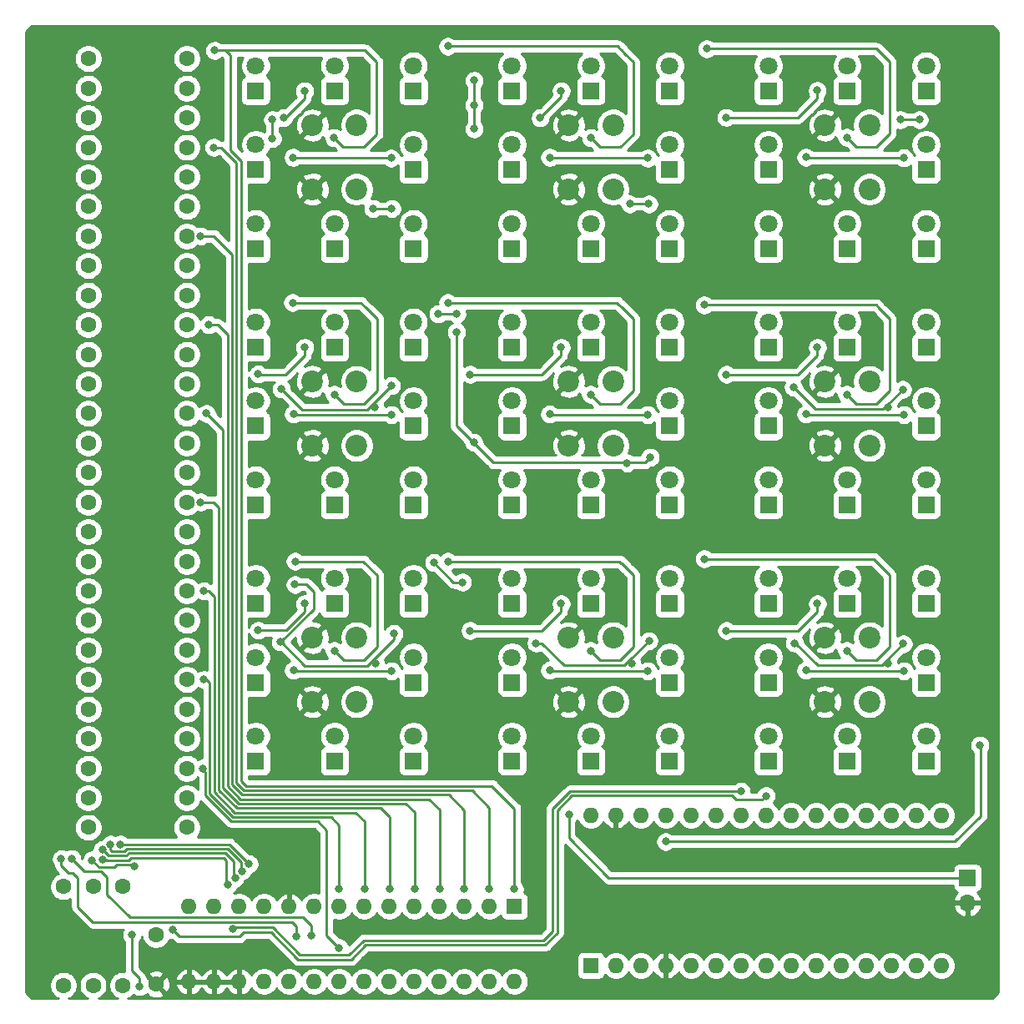
<source format=gbr>
%TF.GenerationSoftware,KiCad,Pcbnew,(5.1.9)-1*%
%TF.CreationDate,2021-03-23T14:53:16-04:00*%
%TF.ProjectId,TicTacToe,54696354-6163-4546-9f65-2e6b69636164,rev?*%
%TF.SameCoordinates,Original*%
%TF.FileFunction,Copper,L2,Bot*%
%TF.FilePolarity,Positive*%
%FSLAX46Y46*%
G04 Gerber Fmt 4.6, Leading zero omitted, Abs format (unit mm)*
G04 Created by KiCad (PCBNEW (5.1.9)-1) date 2021-03-23 14:53:16*
%MOMM*%
%LPD*%
G01*
G04 APERTURE LIST*
%TA.AperFunction,ComponentPad*%
%ADD10O,1.700000X1.700000*%
%TD*%
%TA.AperFunction,ComponentPad*%
%ADD11R,1.700000X1.700000*%
%TD*%
%TA.AperFunction,ComponentPad*%
%ADD12C,1.600000*%
%TD*%
%TA.AperFunction,ComponentPad*%
%ADD13R,1.800000X1.800000*%
%TD*%
%TA.AperFunction,ComponentPad*%
%ADD14C,1.800000*%
%TD*%
%TA.AperFunction,ComponentPad*%
%ADD15C,2.200000*%
%TD*%
%TA.AperFunction,ComponentPad*%
%ADD16R,1.600000X1.600000*%
%TD*%
%TA.AperFunction,ComponentPad*%
%ADD17O,1.600000X1.600000*%
%TD*%
%TA.AperFunction,ViaPad*%
%ADD18C,0.800000*%
%TD*%
%TA.AperFunction,Conductor*%
%ADD19C,0.250000*%
%TD*%
%TA.AperFunction,Conductor*%
%ADD20C,0.254000*%
%TD*%
%TA.AperFunction,Conductor*%
%ADD21C,0.100000*%
%TD*%
G04 APERTURE END LIST*
D10*
%TO.P,J1,2*%
%TO.N,GND*%
X146200000Y-139640000D03*
D11*
%TO.P,J1,1*%
%TO.N,BATT*%
X146200000Y-137100000D03*
%TD*%
D12*
%TO.P,C1,2*%
%TO.N,5V*%
X63870000Y-142890000D03*
%TO.P,C1,1*%
%TO.N,GND*%
X63870000Y-147890000D03*
%TD*%
D13*
%TO.P,D101,1*%
%TO.N,Net-(D101-Pad1)*%
X74000000Y-57270000D03*
D14*
%TO.P,D101,2*%
%TO.N,5V*%
X74000000Y-54730000D03*
%TD*%
D13*
%TO.P,D102,1*%
%TO.N,Net-(D101-Pad1)*%
X90000000Y-57270000D03*
D14*
%TO.P,D102,2*%
%TO.N,5V*%
X90000000Y-54730000D03*
%TD*%
%TO.P,D103,2*%
%TO.N,5V*%
X90000000Y-70730000D03*
D13*
%TO.P,D103,1*%
%TO.N,Net-(D101-Pad1)*%
X90000000Y-73270000D03*
%TD*%
%TO.P,D104,1*%
%TO.N,Net-(D101-Pad1)*%
X74000000Y-73270000D03*
D14*
%TO.P,D104,2*%
%TO.N,5V*%
X74000000Y-70730000D03*
%TD*%
%TO.P,D105,2*%
%TO.N,5V*%
X82000000Y-54730000D03*
D13*
%TO.P,D105,1*%
%TO.N,Net-(D105-Pad1)*%
X82000000Y-57270000D03*
%TD*%
%TO.P,D106,1*%
%TO.N,Net-(D105-Pad1)*%
X90000000Y-65270000D03*
D14*
%TO.P,D106,2*%
%TO.N,5V*%
X90000000Y-62730000D03*
%TD*%
%TO.P,D107,2*%
%TO.N,5V*%
X82000000Y-70730000D03*
D13*
%TO.P,D107,1*%
%TO.N,Net-(D105-Pad1)*%
X82000000Y-73270000D03*
%TD*%
%TO.P,D108,1*%
%TO.N,Net-(D105-Pad1)*%
X74000000Y-65270000D03*
D14*
%TO.P,D108,2*%
%TO.N,5V*%
X74000000Y-62730000D03*
%TD*%
%TO.P,D201,2*%
%TO.N,5V*%
X100000000Y-54730000D03*
D13*
%TO.P,D201,1*%
%TO.N,Net-(D201-Pad1)*%
X100000000Y-57270000D03*
%TD*%
%TO.P,D202,1*%
%TO.N,Net-(D201-Pad1)*%
X116000000Y-57270000D03*
D14*
%TO.P,D202,2*%
%TO.N,5V*%
X116000000Y-54730000D03*
%TD*%
D13*
%TO.P,D203,1*%
%TO.N,Net-(D201-Pad1)*%
X116000000Y-73270000D03*
D14*
%TO.P,D203,2*%
%TO.N,5V*%
X116000000Y-70730000D03*
%TD*%
D13*
%TO.P,D204,1*%
%TO.N,Net-(D201-Pad1)*%
X100000000Y-73270000D03*
D14*
%TO.P,D204,2*%
%TO.N,5V*%
X100000000Y-70730000D03*
%TD*%
%TO.P,D205,2*%
%TO.N,5V*%
X108000000Y-54730000D03*
D13*
%TO.P,D205,1*%
%TO.N,Net-(D205-Pad1)*%
X108000000Y-57270000D03*
%TD*%
%TO.P,D206,1*%
%TO.N,Net-(D205-Pad1)*%
X116000000Y-65270000D03*
D14*
%TO.P,D206,2*%
%TO.N,5V*%
X116000000Y-62730000D03*
%TD*%
%TO.P,D207,2*%
%TO.N,5V*%
X108000000Y-70730000D03*
D13*
%TO.P,D207,1*%
%TO.N,Net-(D205-Pad1)*%
X108000000Y-73270000D03*
%TD*%
%TO.P,D208,1*%
%TO.N,Net-(D205-Pad1)*%
X100000000Y-65270000D03*
D14*
%TO.P,D208,2*%
%TO.N,5V*%
X100000000Y-62730000D03*
%TD*%
%TO.P,D301,2*%
%TO.N,5V*%
X126000000Y-54730000D03*
D13*
%TO.P,D301,1*%
%TO.N,Net-(D301-Pad1)*%
X126000000Y-57270000D03*
%TD*%
%TO.P,D302,1*%
%TO.N,Net-(D301-Pad1)*%
X142000000Y-57270000D03*
D14*
%TO.P,D302,2*%
%TO.N,5V*%
X142000000Y-54730000D03*
%TD*%
%TO.P,D303,2*%
%TO.N,5V*%
X142000000Y-70730000D03*
D13*
%TO.P,D303,1*%
%TO.N,Net-(D301-Pad1)*%
X142000000Y-73270000D03*
%TD*%
%TO.P,D304,1*%
%TO.N,Net-(D301-Pad1)*%
X126000000Y-73270000D03*
D14*
%TO.P,D304,2*%
%TO.N,5V*%
X126000000Y-70730000D03*
%TD*%
%TO.P,D305,2*%
%TO.N,5V*%
X134000000Y-54730000D03*
D13*
%TO.P,D305,1*%
%TO.N,Net-(D305-Pad1)*%
X134000000Y-57270000D03*
%TD*%
%TO.P,D306,1*%
%TO.N,Net-(D305-Pad1)*%
X142000000Y-65270000D03*
D14*
%TO.P,D306,2*%
%TO.N,5V*%
X142000000Y-62730000D03*
%TD*%
%TO.P,D307,2*%
%TO.N,5V*%
X134000000Y-70730000D03*
D13*
%TO.P,D307,1*%
%TO.N,Net-(D305-Pad1)*%
X134000000Y-73270000D03*
%TD*%
D14*
%TO.P,D308,2*%
%TO.N,5V*%
X126000000Y-62730000D03*
D13*
%TO.P,D308,1*%
%TO.N,Net-(D305-Pad1)*%
X126000000Y-65270000D03*
%TD*%
D14*
%TO.P,D401,2*%
%TO.N,5V*%
X74000000Y-80730000D03*
D13*
%TO.P,D401,1*%
%TO.N,Net-(D401-Pad1)*%
X74000000Y-83270000D03*
%TD*%
%TO.P,D402,1*%
%TO.N,Net-(D401-Pad1)*%
X90000000Y-83270000D03*
D14*
%TO.P,D402,2*%
%TO.N,5V*%
X90000000Y-80730000D03*
%TD*%
%TO.P,D403,2*%
%TO.N,5V*%
X90000000Y-96730000D03*
D13*
%TO.P,D403,1*%
%TO.N,Net-(D401-Pad1)*%
X90000000Y-99270000D03*
%TD*%
%TO.P,D404,1*%
%TO.N,Net-(D401-Pad1)*%
X74000000Y-99270000D03*
D14*
%TO.P,D404,2*%
%TO.N,5V*%
X74000000Y-96730000D03*
%TD*%
%TO.P,D405,2*%
%TO.N,5V*%
X82000000Y-80730000D03*
D13*
%TO.P,D405,1*%
%TO.N,Net-(D405-Pad1)*%
X82000000Y-83270000D03*
%TD*%
%TO.P,D406,1*%
%TO.N,Net-(D405-Pad1)*%
X90000000Y-91270000D03*
D14*
%TO.P,D406,2*%
%TO.N,5V*%
X90000000Y-88730000D03*
%TD*%
%TO.P,D407,2*%
%TO.N,5V*%
X82000000Y-96730000D03*
D13*
%TO.P,D407,1*%
%TO.N,Net-(D405-Pad1)*%
X82000000Y-99270000D03*
%TD*%
%TO.P,D408,1*%
%TO.N,Net-(D405-Pad1)*%
X74000000Y-91270000D03*
D14*
%TO.P,D408,2*%
%TO.N,5V*%
X74000000Y-88730000D03*
%TD*%
%TO.P,D501,2*%
%TO.N,5V*%
X100000000Y-80730000D03*
D13*
%TO.P,D501,1*%
%TO.N,Net-(D501-Pad1)*%
X100000000Y-83270000D03*
%TD*%
%TO.P,D502,1*%
%TO.N,Net-(D501-Pad1)*%
X116000000Y-83270000D03*
D14*
%TO.P,D502,2*%
%TO.N,5V*%
X116000000Y-80730000D03*
%TD*%
D13*
%TO.P,D503,1*%
%TO.N,Net-(D501-Pad1)*%
X116000000Y-99270000D03*
D14*
%TO.P,D503,2*%
%TO.N,5V*%
X116000000Y-96730000D03*
%TD*%
%TO.P,D504,2*%
%TO.N,5V*%
X100000000Y-96730000D03*
D13*
%TO.P,D504,1*%
%TO.N,Net-(D501-Pad1)*%
X100000000Y-99270000D03*
%TD*%
%TO.P,D505,1*%
%TO.N,Net-(D505-Pad1)*%
X108000000Y-83270000D03*
D14*
%TO.P,D505,2*%
%TO.N,5V*%
X108000000Y-80730000D03*
%TD*%
%TO.P,D506,2*%
%TO.N,5V*%
X116000000Y-88730000D03*
D13*
%TO.P,D506,1*%
%TO.N,Net-(D505-Pad1)*%
X116000000Y-91270000D03*
%TD*%
%TO.P,D507,1*%
%TO.N,Net-(D505-Pad1)*%
X108000000Y-99270000D03*
D14*
%TO.P,D507,2*%
%TO.N,5V*%
X108000000Y-96730000D03*
%TD*%
%TO.P,D508,2*%
%TO.N,5V*%
X100000000Y-88730000D03*
D13*
%TO.P,D508,1*%
%TO.N,Net-(D505-Pad1)*%
X100000000Y-91270000D03*
%TD*%
%TO.P,D601,1*%
%TO.N,Net-(D601-Pad1)*%
X126000000Y-83270000D03*
D14*
%TO.P,D601,2*%
%TO.N,5V*%
X126000000Y-80730000D03*
%TD*%
%TO.P,D602,2*%
%TO.N,5V*%
X142000000Y-80730000D03*
D13*
%TO.P,D602,1*%
%TO.N,Net-(D601-Pad1)*%
X142000000Y-83270000D03*
%TD*%
%TO.P,D603,1*%
%TO.N,Net-(D601-Pad1)*%
X142000000Y-99270000D03*
D14*
%TO.P,D603,2*%
%TO.N,5V*%
X142000000Y-96730000D03*
%TD*%
%TO.P,D604,2*%
%TO.N,5V*%
X126000000Y-96730000D03*
D13*
%TO.P,D604,1*%
%TO.N,Net-(D601-Pad1)*%
X126000000Y-99270000D03*
%TD*%
%TO.P,D605,1*%
%TO.N,Net-(D605-Pad1)*%
X134000000Y-83270000D03*
D14*
%TO.P,D605,2*%
%TO.N,5V*%
X134000000Y-80730000D03*
%TD*%
%TO.P,D606,2*%
%TO.N,5V*%
X142000000Y-88730000D03*
D13*
%TO.P,D606,1*%
%TO.N,Net-(D605-Pad1)*%
X142000000Y-91270000D03*
%TD*%
%TO.P,D607,1*%
%TO.N,Net-(D605-Pad1)*%
X134000000Y-99270000D03*
D14*
%TO.P,D607,2*%
%TO.N,5V*%
X134000000Y-96730000D03*
%TD*%
%TO.P,D608,2*%
%TO.N,5V*%
X126000000Y-88730000D03*
D13*
%TO.P,D608,1*%
%TO.N,Net-(D605-Pad1)*%
X126000000Y-91270000D03*
%TD*%
%TO.P,D701,1*%
%TO.N,Net-(D701-Pad1)*%
X74000000Y-109270000D03*
D14*
%TO.P,D701,2*%
%TO.N,5V*%
X74000000Y-106730000D03*
%TD*%
%TO.P,D702,2*%
%TO.N,5V*%
X90000000Y-106730000D03*
D13*
%TO.P,D702,1*%
%TO.N,Net-(D701-Pad1)*%
X90000000Y-109270000D03*
%TD*%
%TO.P,D703,1*%
%TO.N,Net-(D701-Pad1)*%
X90000000Y-125270000D03*
D14*
%TO.P,D703,2*%
%TO.N,5V*%
X90000000Y-122730000D03*
%TD*%
%TO.P,D704,2*%
%TO.N,5V*%
X74000000Y-122730000D03*
D13*
%TO.P,D704,1*%
%TO.N,Net-(D701-Pad1)*%
X74000000Y-125270000D03*
%TD*%
D14*
%TO.P,D705,2*%
%TO.N,5V*%
X82000000Y-106730000D03*
D13*
%TO.P,D705,1*%
%TO.N,Net-(D705-Pad1)*%
X82000000Y-109270000D03*
%TD*%
D14*
%TO.P,D706,2*%
%TO.N,5V*%
X90000000Y-114730000D03*
D13*
%TO.P,D706,1*%
%TO.N,Net-(D705-Pad1)*%
X90000000Y-117270000D03*
%TD*%
D14*
%TO.P,D707,2*%
%TO.N,5V*%
X82000000Y-122730000D03*
D13*
%TO.P,D707,1*%
%TO.N,Net-(D705-Pad1)*%
X82000000Y-125270000D03*
%TD*%
%TO.P,D708,1*%
%TO.N,Net-(D705-Pad1)*%
X74000000Y-117270000D03*
D14*
%TO.P,D708,2*%
%TO.N,5V*%
X74000000Y-114730000D03*
%TD*%
%TO.P,D801,2*%
%TO.N,5V*%
X100000000Y-106730000D03*
D13*
%TO.P,D801,1*%
%TO.N,Net-(D801-Pad1)*%
X100000000Y-109270000D03*
%TD*%
%TO.P,D802,1*%
%TO.N,Net-(D801-Pad1)*%
X116000000Y-109270000D03*
D14*
%TO.P,D802,2*%
%TO.N,5V*%
X116000000Y-106730000D03*
%TD*%
%TO.P,D803,2*%
%TO.N,5V*%
X116000000Y-122730000D03*
D13*
%TO.P,D803,1*%
%TO.N,Net-(D801-Pad1)*%
X116000000Y-125270000D03*
%TD*%
%TO.P,D804,1*%
%TO.N,Net-(D801-Pad1)*%
X100000000Y-125270000D03*
D14*
%TO.P,D804,2*%
%TO.N,5V*%
X100000000Y-122730000D03*
%TD*%
%TO.P,D805,2*%
%TO.N,5V*%
X108000000Y-106730000D03*
D13*
%TO.P,D805,1*%
%TO.N,Net-(D805-Pad1)*%
X108000000Y-109270000D03*
%TD*%
%TO.P,D806,1*%
%TO.N,Net-(D805-Pad1)*%
X116000000Y-117270000D03*
D14*
%TO.P,D806,2*%
%TO.N,5V*%
X116000000Y-114730000D03*
%TD*%
%TO.P,D807,2*%
%TO.N,5V*%
X108000000Y-122730000D03*
D13*
%TO.P,D807,1*%
%TO.N,Net-(D805-Pad1)*%
X108000000Y-125270000D03*
%TD*%
%TO.P,D808,1*%
%TO.N,Net-(D805-Pad1)*%
X100000000Y-117270000D03*
D14*
%TO.P,D808,2*%
%TO.N,5V*%
X100000000Y-114730000D03*
%TD*%
%TO.P,D901,2*%
%TO.N,5V*%
X126000000Y-106730000D03*
D13*
%TO.P,D901,1*%
%TO.N,Net-(D901-Pad1)*%
X126000000Y-109270000D03*
%TD*%
%TO.P,D902,1*%
%TO.N,Net-(D901-Pad1)*%
X142000000Y-109270000D03*
D14*
%TO.P,D902,2*%
%TO.N,5V*%
X142000000Y-106730000D03*
%TD*%
%TO.P,D903,2*%
%TO.N,5V*%
X142000000Y-122730000D03*
D13*
%TO.P,D903,1*%
%TO.N,Net-(D901-Pad1)*%
X142000000Y-125270000D03*
%TD*%
%TO.P,D904,1*%
%TO.N,Net-(D901-Pad1)*%
X126000000Y-125270000D03*
D14*
%TO.P,D904,2*%
%TO.N,5V*%
X126000000Y-122730000D03*
%TD*%
%TO.P,D905,2*%
%TO.N,5V*%
X134000000Y-106730000D03*
D13*
%TO.P,D905,1*%
%TO.N,Net-(D905-Pad1)*%
X134000000Y-109270000D03*
%TD*%
%TO.P,D906,1*%
%TO.N,Net-(D905-Pad1)*%
X142000000Y-117270000D03*
D14*
%TO.P,D906,2*%
%TO.N,5V*%
X142000000Y-114730000D03*
%TD*%
%TO.P,D907,2*%
%TO.N,5V*%
X134000000Y-122730000D03*
D13*
%TO.P,D907,1*%
%TO.N,Net-(D905-Pad1)*%
X134000000Y-125270000D03*
%TD*%
%TO.P,D908,1*%
%TO.N,Net-(D905-Pad1)*%
X126000000Y-117270000D03*
D14*
%TO.P,D908,2*%
%TO.N,5V*%
X126000000Y-114730000D03*
%TD*%
D12*
%TO.P,R1,2*%
%TO.N,BUTTON_1*%
X67000000Y-54000000D03*
%TO.P,R1,1*%
%TO.N,5V*%
X57000000Y-54000000D03*
%TD*%
%TO.P,R2,2*%
%TO.N,BUTTON_2*%
X67000000Y-63000000D03*
%TO.P,R2,1*%
%TO.N,5V*%
X57000000Y-63000000D03*
%TD*%
%TO.P,R3,2*%
%TO.N,BUTTON_3*%
X67000000Y-72000000D03*
%TO.P,R3,1*%
%TO.N,5V*%
X57000000Y-72000000D03*
%TD*%
%TO.P,R4,1*%
%TO.N,5V*%
X57000000Y-81000000D03*
%TO.P,R4,2*%
%TO.N,BUTTON_4*%
X67000000Y-81000000D03*
%TD*%
%TO.P,R5,2*%
%TO.N,BUTTON_5*%
X67000000Y-90000000D03*
%TO.P,R5,1*%
%TO.N,5V*%
X57000000Y-90000000D03*
%TD*%
%TO.P,R6,1*%
%TO.N,5V*%
X57000000Y-99000000D03*
%TO.P,R6,2*%
%TO.N,BUTTON_6*%
X67000000Y-99000000D03*
%TD*%
%TO.P,R7,2*%
%TO.N,BUTTON_7*%
X67000000Y-108000000D03*
%TO.P,R7,1*%
%TO.N,5V*%
X57000000Y-108000000D03*
%TD*%
%TO.P,R8,1*%
%TO.N,5V*%
X57000000Y-117000000D03*
%TO.P,R8,2*%
%TO.N,BUTTON_8*%
X67000000Y-117000000D03*
%TD*%
%TO.P,R9,2*%
%TO.N,BUTTON_9*%
X67000000Y-126000000D03*
%TO.P,R9,1*%
%TO.N,5V*%
X57000000Y-126000000D03*
%TD*%
%TO.P,R10,1*%
%TO.N,5V*%
X60500000Y-148010000D03*
%TO.P,R10,2*%
%TO.N,SDA*%
X60500000Y-138010000D03*
%TD*%
%TO.P,R11,2*%
%TO.N,SCL*%
X57500000Y-138010000D03*
%TO.P,R11,1*%
%TO.N,5V*%
X57500000Y-148010000D03*
%TD*%
%TO.P,R12,2*%
%TO.N,5V*%
X54500000Y-138010000D03*
%TO.P,R12,1*%
%TO.N,Net-(R12-Pad1)*%
X54500000Y-148010000D03*
%TD*%
%TO.P,R101,2*%
%TO.N,D17*%
X57000000Y-57000000D03*
%TO.P,R101,1*%
%TO.N,Net-(D101-Pad1)*%
X67000000Y-57000000D03*
%TD*%
%TO.P,R102,1*%
%TO.N,Net-(D105-Pad1)*%
X67000000Y-60000000D03*
%TO.P,R102,2*%
%TO.N,D16*%
X57000000Y-60000000D03*
%TD*%
%TO.P,R201,1*%
%TO.N,Net-(D201-Pad1)*%
X67000000Y-66000000D03*
%TO.P,R201,2*%
%TO.N,D15*%
X57000000Y-66000000D03*
%TD*%
%TO.P,R202,2*%
%TO.N,D14*%
X57000000Y-69000000D03*
%TO.P,R202,1*%
%TO.N,Net-(D205-Pad1)*%
X67000000Y-69000000D03*
%TD*%
%TO.P,R301,2*%
%TO.N,D13*%
X57000000Y-75000000D03*
%TO.P,R301,1*%
%TO.N,Net-(D301-Pad1)*%
X67000000Y-75000000D03*
%TD*%
%TO.P,R302,1*%
%TO.N,Net-(D305-Pad1)*%
X67000000Y-78000000D03*
%TO.P,R302,2*%
%TO.N,D12*%
X57000000Y-78000000D03*
%TD*%
%TO.P,R401,2*%
%TO.N,D11*%
X57000000Y-84000000D03*
%TO.P,R401,1*%
%TO.N,Net-(D401-Pad1)*%
X67000000Y-84000000D03*
%TD*%
%TO.P,R402,1*%
%TO.N,Net-(D405-Pad1)*%
X67000000Y-87000000D03*
%TO.P,R402,2*%
%TO.N,D10*%
X57000000Y-87000000D03*
%TD*%
%TO.P,R501,1*%
%TO.N,Net-(D501-Pad1)*%
X67000000Y-93000000D03*
%TO.P,R501,2*%
%TO.N,D09*%
X57000000Y-93000000D03*
%TD*%
%TO.P,R502,2*%
%TO.N,D08*%
X57000000Y-96000000D03*
%TO.P,R502,1*%
%TO.N,Net-(D505-Pad1)*%
X67000000Y-96000000D03*
%TD*%
%TO.P,R601,1*%
%TO.N,Net-(D601-Pad1)*%
X67000000Y-102000000D03*
%TO.P,R601,2*%
%TO.N,D07*%
X57000000Y-102000000D03*
%TD*%
%TO.P,R602,2*%
%TO.N,D06*%
X57000000Y-105000000D03*
%TO.P,R602,1*%
%TO.N,Net-(D605-Pad1)*%
X67000000Y-105000000D03*
%TD*%
%TO.P,R701,1*%
%TO.N,Net-(D701-Pad1)*%
X67000000Y-111000000D03*
%TO.P,R701,2*%
%TO.N,D05*%
X57000000Y-111000000D03*
%TD*%
%TO.P,R702,2*%
%TO.N,D04*%
X57000000Y-114000000D03*
%TO.P,R702,1*%
%TO.N,Net-(D705-Pad1)*%
X67000000Y-114000000D03*
%TD*%
%TO.P,R801,2*%
%TO.N,D03*%
X57000000Y-120000000D03*
%TO.P,R801,1*%
%TO.N,Net-(D801-Pad1)*%
X67000000Y-120000000D03*
%TD*%
%TO.P,R802,1*%
%TO.N,Net-(D805-Pad1)*%
X67000000Y-123000000D03*
%TO.P,R802,2*%
%TO.N,D01_TX*%
X57000000Y-123000000D03*
%TD*%
%TO.P,R901,1*%
%TO.N,Net-(D901-Pad1)*%
X67000000Y-129000000D03*
%TO.P,R901,2*%
%TO.N,D00_RX*%
X57000000Y-129000000D03*
%TD*%
%TO.P,R902,1*%
%TO.N,Net-(D905-Pad1)*%
X67000000Y-132000000D03*
%TO.P,R902,2*%
%TO.N,D02*%
X57000000Y-132000000D03*
%TD*%
D15*
%TO.P,SW1,1*%
%TO.N,GND*%
X79750000Y-67250000D03*
X79750000Y-60750000D03*
%TO.P,SW1,2*%
%TO.N,BUTTON_1*%
X84250000Y-67250000D03*
X84250000Y-60750000D03*
%TD*%
%TO.P,SW2,1*%
%TO.N,GND*%
X105750000Y-67250000D03*
X105750000Y-60750000D03*
%TO.P,SW2,2*%
%TO.N,BUTTON_2*%
X110250000Y-67250000D03*
X110250000Y-60750000D03*
%TD*%
%TO.P,SW3,2*%
%TO.N,BUTTON_3*%
X136250000Y-60750000D03*
X136250000Y-67250000D03*
%TO.P,SW3,1*%
%TO.N,GND*%
X131750000Y-60750000D03*
X131750000Y-67250000D03*
%TD*%
%TO.P,SW4,1*%
%TO.N,GND*%
X79750000Y-93250000D03*
X79750000Y-86750000D03*
%TO.P,SW4,2*%
%TO.N,BUTTON_4*%
X84250000Y-93250000D03*
X84250000Y-86750000D03*
%TD*%
%TO.P,SW5,2*%
%TO.N,BUTTON_5*%
X110250000Y-86750000D03*
X110250000Y-93250000D03*
%TO.P,SW5,1*%
%TO.N,GND*%
X105750000Y-86750000D03*
X105750000Y-93250000D03*
%TD*%
%TO.P,SW6,1*%
%TO.N,GND*%
X131750000Y-93250000D03*
X131750000Y-86750000D03*
%TO.P,SW6,2*%
%TO.N,BUTTON_6*%
X136250000Y-93250000D03*
X136250000Y-86750000D03*
%TD*%
%TO.P,SW7,2*%
%TO.N,BUTTON_7*%
X84250000Y-112750000D03*
X84250000Y-119250000D03*
%TO.P,SW7,1*%
%TO.N,GND*%
X79750000Y-112750000D03*
X79750000Y-119250000D03*
%TD*%
%TO.P,SW8,2*%
%TO.N,BUTTON_8*%
X110250000Y-112750000D03*
X110250000Y-119250000D03*
%TO.P,SW8,1*%
%TO.N,GND*%
X105750000Y-112750000D03*
X105750000Y-119250000D03*
%TD*%
%TO.P,SW9,1*%
%TO.N,GND*%
X131750000Y-119250000D03*
X131750000Y-112750000D03*
%TO.P,SW9,2*%
%TO.N,BUTTON_9*%
X136250000Y-119250000D03*
X136250000Y-112750000D03*
%TD*%
D16*
%TO.P,U1,1*%
%TO.N,D01_TX*%
X108000000Y-146000000D03*
D17*
%TO.P,U1,17*%
%TO.N,Net-(U1-Pad17)*%
X141020000Y-130760000D03*
%TO.P,U1,2*%
%TO.N,D00_RX*%
X110540000Y-146000000D03*
%TO.P,U1,18*%
%TO.N,Net-(U1-Pad18)*%
X138480000Y-130760000D03*
%TO.P,U1,3*%
%TO.N,Net-(U1-Pad3)*%
X113080000Y-146000000D03*
%TO.P,U1,19*%
%TO.N,D14*%
X135940000Y-130760000D03*
%TO.P,U1,4*%
%TO.N,GND*%
X115620000Y-146000000D03*
%TO.P,U1,20*%
%TO.N,D15*%
X133400000Y-130760000D03*
%TO.P,U1,5*%
%TO.N,D02*%
X118160000Y-146000000D03*
%TO.P,U1,21*%
%TO.N,D16*%
X130860000Y-130760000D03*
%TO.P,U1,6*%
%TO.N,D03*%
X120700000Y-146000000D03*
%TO.P,U1,22*%
%TO.N,D17*%
X128320000Y-130760000D03*
%TO.P,U1,7*%
%TO.N,D04*%
X123240000Y-146000000D03*
%TO.P,U1,23*%
%TO.N,SDA*%
X125780000Y-130760000D03*
%TO.P,U1,8*%
%TO.N,D05*%
X125780000Y-146000000D03*
%TO.P,U1,24*%
%TO.N,SCL*%
X123240000Y-130760000D03*
%TO.P,U1,9*%
%TO.N,D06*%
X128320000Y-146000000D03*
%TO.P,U1,25*%
%TO.N,Net-(U1-Pad25)*%
X120700000Y-130760000D03*
%TO.P,U1,10*%
%TO.N,D07*%
X130860000Y-146000000D03*
%TO.P,U1,26*%
%TO.N,Net-(U1-Pad26)*%
X118160000Y-130760000D03*
%TO.P,U1,11*%
%TO.N,D08*%
X133400000Y-146000000D03*
%TO.P,U1,27*%
%TO.N,5V*%
X115620000Y-130760000D03*
%TO.P,U1,12*%
%TO.N,D09*%
X135940000Y-146000000D03*
%TO.P,U1,28*%
%TO.N,Net-(U1-Pad28)*%
X113080000Y-130760000D03*
%TO.P,U1,13*%
%TO.N,D10*%
X138480000Y-146000000D03*
%TO.P,U1,29*%
%TO.N,GND*%
X110540000Y-130760000D03*
%TO.P,U1,14*%
%TO.N,D11*%
X141020000Y-146000000D03*
%TO.P,U1,30*%
%TO.N,BATT*%
X108000000Y-130760000D03*
%TO.P,U1,15*%
%TO.N,D12*%
X143560000Y-146000000D03*
%TO.P,U1,16*%
%TO.N,D13*%
X143560000Y-130760000D03*
%TD*%
D16*
%TO.P,U2,1*%
%TO.N,BUTTON_1*%
X100250000Y-140010000D03*
D17*
%TO.P,U2,15*%
%TO.N,GND*%
X67230000Y-147630000D03*
%TO.P,U2,2*%
%TO.N,BUTTON_2*%
X97710000Y-140010000D03*
%TO.P,U2,16*%
%TO.N,GND*%
X69770000Y-147630000D03*
%TO.P,U2,3*%
%TO.N,BUTTON_3*%
X95170000Y-140010000D03*
%TO.P,U2,17*%
%TO.N,GND*%
X72310000Y-147630000D03*
%TO.P,U2,4*%
%TO.N,BUTTON_4*%
X92630000Y-140010000D03*
%TO.P,U2,18*%
%TO.N,Net-(R12-Pad1)*%
X74850000Y-147630000D03*
%TO.P,U2,5*%
%TO.N,BUTTON_5*%
X90090000Y-140010000D03*
%TO.P,U2,19*%
%TO.N,Net-(U2-Pad19)*%
X77390000Y-147630000D03*
%TO.P,U2,6*%
%TO.N,BUTTON_6*%
X87550000Y-140010000D03*
%TO.P,U2,20*%
%TO.N,Net-(U2-Pad20)*%
X79930000Y-147630000D03*
%TO.P,U2,7*%
%TO.N,BUTTON_7*%
X85010000Y-140010000D03*
%TO.P,U2,21*%
%TO.N,BUTTON_9*%
X82470000Y-147630000D03*
%TO.P,U2,8*%
%TO.N,BUTTON_8*%
X82470000Y-140010000D03*
%TO.P,U2,22*%
%TO.N,MUX_10*%
X85010000Y-147630000D03*
%TO.P,U2,9*%
%TO.N,5V*%
X79930000Y-140010000D03*
%TO.P,U2,23*%
%TO.N,MUX_11*%
X87550000Y-147630000D03*
%TO.P,U2,10*%
%TO.N,GND*%
X77390000Y-140010000D03*
%TO.P,U2,24*%
%TO.N,MUX_12*%
X90090000Y-147630000D03*
%TO.P,U2,11*%
%TO.N,Net-(U2-Pad11)*%
X74850000Y-140010000D03*
%TO.P,U2,25*%
%TO.N,MUX_13*%
X92630000Y-147630000D03*
%TO.P,U2,12*%
%TO.N,SCL*%
X72310000Y-140010000D03*
%TO.P,U2,26*%
%TO.N,MUX_14*%
X95170000Y-147630000D03*
%TO.P,U2,13*%
%TO.N,SDA*%
X69770000Y-140010000D03*
%TO.P,U2,27*%
%TO.N,MUX_15*%
X97710000Y-147630000D03*
%TO.P,U2,14*%
%TO.N,Net-(U2-Pad14)*%
X67230000Y-140010000D03*
%TO.P,U2,28*%
%TO.N,MUX_16*%
X100250000Y-147630000D03*
%TD*%
D18*
%TO.N,5V*%
X139640000Y-87570000D03*
X88012653Y-112332653D03*
X94970000Y-107120000D03*
X113890000Y-113070000D03*
X139710000Y-113370000D03*
X87760000Y-87190000D03*
X94370000Y-81740000D03*
X92490000Y-79900000D03*
X94410000Y-79900000D03*
X139400000Y-60200000D03*
X141320000Y-60200000D03*
X111950000Y-68750000D03*
X113870000Y-68750000D03*
X96170000Y-61130000D03*
X96160000Y-56210000D03*
X75690000Y-62110000D03*
X75690000Y-60190000D03*
X87810000Y-69220000D03*
X85890000Y-69220000D03*
X96150000Y-58700000D03*
X114030000Y-94450000D03*
X96110000Y-92920000D03*
X111680000Y-95030000D03*
X76610000Y-87520000D03*
X86100000Y-89380000D03*
X128540000Y-87330000D03*
X138155000Y-89395000D03*
X128670000Y-113310000D03*
X138155000Y-115395000D03*
X102440000Y-113310000D03*
X112155000Y-115340000D03*
X92070000Y-105130000D03*
X76500000Y-113170000D03*
X86155000Y-115395000D03*
X77980000Y-107350000D03*
X115590000Y-133430000D03*
X147470000Y-123660000D03*
X61430000Y-142890000D03*
X62210000Y-148140000D03*
%TO.N,Net-(D105-Pad1)*%
X78960000Y-57270000D03*
X87740000Y-64090000D03*
X77800000Y-64030000D03*
X76820000Y-60000000D03*
%TO.N,Net-(D205-Pad1)*%
X103830000Y-64030000D03*
X113770000Y-64090000D03*
X104990000Y-57270000D03*
X102860000Y-60010000D03*
%TO.N,Net-(D305-Pad1)*%
X129810000Y-64000000D03*
X139750000Y-64060000D03*
X130970000Y-57240000D03*
X121740000Y-59970000D03*
%TO.N,Net-(D405-Pad1)*%
X77820000Y-90060000D03*
X87760000Y-90120000D03*
X78980000Y-83300000D03*
X74250000Y-86000000D03*
%TO.N,Net-(D505-Pad1)*%
X103820000Y-90060000D03*
X113760000Y-90120000D03*
X104980000Y-83300000D03*
X95750000Y-86030000D03*
%TO.N,Net-(D605-Pad1)*%
X129820000Y-90060000D03*
X139760000Y-90120000D03*
X130980000Y-83300000D03*
X121750000Y-86030000D03*
%TO.N,Net-(D705-Pad1)*%
X77820000Y-116060000D03*
X87760000Y-116120000D03*
X78980000Y-109300000D03*
X74250000Y-112000000D03*
%TO.N,Net-(D805-Pad1)*%
X103820000Y-116060000D03*
X113760000Y-116120000D03*
X104980000Y-109300000D03*
X95750000Y-112030000D03*
%TO.N,Net-(D905-Pad1)*%
X129820000Y-116060000D03*
X139760000Y-116120000D03*
X130980000Y-109300000D03*
X121750000Y-112030000D03*
%TO.N,BUTTON_1*%
X81950000Y-62030000D03*
X69830000Y-53170000D03*
X100250000Y-138260000D03*
%TO.N,BUTTON_2*%
X97710000Y-138250000D03*
X107980000Y-62030000D03*
X93500000Y-52750000D03*
X69750000Y-63000000D03*
%TO.N,BUTTON_3*%
X95170000Y-138240000D03*
X133960000Y-62000000D03*
X119750000Y-53000000D03*
X68399972Y-72000000D03*
%TO.N,BUTTON_4*%
X92650000Y-138220000D03*
X81970000Y-88060000D03*
X77750000Y-78750000D03*
X69250000Y-81000000D03*
%TO.N,BUTTON_5*%
X90110000Y-138240000D03*
X107970000Y-88060000D03*
X93500000Y-78750000D03*
X69000000Y-90000000D03*
%TO.N,BUTTON_6*%
X87570000Y-138230000D03*
X133970000Y-88060000D03*
X119500000Y-79000000D03*
X68399972Y-99000000D03*
%TO.N,BUTTON_7*%
X85020000Y-138210000D03*
X81970000Y-114060000D03*
X78000000Y-105000000D03*
X68750000Y-108000000D03*
%TO.N,BUTTON_8*%
X82470000Y-138230000D03*
X107970000Y-114060000D03*
X93500000Y-105000000D03*
X68750000Y-117000000D03*
%TO.N,BUTTON_9*%
X133970000Y-114060000D03*
X119500000Y-104750000D03*
X68624930Y-126000000D03*
X82470001Y-144205010D03*
%TO.N,SDA*%
X125780000Y-128790000D03*
X65552347Y-142382347D03*
%TO.N,SCL*%
X71689990Y-142310011D03*
X123240000Y-128320000D03*
%TO.N,D00_RX*%
X55320000Y-135170000D03*
X79670000Y-142990000D03*
%TO.N,D01_TX*%
X54280000Y-135190000D03*
X78120000Y-143020000D03*
%TO.N,D02*%
X57395845Y-135307974D03*
X61691323Y-135921490D03*
%TO.N,D03*%
X58448593Y-135287719D03*
X71204029Y-137821787D03*
%TO.N,D04*%
X58448335Y-134262156D03*
X71911137Y-137114679D03*
%TO.N,D05*%
X72618245Y-136407571D03*
X59274987Y-133699439D03*
%TO.N,D06*%
X73325353Y-135700463D03*
X60274980Y-133703598D03*
%TO.N,BATT*%
X105760000Y-130720000D03*
%TD*%
D19*
%TO.N,5V*%
X92490000Y-79900000D02*
X94410000Y-79900000D01*
X139400000Y-60200000D02*
X141320000Y-60200000D01*
X111950000Y-68750000D02*
X113870000Y-68750000D01*
X75690000Y-62110000D02*
X75690000Y-60190000D01*
X85890000Y-69220000D02*
X87810000Y-69220000D01*
X96160000Y-61120000D02*
X96170000Y-61130000D01*
X96160000Y-58690000D02*
X96150000Y-58700000D01*
X96160000Y-56210000D02*
X96160000Y-58690000D01*
X96160000Y-58690000D02*
X96160000Y-61120000D01*
X94370000Y-81740000D02*
X94370000Y-91230000D01*
X113490000Y-94990000D02*
X114030000Y-94450000D01*
X96090000Y-92940000D02*
X96110000Y-92920000D01*
X96090000Y-92950000D02*
X96090000Y-92940000D01*
X94370000Y-91230000D02*
X96090000Y-92950000D01*
X96090000Y-92950000D02*
X98130000Y-94990000D01*
X111720000Y-94990000D02*
X111680000Y-95030000D01*
X98130000Y-94990000D02*
X111720000Y-94990000D01*
X111720000Y-94990000D02*
X113490000Y-94990000D01*
X85310000Y-89640000D02*
X78730000Y-89640000D01*
X78730000Y-89640000D02*
X76610000Y-87520000D01*
X85895000Y-89175000D02*
X86100000Y-89380000D01*
X85775000Y-89175000D02*
X85895000Y-89175000D01*
X87760000Y-87190000D02*
X85775000Y-89175000D01*
X85775000Y-89175000D02*
X85310000Y-89640000D01*
X137660000Y-89550000D02*
X130760000Y-89550000D01*
X130760000Y-89550000D02*
X128540000Y-87330000D01*
X138060000Y-89300000D02*
X138155000Y-89395000D01*
X138060000Y-89150000D02*
X138060000Y-89300000D01*
X139640000Y-87570000D02*
X138060000Y-89150000D01*
X138060000Y-89150000D02*
X137660000Y-89550000D01*
X137510000Y-115570000D02*
X131000000Y-115570000D01*
X128740000Y-113310000D02*
X128670000Y-113310000D01*
X131000000Y-115570000D02*
X128740000Y-113310000D01*
X138070000Y-115010000D02*
X138070000Y-115310000D01*
X139710000Y-113370000D02*
X138070000Y-115010000D01*
X138070000Y-115310000D02*
X138155000Y-115395000D01*
X138070000Y-115010000D02*
X137510000Y-115570000D01*
X111420000Y-115540000D02*
X105270000Y-115540000D01*
X103040000Y-113310000D02*
X102440000Y-113310000D01*
X105270000Y-115540000D02*
X103040000Y-113310000D01*
X111985000Y-114975000D02*
X111985000Y-115170000D01*
X113890000Y-113070000D02*
X111985000Y-114975000D01*
X111985000Y-115170000D02*
X112155000Y-115340000D01*
X111985000Y-114975000D02*
X111420000Y-115540000D01*
X94060000Y-107120000D02*
X92070000Y-105130000D01*
X94970000Y-107120000D02*
X94060000Y-107120000D01*
X88012653Y-112332653D02*
X88012653Y-112898338D01*
X85330991Y-115580000D02*
X78990000Y-115580000D01*
X76580000Y-113170000D02*
X76500000Y-113170000D01*
X78990000Y-115580000D02*
X76580000Y-113170000D01*
X85985496Y-115225496D02*
X86155000Y-115395000D01*
X85985496Y-114925496D02*
X85985496Y-115225496D01*
X88012653Y-112898338D02*
X85985496Y-114925496D01*
X85985496Y-114925496D02*
X85330991Y-115580000D01*
X76500000Y-113170000D02*
X76536410Y-113170000D01*
X76536410Y-113170000D02*
X79880000Y-109826410D01*
X79880000Y-109826410D02*
X79880000Y-108060000D01*
X79170000Y-107350000D02*
X77980000Y-107350000D01*
X79880000Y-108060000D02*
X79170000Y-107350000D01*
X115590000Y-133430000D02*
X134350000Y-133430000D01*
X134350000Y-133430000D02*
X135380000Y-133430000D01*
X135380000Y-133430000D02*
X144940000Y-133430000D01*
X144940000Y-133430000D02*
X147530000Y-130840000D01*
X147530000Y-130840000D02*
X147530000Y-123670000D01*
X147480000Y-123670000D02*
X147470000Y-123660000D01*
X147530000Y-123670000D02*
X147480000Y-123670000D01*
X61430000Y-142890000D02*
X61430000Y-146510000D01*
X62210000Y-147290000D02*
X62210000Y-148140000D01*
X61430000Y-146510000D02*
X62210000Y-147290000D01*
%TO.N,Net-(D105-Pad1)*%
X78960000Y-57270000D02*
X78960000Y-58060000D01*
X78960000Y-58060000D02*
X77020000Y-60000000D01*
X77860000Y-64090000D02*
X77800000Y-64030000D01*
X87740000Y-64090000D02*
X77860000Y-64090000D01*
X77020000Y-60000000D02*
X76820000Y-60000000D01*
%TO.N,Net-(D205-Pad1)*%
X113770000Y-64090000D02*
X103890000Y-64090000D01*
X104990000Y-57880000D02*
X102860000Y-60010000D01*
X104990000Y-57270000D02*
X104990000Y-57880000D01*
%TO.N,Net-(D305-Pad1)*%
X139750000Y-64060000D02*
X129870000Y-64060000D01*
X130970000Y-57240000D02*
X130970000Y-58030000D01*
X130970000Y-58030000D02*
X129030000Y-59970000D01*
X129030000Y-59970000D02*
X121740000Y-59970000D01*
%TO.N,Net-(D405-Pad1)*%
X87760000Y-90120000D02*
X77880000Y-90120000D01*
X78980000Y-83300000D02*
X78980000Y-84090000D01*
X78980000Y-84090000D02*
X77040000Y-86030000D01*
X74280000Y-86030000D02*
X74250000Y-86000000D01*
X77040000Y-86030000D02*
X74280000Y-86030000D01*
%TO.N,Net-(D505-Pad1)*%
X113760000Y-90120000D02*
X103880000Y-90120000D01*
X104980000Y-83300000D02*
X104980000Y-84090000D01*
X104980000Y-84090000D02*
X103040000Y-86030000D01*
X103040000Y-86030000D02*
X95750000Y-86030000D01*
%TO.N,Net-(D605-Pad1)*%
X139760000Y-90120000D02*
X129880000Y-90120000D01*
X130980000Y-83300000D02*
X130980000Y-84090000D01*
X130980000Y-84090000D02*
X129040000Y-86030000D01*
X129040000Y-86030000D02*
X121750000Y-86030000D01*
%TO.N,Net-(D705-Pad1)*%
X87760000Y-116120000D02*
X77880000Y-116120000D01*
X78980000Y-110090000D02*
X78980000Y-109300000D01*
X77070000Y-112000000D02*
X78980000Y-110090000D01*
X74250000Y-112000000D02*
X77070000Y-112000000D01*
%TO.N,Net-(D805-Pad1)*%
X113760000Y-116120000D02*
X103880000Y-116120000D01*
X104980000Y-109300000D02*
X104980000Y-110090000D01*
X104980000Y-110090000D02*
X103040000Y-112030000D01*
X103040000Y-112030000D02*
X95750000Y-112030000D01*
%TO.N,Net-(D905-Pad1)*%
X139760000Y-116120000D02*
X129880000Y-116120000D01*
X130980000Y-109300000D02*
X130980000Y-110090000D01*
X130980000Y-110090000D02*
X129040000Y-112030000D01*
X129040000Y-112030000D02*
X121750000Y-112030000D01*
%TO.N,BUTTON_1*%
X81950000Y-62030000D02*
X82890000Y-62970000D01*
X82890000Y-62970000D02*
X84960000Y-62970000D01*
X84960000Y-62970000D02*
X86280000Y-61650000D01*
X86280000Y-61650000D02*
X86280000Y-54350000D01*
X86280000Y-54350000D02*
X85100000Y-53170000D01*
X85100000Y-53170000D02*
X69830000Y-53170000D01*
X69830000Y-53170000D02*
X70420000Y-53170000D01*
X100250000Y-138000000D02*
X100250000Y-136640000D01*
X100250000Y-136640000D02*
X100250000Y-138260000D01*
X71425000Y-53675000D02*
X70920000Y-53170000D01*
X71425000Y-63288590D02*
X71425000Y-53675000D01*
X72499999Y-64363589D02*
X71425000Y-63288590D01*
X72500000Y-127270000D02*
X72499999Y-64363589D01*
X73010000Y-127780000D02*
X72500000Y-127270000D01*
X70920000Y-53170000D02*
X69830000Y-53170000D01*
X100250000Y-130080000D02*
X97950000Y-127780000D01*
X97950000Y-127780000D02*
X73010000Y-127780000D01*
X100250000Y-136640000D02*
X100250000Y-130080000D01*
%TO.N,BUTTON_2*%
X112310000Y-61650000D02*
X112310000Y-54350000D01*
X107980000Y-62030000D02*
X108920000Y-62970000D01*
X108920000Y-62970000D02*
X110990000Y-62970000D01*
X110990000Y-62970000D02*
X112310000Y-61650000D01*
X110710000Y-52750000D02*
X111480000Y-53520000D01*
X93500000Y-52750000D02*
X110710000Y-52750000D01*
X111480000Y-53520000D02*
X111130000Y-53170000D01*
X112310000Y-54350000D02*
X111480000Y-53520000D01*
X70500000Y-63000000D02*
X72049990Y-64549990D01*
X69750000Y-63000000D02*
X70500000Y-63000000D01*
X97710000Y-129980000D02*
X95960010Y-128230010D01*
X72823599Y-128230009D02*
X72049990Y-127456400D01*
X95960010Y-128230010D02*
X72823599Y-128230009D01*
X72049990Y-127456400D02*
X72049990Y-127329990D01*
X72049990Y-64549990D02*
X72049990Y-127329990D01*
X97710000Y-137990000D02*
X97710000Y-136610000D01*
X97710000Y-136610000D02*
X97710000Y-138250000D01*
X97710000Y-136610000D02*
X97710000Y-129980000D01*
%TO.N,BUTTON_3*%
X138290000Y-61620000D02*
X138290000Y-54320000D01*
X133960000Y-62000000D02*
X134900000Y-62940000D01*
X134900000Y-62940000D02*
X136970000Y-62940000D01*
X136970000Y-62940000D02*
X138290000Y-61620000D01*
X136970000Y-53000000D02*
X137735000Y-53765000D01*
X119750000Y-53000000D02*
X136970000Y-53000000D01*
X137735000Y-53765000D02*
X137110000Y-53140000D01*
X138290000Y-54320000D02*
X137735000Y-53765000D01*
X69750000Y-72000000D02*
X71599980Y-73849980D01*
X68399972Y-72000000D02*
X69750000Y-72000000D01*
X95170000Y-130250000D02*
X93600019Y-128680019D01*
X71599980Y-127642800D02*
X71599980Y-127499980D01*
X72637198Y-128680018D02*
X71599980Y-127642800D01*
X93600019Y-128680019D02*
X72637198Y-128680018D01*
X71599980Y-73849980D02*
X71599980Y-127499980D01*
X95170000Y-136920000D02*
X95170000Y-138240000D01*
X95170000Y-137980000D02*
X95170000Y-136920000D01*
X95170000Y-136920000D02*
X95170000Y-130250000D01*
%TO.N,BUTTON_4*%
X86300000Y-87680000D02*
X86300000Y-80380000D01*
X81970000Y-88060000D02*
X82910000Y-89000000D01*
X82910000Y-89000000D02*
X84980000Y-89000000D01*
X84980000Y-89000000D02*
X86300000Y-87680000D01*
X84670000Y-78750000D02*
X85210000Y-79290000D01*
X85210000Y-79290000D02*
X85120000Y-79200000D01*
X86300000Y-80380000D02*
X85210000Y-79290000D01*
X84670000Y-78750000D02*
X77750000Y-78750000D01*
X69250000Y-81000000D02*
X70149970Y-81000000D01*
X71149970Y-82000000D02*
X71149970Y-82649970D01*
X70149970Y-81000000D02*
X71149970Y-82000000D01*
X92650000Y-130170000D02*
X91610028Y-129130028D01*
X71149970Y-127829200D02*
X71149970Y-127359970D01*
X72450797Y-129130027D02*
X71149970Y-127829200D01*
X91610028Y-129130028D02*
X72450797Y-129130027D01*
X71149970Y-82649970D02*
X71149970Y-127359970D01*
X92650000Y-136090000D02*
X92650000Y-138220000D01*
X92650000Y-136090000D02*
X92650000Y-130170000D01*
X92650000Y-137220000D02*
X92650000Y-138220000D01*
X92650000Y-137960000D02*
X92650000Y-137220000D01*
X92650000Y-137220000D02*
X92650000Y-136090000D01*
%TO.N,BUTTON_5*%
X112300000Y-80380000D02*
X111120000Y-79200000D01*
X112300000Y-87680000D02*
X112300000Y-80380000D01*
X107970000Y-88060000D02*
X108910000Y-89000000D01*
X108910000Y-89000000D02*
X110980000Y-89000000D01*
X110980000Y-89000000D02*
X112300000Y-87680000D01*
X110670000Y-78750000D02*
X112300000Y-80380000D01*
X93500000Y-78750000D02*
X110670000Y-78750000D01*
X70699960Y-91699960D02*
X70699960Y-92050040D01*
X69000000Y-90000000D02*
X70699960Y-91699960D01*
X90110000Y-130470000D02*
X89220037Y-129580037D01*
X70699960Y-128015600D02*
X70699960Y-127509960D01*
X72264396Y-129580036D02*
X70699960Y-128015600D01*
X89220037Y-129580037D02*
X72264396Y-129580036D01*
X70699960Y-92050040D02*
X70699960Y-127509960D01*
X90110000Y-137980000D02*
X90110000Y-136830000D01*
X90110000Y-136830000D02*
X90110000Y-138240000D01*
X90110000Y-136830000D02*
X90110000Y-130470000D01*
%TO.N,BUTTON_6*%
X138300000Y-87680000D02*
X138300000Y-80380000D01*
X133970000Y-88060000D02*
X134910000Y-89000000D01*
X134910000Y-89000000D02*
X136980000Y-89000000D01*
X136980000Y-89000000D02*
X138300000Y-87680000D01*
X136920000Y-79000000D02*
X137335000Y-79415000D01*
X119500000Y-79000000D02*
X136920000Y-79000000D01*
X137335000Y-79415000D02*
X137120000Y-79200000D01*
X138300000Y-80380000D02*
X137335000Y-79415000D01*
X68399972Y-99000000D02*
X69749950Y-99000000D01*
X69749950Y-99000000D02*
X70249950Y-99500000D01*
X87570000Y-130910000D02*
X86690046Y-130030046D01*
X70249950Y-128202000D02*
X70249950Y-127749950D01*
X72077995Y-130030045D02*
X70249950Y-128202000D01*
X86690046Y-130030046D02*
X72077995Y-130030045D01*
X70249950Y-99500000D02*
X70249950Y-127749950D01*
X87570000Y-137070000D02*
X87570000Y-138230000D01*
X87570000Y-137970000D02*
X87570000Y-137070000D01*
X87570000Y-137070000D02*
X87570000Y-130910000D01*
%TO.N,BUTTON_7*%
X82910000Y-115000000D02*
X81970000Y-114060000D01*
X84980000Y-115000000D02*
X82910000Y-115000000D01*
X86300000Y-113680000D02*
X84980000Y-115000000D01*
X86300000Y-106380000D02*
X86300000Y-113680000D01*
X84920000Y-105000000D02*
X86300000Y-106380000D01*
X84920000Y-105000000D02*
X78000000Y-105000000D01*
X68750000Y-108000000D02*
X69250000Y-108000000D01*
X69250000Y-108000000D02*
X69750000Y-108500000D01*
X69750000Y-108500000D02*
X69799940Y-108549940D01*
X85020000Y-131350000D02*
X84150055Y-130480055D01*
X69799940Y-128388400D02*
X69799940Y-128230060D01*
X84150055Y-130480055D02*
X71891594Y-130480054D01*
X71891594Y-130480054D02*
X69799940Y-128388400D01*
X69799940Y-108549940D02*
X69799940Y-128230060D01*
X85020000Y-137480000D02*
X85020000Y-138210000D01*
X85020000Y-137950000D02*
X85020000Y-137480000D01*
X85020000Y-137480000D02*
X85020000Y-131350000D01*
%TO.N,BUTTON_8*%
X112300000Y-106380000D02*
X111120000Y-105200000D01*
X112300000Y-113680000D02*
X112300000Y-106380000D01*
X107970000Y-114060000D02*
X108910000Y-115000000D01*
X108910000Y-115000000D02*
X110980000Y-115000000D01*
X110980000Y-115000000D02*
X112300000Y-113680000D01*
X110920000Y-105000000D02*
X112300000Y-106380000D01*
X93500000Y-105000000D02*
X110920000Y-105000000D01*
X68750000Y-117000000D02*
X69000000Y-117000000D01*
X69000000Y-117000000D02*
X69349930Y-117349930D01*
X82470000Y-131760000D02*
X81640064Y-130930064D01*
X69349930Y-128574800D02*
X69349930Y-128039930D01*
X71705193Y-130930063D02*
X69349930Y-128574800D01*
X81640064Y-130930064D02*
X71705193Y-130930063D01*
X69349930Y-117349930D02*
X69349930Y-128039930D01*
X82470000Y-137970000D02*
X82470000Y-137320000D01*
X82470000Y-137320000D02*
X82470000Y-138230000D01*
X82470000Y-137320000D02*
X82470000Y-131760000D01*
%TO.N,BUTTON_9*%
X138300000Y-113680000D02*
X138300000Y-106380000D01*
X133970000Y-114060000D02*
X134910000Y-115000000D01*
X134910000Y-115000000D02*
X136980000Y-115000000D01*
X136980000Y-115000000D02*
X138300000Y-113680000D01*
X119500000Y-104750000D02*
X136670000Y-104750000D01*
X136670000Y-104750000D02*
X137210000Y-105290000D01*
X137210000Y-105290000D02*
X137120000Y-105200000D01*
X138300000Y-106380000D02*
X137210000Y-105290000D01*
X68624930Y-126124930D02*
X68624930Y-126000000D01*
X68899920Y-126399920D02*
X68624930Y-126124930D01*
X81190000Y-132290000D02*
X80280073Y-131380073D01*
X80280073Y-131380073D02*
X71518792Y-131380072D01*
X68899920Y-128761200D02*
X68899920Y-128230080D01*
X71518792Y-131380072D02*
X68899920Y-128761200D01*
X68899920Y-128230080D02*
X68899920Y-126399920D01*
X82470001Y-144205010D02*
X81190000Y-142925009D01*
X81190000Y-141430000D02*
X81190000Y-132290000D01*
X81190000Y-142925009D02*
X81190000Y-141430000D01*
%TO.N,SDA*%
X125380001Y-129189999D02*
X125780000Y-128790000D01*
X122739999Y-129189999D02*
X125380001Y-129189999D01*
X66260000Y-143090000D02*
X72340000Y-143090000D01*
X72819990Y-142610010D02*
X75533600Y-142610010D01*
X106086400Y-128770010D02*
X122320010Y-128770010D01*
X72340000Y-143090000D02*
X72819990Y-142610010D01*
X78303611Y-145380021D02*
X83676390Y-145380020D01*
X75533600Y-142610010D02*
X78303611Y-145380021D01*
X65552347Y-142382347D02*
X66260000Y-143090000D01*
X83676390Y-145380020D02*
X85156400Y-143900010D01*
X103386401Y-143900009D02*
X104600000Y-142686410D01*
X104600000Y-142686410D02*
X104600000Y-130256410D01*
X104600000Y-130256410D02*
X106086400Y-128770010D01*
X85156400Y-143900010D02*
X103386401Y-143900009D01*
X122320010Y-128770010D02*
X122739999Y-129189999D01*
%TO.N,SCL*%
X104110000Y-130110000D02*
X105900000Y-128320000D01*
X104110000Y-142540000D02*
X104110000Y-130110000D01*
X103200000Y-143450000D02*
X104110000Y-142540000D01*
X83489989Y-144930011D02*
X84970000Y-143450000D01*
X75720000Y-142160000D02*
X78490011Y-144930011D01*
X84970000Y-143450000D02*
X103200000Y-143450000D01*
X71840001Y-142160000D02*
X75720000Y-142160000D01*
X78490011Y-144930011D02*
X83489989Y-144930011D01*
X71689990Y-142310011D02*
X71840001Y-142160000D01*
X105900000Y-128320000D02*
X123240000Y-128320000D01*
%TO.N,D00_RX*%
X56612728Y-136462728D02*
X58122728Y-136462728D01*
X55320000Y-135170000D02*
X56612728Y-136462728D01*
X58122728Y-136462728D02*
X58140000Y-136480000D01*
X79670000Y-141980000D02*
X79670000Y-142990000D01*
X61225001Y-141135001D02*
X78825001Y-141135001D01*
X58930000Y-137080000D02*
X58930000Y-138840000D01*
X58930000Y-138840000D02*
X61225001Y-141135001D01*
X58312728Y-136462728D02*
X58930000Y-137080000D01*
X78825001Y-141135001D02*
X79670000Y-141980000D01*
X58122728Y-136462728D02*
X58312728Y-136462728D01*
%TO.N,D01_TX*%
X54280000Y-135190000D02*
X54280000Y-135860000D01*
X54280000Y-135860000D02*
X55040000Y-136620000D01*
X55040000Y-136620000D02*
X55430000Y-136620000D01*
X55430000Y-136620000D02*
X55970000Y-137160000D01*
X55970000Y-137160000D02*
X55970000Y-140050000D01*
X55970000Y-140050000D02*
X55970000Y-140070000D01*
X55970000Y-140070000D02*
X57485011Y-141585011D01*
X57485011Y-141585011D02*
X77665011Y-141585011D01*
X78120000Y-142040000D02*
X78120000Y-143020000D01*
X77665011Y-141585011D02*
X78120000Y-142040000D01*
%TO.N,D02*%
X61548460Y-135778627D02*
X61691323Y-135921490D01*
X59891373Y-135778627D02*
X61548460Y-135778627D01*
X59657280Y-136012720D02*
X59891373Y-135778627D01*
X58100592Y-136012720D02*
X59657280Y-136012720D01*
X57395845Y-135307974D02*
X58100592Y-136012720D01*
%TO.N,D03*%
X70769288Y-135053628D02*
X71040000Y-135324340D01*
X61342782Y-135053628D02*
X70769288Y-135053628D01*
X61067792Y-135328618D02*
X61342782Y-135053628D01*
X58878388Y-135328619D02*
X61067792Y-135328618D01*
X71040000Y-137657758D02*
X71204029Y-137821787D01*
X71040000Y-135324340D02*
X71040000Y-137657758D01*
X58837488Y-135287719D02*
X58878388Y-135328619D01*
X58448593Y-135287719D02*
X58837488Y-135287719D01*
%TO.N,D04*%
X61156382Y-134603618D02*
X60881391Y-134878609D01*
X71780000Y-135427930D02*
X70955688Y-134603618D01*
X59064788Y-134878609D02*
X58448335Y-134262156D01*
X60881391Y-134878609D02*
X59064788Y-134878609D01*
X71780000Y-136983542D02*
X71780000Y-135427930D01*
X70955688Y-134603618D02*
X61156382Y-134603618D01*
X71911137Y-137114679D02*
X71780000Y-136983542D01*
%TO.N,D05*%
X60671401Y-134428599D02*
X60946392Y-134153608D01*
X59438462Y-134428599D02*
X60671401Y-134428599D01*
X59274987Y-134265124D02*
X59438462Y-134428599D01*
X59274987Y-133699439D02*
X59274987Y-134265124D01*
X60946392Y-134153608D02*
X71142088Y-134153608D01*
X71142088Y-134153608D02*
X72490000Y-135501520D01*
X72490000Y-136279326D02*
X72618245Y-136407571D01*
X72490000Y-135501520D02*
X72490000Y-136279326D01*
%TO.N,D06*%
X71328488Y-133703598D02*
X73325353Y-135700463D01*
X60274980Y-133703598D02*
X71328488Y-133703598D01*
%TO.N,BATT*%
X105760000Y-130720000D02*
X105760000Y-133040000D01*
X109820000Y-137100000D02*
X146200000Y-137100000D01*
X105760000Y-133040000D02*
X109820000Y-137100000D01*
%TD*%
D20*
%TO.N,GND*%
X149340000Y-51273381D02*
X149340001Y-148726618D01*
X148726620Y-149340000D01*
X61038930Y-149340000D01*
X61179727Y-149281680D01*
X61414759Y-149124637D01*
X61577341Y-148962055D01*
X61719744Y-149057205D01*
X61908102Y-149135226D01*
X62108061Y-149175000D01*
X62311939Y-149175000D01*
X62511898Y-149135226D01*
X62700256Y-149057205D01*
X62869774Y-148943937D01*
X62877682Y-148936029D01*
X62940630Y-148998977D01*
X63056903Y-148882704D01*
X63128486Y-149126671D01*
X63383996Y-149247571D01*
X63658184Y-149316300D01*
X63940512Y-149330217D01*
X64220130Y-149288787D01*
X64486292Y-149193603D01*
X64611514Y-149126671D01*
X64683097Y-148882702D01*
X63870000Y-148069605D01*
X63855858Y-148083748D01*
X63676253Y-147904143D01*
X63690395Y-147890000D01*
X64049605Y-147890000D01*
X64862702Y-148703097D01*
X65106671Y-148631514D01*
X65227571Y-148376004D01*
X65296300Y-148101816D01*
X65302352Y-147979040D01*
X65838091Y-147979040D01*
X65932930Y-148243881D01*
X66077615Y-148485131D01*
X66266586Y-148693519D01*
X66492580Y-148861037D01*
X66746913Y-148981246D01*
X66880961Y-149021904D01*
X67103000Y-148899915D01*
X67103000Y-147757000D01*
X67357000Y-147757000D01*
X67357000Y-148899915D01*
X67579039Y-149021904D01*
X67713087Y-148981246D01*
X67967420Y-148861037D01*
X68193414Y-148693519D01*
X68382385Y-148485131D01*
X68500000Y-148289018D01*
X68617615Y-148485131D01*
X68806586Y-148693519D01*
X69032580Y-148861037D01*
X69286913Y-148981246D01*
X69420961Y-149021904D01*
X69643000Y-148899915D01*
X69643000Y-147757000D01*
X69897000Y-147757000D01*
X69897000Y-148899915D01*
X70119039Y-149021904D01*
X70253087Y-148981246D01*
X70507420Y-148861037D01*
X70733414Y-148693519D01*
X70922385Y-148485131D01*
X71040000Y-148289018D01*
X71157615Y-148485131D01*
X71346586Y-148693519D01*
X71572580Y-148861037D01*
X71826913Y-148981246D01*
X71960961Y-149021904D01*
X72183000Y-148899915D01*
X72183000Y-147757000D01*
X69897000Y-147757000D01*
X69643000Y-147757000D01*
X67357000Y-147757000D01*
X67103000Y-147757000D01*
X65959376Y-147757000D01*
X65838091Y-147979040D01*
X65302352Y-147979040D01*
X65310217Y-147819488D01*
X65268787Y-147539870D01*
X65176197Y-147280960D01*
X65838091Y-147280960D01*
X65959376Y-147503000D01*
X67103000Y-147503000D01*
X67103000Y-146360085D01*
X67357000Y-146360085D01*
X67357000Y-147503000D01*
X69643000Y-147503000D01*
X69643000Y-146360085D01*
X69897000Y-146360085D01*
X69897000Y-147503000D01*
X72183000Y-147503000D01*
X72183000Y-146360085D01*
X72437000Y-146360085D01*
X72437000Y-147503000D01*
X72457000Y-147503000D01*
X72457000Y-147757000D01*
X72437000Y-147757000D01*
X72437000Y-148899915D01*
X72659039Y-149021904D01*
X72793087Y-148981246D01*
X73047420Y-148861037D01*
X73273414Y-148693519D01*
X73462385Y-148485131D01*
X73573933Y-148299135D01*
X73578320Y-148309727D01*
X73735363Y-148544759D01*
X73935241Y-148744637D01*
X74170273Y-148901680D01*
X74431426Y-149009853D01*
X74708665Y-149065000D01*
X74991335Y-149065000D01*
X75268574Y-149009853D01*
X75529727Y-148901680D01*
X75764759Y-148744637D01*
X75964637Y-148544759D01*
X76120000Y-148312241D01*
X76275363Y-148544759D01*
X76475241Y-148744637D01*
X76710273Y-148901680D01*
X76971426Y-149009853D01*
X77248665Y-149065000D01*
X77531335Y-149065000D01*
X77808574Y-149009853D01*
X78069727Y-148901680D01*
X78304759Y-148744637D01*
X78504637Y-148544759D01*
X78660000Y-148312241D01*
X78815363Y-148544759D01*
X79015241Y-148744637D01*
X79250273Y-148901680D01*
X79511426Y-149009853D01*
X79788665Y-149065000D01*
X80071335Y-149065000D01*
X80348574Y-149009853D01*
X80609727Y-148901680D01*
X80844759Y-148744637D01*
X81044637Y-148544759D01*
X81200000Y-148312241D01*
X81355363Y-148544759D01*
X81555241Y-148744637D01*
X81790273Y-148901680D01*
X82051426Y-149009853D01*
X82328665Y-149065000D01*
X82611335Y-149065000D01*
X82888574Y-149009853D01*
X83149727Y-148901680D01*
X83384759Y-148744637D01*
X83584637Y-148544759D01*
X83740000Y-148312241D01*
X83895363Y-148544759D01*
X84095241Y-148744637D01*
X84330273Y-148901680D01*
X84591426Y-149009853D01*
X84868665Y-149065000D01*
X85151335Y-149065000D01*
X85428574Y-149009853D01*
X85689727Y-148901680D01*
X85924759Y-148744637D01*
X86124637Y-148544759D01*
X86280000Y-148312241D01*
X86435363Y-148544759D01*
X86635241Y-148744637D01*
X86870273Y-148901680D01*
X87131426Y-149009853D01*
X87408665Y-149065000D01*
X87691335Y-149065000D01*
X87968574Y-149009853D01*
X88229727Y-148901680D01*
X88464759Y-148744637D01*
X88664637Y-148544759D01*
X88820000Y-148312241D01*
X88975363Y-148544759D01*
X89175241Y-148744637D01*
X89410273Y-148901680D01*
X89671426Y-149009853D01*
X89948665Y-149065000D01*
X90231335Y-149065000D01*
X90508574Y-149009853D01*
X90769727Y-148901680D01*
X91004759Y-148744637D01*
X91204637Y-148544759D01*
X91360000Y-148312241D01*
X91515363Y-148544759D01*
X91715241Y-148744637D01*
X91950273Y-148901680D01*
X92211426Y-149009853D01*
X92488665Y-149065000D01*
X92771335Y-149065000D01*
X93048574Y-149009853D01*
X93309727Y-148901680D01*
X93544759Y-148744637D01*
X93744637Y-148544759D01*
X93900000Y-148312241D01*
X94055363Y-148544759D01*
X94255241Y-148744637D01*
X94490273Y-148901680D01*
X94751426Y-149009853D01*
X95028665Y-149065000D01*
X95311335Y-149065000D01*
X95588574Y-149009853D01*
X95849727Y-148901680D01*
X96084759Y-148744637D01*
X96284637Y-148544759D01*
X96440000Y-148312241D01*
X96595363Y-148544759D01*
X96795241Y-148744637D01*
X97030273Y-148901680D01*
X97291426Y-149009853D01*
X97568665Y-149065000D01*
X97851335Y-149065000D01*
X98128574Y-149009853D01*
X98389727Y-148901680D01*
X98624759Y-148744637D01*
X98824637Y-148544759D01*
X98980000Y-148312241D01*
X99135363Y-148544759D01*
X99335241Y-148744637D01*
X99570273Y-148901680D01*
X99831426Y-149009853D01*
X100108665Y-149065000D01*
X100391335Y-149065000D01*
X100668574Y-149009853D01*
X100929727Y-148901680D01*
X101164759Y-148744637D01*
X101364637Y-148544759D01*
X101521680Y-148309727D01*
X101629853Y-148048574D01*
X101685000Y-147771335D01*
X101685000Y-147488665D01*
X101629853Y-147211426D01*
X101521680Y-146950273D01*
X101364637Y-146715241D01*
X101164759Y-146515363D01*
X100929727Y-146358320D01*
X100668574Y-146250147D01*
X100391335Y-146195000D01*
X100108665Y-146195000D01*
X99831426Y-146250147D01*
X99570273Y-146358320D01*
X99335241Y-146515363D01*
X99135363Y-146715241D01*
X98980000Y-146947759D01*
X98824637Y-146715241D01*
X98624759Y-146515363D01*
X98389727Y-146358320D01*
X98128574Y-146250147D01*
X97851335Y-146195000D01*
X97568665Y-146195000D01*
X97291426Y-146250147D01*
X97030273Y-146358320D01*
X96795241Y-146515363D01*
X96595363Y-146715241D01*
X96440000Y-146947759D01*
X96284637Y-146715241D01*
X96084759Y-146515363D01*
X95849727Y-146358320D01*
X95588574Y-146250147D01*
X95311335Y-146195000D01*
X95028665Y-146195000D01*
X94751426Y-146250147D01*
X94490273Y-146358320D01*
X94255241Y-146515363D01*
X94055363Y-146715241D01*
X93900000Y-146947759D01*
X93744637Y-146715241D01*
X93544759Y-146515363D01*
X93309727Y-146358320D01*
X93048574Y-146250147D01*
X92771335Y-146195000D01*
X92488665Y-146195000D01*
X92211426Y-146250147D01*
X91950273Y-146358320D01*
X91715241Y-146515363D01*
X91515363Y-146715241D01*
X91360000Y-146947759D01*
X91204637Y-146715241D01*
X91004759Y-146515363D01*
X90769727Y-146358320D01*
X90508574Y-146250147D01*
X90231335Y-146195000D01*
X89948665Y-146195000D01*
X89671426Y-146250147D01*
X89410273Y-146358320D01*
X89175241Y-146515363D01*
X88975363Y-146715241D01*
X88820000Y-146947759D01*
X88664637Y-146715241D01*
X88464759Y-146515363D01*
X88229727Y-146358320D01*
X87968574Y-146250147D01*
X87691335Y-146195000D01*
X87408665Y-146195000D01*
X87131426Y-146250147D01*
X86870273Y-146358320D01*
X86635241Y-146515363D01*
X86435363Y-146715241D01*
X86280000Y-146947759D01*
X86124637Y-146715241D01*
X85924759Y-146515363D01*
X85689727Y-146358320D01*
X85428574Y-146250147D01*
X85151335Y-146195000D01*
X84868665Y-146195000D01*
X84591426Y-146250147D01*
X84330273Y-146358320D01*
X84095241Y-146515363D01*
X83895363Y-146715241D01*
X83740000Y-146947759D01*
X83584637Y-146715241D01*
X83384759Y-146515363D01*
X83149727Y-146358320D01*
X82888574Y-146250147D01*
X82611335Y-146195000D01*
X82328665Y-146195000D01*
X82051426Y-146250147D01*
X81790273Y-146358320D01*
X81555241Y-146515363D01*
X81355363Y-146715241D01*
X81200000Y-146947759D01*
X81044637Y-146715241D01*
X80844759Y-146515363D01*
X80609727Y-146358320D01*
X80348574Y-146250147D01*
X80071335Y-146195000D01*
X79788665Y-146195000D01*
X79511426Y-146250147D01*
X79250273Y-146358320D01*
X79015241Y-146515363D01*
X78815363Y-146715241D01*
X78660000Y-146947759D01*
X78504637Y-146715241D01*
X78304759Y-146515363D01*
X78069727Y-146358320D01*
X77808574Y-146250147D01*
X77531335Y-146195000D01*
X77248665Y-146195000D01*
X76971426Y-146250147D01*
X76710273Y-146358320D01*
X76475241Y-146515363D01*
X76275363Y-146715241D01*
X76120000Y-146947759D01*
X75964637Y-146715241D01*
X75764759Y-146515363D01*
X75529727Y-146358320D01*
X75268574Y-146250147D01*
X74991335Y-146195000D01*
X74708665Y-146195000D01*
X74431426Y-146250147D01*
X74170273Y-146358320D01*
X73935241Y-146515363D01*
X73735363Y-146715241D01*
X73578320Y-146950273D01*
X73573933Y-146960865D01*
X73462385Y-146774869D01*
X73273414Y-146566481D01*
X73047420Y-146398963D01*
X72793087Y-146278754D01*
X72659039Y-146238096D01*
X72437000Y-146360085D01*
X72183000Y-146360085D01*
X71960961Y-146238096D01*
X71826913Y-146278754D01*
X71572580Y-146398963D01*
X71346586Y-146566481D01*
X71157615Y-146774869D01*
X71040000Y-146970982D01*
X70922385Y-146774869D01*
X70733414Y-146566481D01*
X70507420Y-146398963D01*
X70253087Y-146278754D01*
X70119039Y-146238096D01*
X69897000Y-146360085D01*
X69643000Y-146360085D01*
X69420961Y-146238096D01*
X69286913Y-146278754D01*
X69032580Y-146398963D01*
X68806586Y-146566481D01*
X68617615Y-146774869D01*
X68500000Y-146970982D01*
X68382385Y-146774869D01*
X68193414Y-146566481D01*
X67967420Y-146398963D01*
X67713087Y-146278754D01*
X67579039Y-146238096D01*
X67357000Y-146360085D01*
X67103000Y-146360085D01*
X66880961Y-146238096D01*
X66746913Y-146278754D01*
X66492580Y-146398963D01*
X66266586Y-146566481D01*
X66077615Y-146774869D01*
X65932930Y-147016119D01*
X65838091Y-147280960D01*
X65176197Y-147280960D01*
X65173603Y-147273708D01*
X65106671Y-147148486D01*
X64862702Y-147076903D01*
X64049605Y-147890000D01*
X63690395Y-147890000D01*
X62960925Y-147160530D01*
X62959003Y-147141014D01*
X62915546Y-146997753D01*
X62861851Y-146897298D01*
X63056903Y-146897298D01*
X63870000Y-147710395D01*
X64683097Y-146897298D01*
X64611514Y-146653329D01*
X64356004Y-146532429D01*
X64081816Y-146463700D01*
X63799488Y-146449783D01*
X63519870Y-146491213D01*
X63253708Y-146586397D01*
X63128486Y-146653329D01*
X63056903Y-146897298D01*
X62861851Y-146897298D01*
X62844974Y-146865724D01*
X62773799Y-146778997D01*
X62750001Y-146749999D01*
X62721004Y-146726202D01*
X62190000Y-146195199D01*
X62190000Y-143593711D01*
X62233937Y-143549774D01*
X62347205Y-143380256D01*
X62425226Y-143191898D01*
X62446082Y-143087047D01*
X62490147Y-143308574D01*
X62598320Y-143569727D01*
X62755363Y-143804759D01*
X62955241Y-144004637D01*
X63190273Y-144161680D01*
X63451426Y-144269853D01*
X63728665Y-144325000D01*
X64011335Y-144325000D01*
X64288574Y-144269853D01*
X64549727Y-144161680D01*
X64784759Y-144004637D01*
X64984637Y-143804759D01*
X65141680Y-143569727D01*
X65225545Y-143367258D01*
X65250449Y-143377573D01*
X65450408Y-143417347D01*
X65512545Y-143417347D01*
X65696205Y-143601008D01*
X65719999Y-143630001D01*
X65748992Y-143653795D01*
X65748996Y-143653799D01*
X65799866Y-143695546D01*
X65835724Y-143724974D01*
X65967753Y-143795546D01*
X66111014Y-143839003D01*
X66222667Y-143850000D01*
X66222676Y-143850000D01*
X66259999Y-143853676D01*
X66297322Y-143850000D01*
X72302678Y-143850000D01*
X72340000Y-143853676D01*
X72377322Y-143850000D01*
X72377333Y-143850000D01*
X72488986Y-143839003D01*
X72632247Y-143795546D01*
X72764276Y-143724974D01*
X72880001Y-143630001D01*
X72903804Y-143600997D01*
X73134791Y-143370010D01*
X75218799Y-143370010D01*
X77739817Y-145891029D01*
X77763611Y-145920022D01*
X77792604Y-145943816D01*
X77792608Y-145943820D01*
X77879334Y-146014995D01*
X78011364Y-146085567D01*
X78073743Y-146104489D01*
X78154626Y-146129024D01*
X78266279Y-146140021D01*
X78266287Y-146140021D01*
X78303610Y-146143697D01*
X78340933Y-146140021D01*
X83639058Y-146140019D01*
X83676390Y-146143696D01*
X83713723Y-146140019D01*
X83825376Y-146129022D01*
X83868832Y-146115840D01*
X83968636Y-146085566D01*
X84100666Y-146014994D01*
X84187392Y-145943819D01*
X84187393Y-145943818D01*
X84216391Y-145920020D01*
X84240189Y-145891022D01*
X84931211Y-145200000D01*
X106561928Y-145200000D01*
X106561928Y-146800000D01*
X106574188Y-146924482D01*
X106610498Y-147044180D01*
X106669463Y-147154494D01*
X106748815Y-147251185D01*
X106845506Y-147330537D01*
X106955820Y-147389502D01*
X107075518Y-147425812D01*
X107200000Y-147438072D01*
X108800000Y-147438072D01*
X108924482Y-147425812D01*
X109044180Y-147389502D01*
X109154494Y-147330537D01*
X109251185Y-147251185D01*
X109330537Y-147154494D01*
X109389502Y-147044180D01*
X109425812Y-146924482D01*
X109426643Y-146916039D01*
X109625241Y-147114637D01*
X109860273Y-147271680D01*
X110121426Y-147379853D01*
X110398665Y-147435000D01*
X110681335Y-147435000D01*
X110958574Y-147379853D01*
X111219727Y-147271680D01*
X111454759Y-147114637D01*
X111654637Y-146914759D01*
X111810000Y-146682241D01*
X111965363Y-146914759D01*
X112165241Y-147114637D01*
X112400273Y-147271680D01*
X112661426Y-147379853D01*
X112938665Y-147435000D01*
X113221335Y-147435000D01*
X113498574Y-147379853D01*
X113759727Y-147271680D01*
X113994759Y-147114637D01*
X114194637Y-146914759D01*
X114351680Y-146679727D01*
X114356067Y-146669135D01*
X114467615Y-146855131D01*
X114656586Y-147063519D01*
X114882580Y-147231037D01*
X115136913Y-147351246D01*
X115270961Y-147391904D01*
X115493000Y-147269915D01*
X115493000Y-146127000D01*
X115473000Y-146127000D01*
X115473000Y-145873000D01*
X115493000Y-145873000D01*
X115493000Y-144730085D01*
X115747000Y-144730085D01*
X115747000Y-145873000D01*
X115767000Y-145873000D01*
X115767000Y-146127000D01*
X115747000Y-146127000D01*
X115747000Y-147269915D01*
X115969039Y-147391904D01*
X116103087Y-147351246D01*
X116357420Y-147231037D01*
X116583414Y-147063519D01*
X116772385Y-146855131D01*
X116883933Y-146669135D01*
X116888320Y-146679727D01*
X117045363Y-146914759D01*
X117245241Y-147114637D01*
X117480273Y-147271680D01*
X117741426Y-147379853D01*
X118018665Y-147435000D01*
X118301335Y-147435000D01*
X118578574Y-147379853D01*
X118839727Y-147271680D01*
X119074759Y-147114637D01*
X119274637Y-146914759D01*
X119430000Y-146682241D01*
X119585363Y-146914759D01*
X119785241Y-147114637D01*
X120020273Y-147271680D01*
X120281426Y-147379853D01*
X120558665Y-147435000D01*
X120841335Y-147435000D01*
X121118574Y-147379853D01*
X121379727Y-147271680D01*
X121614759Y-147114637D01*
X121814637Y-146914759D01*
X121970000Y-146682241D01*
X122125363Y-146914759D01*
X122325241Y-147114637D01*
X122560273Y-147271680D01*
X122821426Y-147379853D01*
X123098665Y-147435000D01*
X123381335Y-147435000D01*
X123658574Y-147379853D01*
X123919727Y-147271680D01*
X124154759Y-147114637D01*
X124354637Y-146914759D01*
X124510000Y-146682241D01*
X124665363Y-146914759D01*
X124865241Y-147114637D01*
X125100273Y-147271680D01*
X125361426Y-147379853D01*
X125638665Y-147435000D01*
X125921335Y-147435000D01*
X126198574Y-147379853D01*
X126459727Y-147271680D01*
X126694759Y-147114637D01*
X126894637Y-146914759D01*
X127050000Y-146682241D01*
X127205363Y-146914759D01*
X127405241Y-147114637D01*
X127640273Y-147271680D01*
X127901426Y-147379853D01*
X128178665Y-147435000D01*
X128461335Y-147435000D01*
X128738574Y-147379853D01*
X128999727Y-147271680D01*
X129234759Y-147114637D01*
X129434637Y-146914759D01*
X129590000Y-146682241D01*
X129745363Y-146914759D01*
X129945241Y-147114637D01*
X130180273Y-147271680D01*
X130441426Y-147379853D01*
X130718665Y-147435000D01*
X131001335Y-147435000D01*
X131278574Y-147379853D01*
X131539727Y-147271680D01*
X131774759Y-147114637D01*
X131974637Y-146914759D01*
X132130000Y-146682241D01*
X132285363Y-146914759D01*
X132485241Y-147114637D01*
X132720273Y-147271680D01*
X132981426Y-147379853D01*
X133258665Y-147435000D01*
X133541335Y-147435000D01*
X133818574Y-147379853D01*
X134079727Y-147271680D01*
X134314759Y-147114637D01*
X134514637Y-146914759D01*
X134670000Y-146682241D01*
X134825363Y-146914759D01*
X135025241Y-147114637D01*
X135260273Y-147271680D01*
X135521426Y-147379853D01*
X135798665Y-147435000D01*
X136081335Y-147435000D01*
X136358574Y-147379853D01*
X136619727Y-147271680D01*
X136854759Y-147114637D01*
X137054637Y-146914759D01*
X137210000Y-146682241D01*
X137365363Y-146914759D01*
X137565241Y-147114637D01*
X137800273Y-147271680D01*
X138061426Y-147379853D01*
X138338665Y-147435000D01*
X138621335Y-147435000D01*
X138898574Y-147379853D01*
X139159727Y-147271680D01*
X139394759Y-147114637D01*
X139594637Y-146914759D01*
X139750000Y-146682241D01*
X139905363Y-146914759D01*
X140105241Y-147114637D01*
X140340273Y-147271680D01*
X140601426Y-147379853D01*
X140878665Y-147435000D01*
X141161335Y-147435000D01*
X141438574Y-147379853D01*
X141699727Y-147271680D01*
X141934759Y-147114637D01*
X142134637Y-146914759D01*
X142290000Y-146682241D01*
X142445363Y-146914759D01*
X142645241Y-147114637D01*
X142880273Y-147271680D01*
X143141426Y-147379853D01*
X143418665Y-147435000D01*
X143701335Y-147435000D01*
X143978574Y-147379853D01*
X144239727Y-147271680D01*
X144474759Y-147114637D01*
X144674637Y-146914759D01*
X144831680Y-146679727D01*
X144939853Y-146418574D01*
X144995000Y-146141335D01*
X144995000Y-145858665D01*
X144939853Y-145581426D01*
X144831680Y-145320273D01*
X144674637Y-145085241D01*
X144474759Y-144885363D01*
X144239727Y-144728320D01*
X143978574Y-144620147D01*
X143701335Y-144565000D01*
X143418665Y-144565000D01*
X143141426Y-144620147D01*
X142880273Y-144728320D01*
X142645241Y-144885363D01*
X142445363Y-145085241D01*
X142290000Y-145317759D01*
X142134637Y-145085241D01*
X141934759Y-144885363D01*
X141699727Y-144728320D01*
X141438574Y-144620147D01*
X141161335Y-144565000D01*
X140878665Y-144565000D01*
X140601426Y-144620147D01*
X140340273Y-144728320D01*
X140105241Y-144885363D01*
X139905363Y-145085241D01*
X139750000Y-145317759D01*
X139594637Y-145085241D01*
X139394759Y-144885363D01*
X139159727Y-144728320D01*
X138898574Y-144620147D01*
X138621335Y-144565000D01*
X138338665Y-144565000D01*
X138061426Y-144620147D01*
X137800273Y-144728320D01*
X137565241Y-144885363D01*
X137365363Y-145085241D01*
X137210000Y-145317759D01*
X137054637Y-145085241D01*
X136854759Y-144885363D01*
X136619727Y-144728320D01*
X136358574Y-144620147D01*
X136081335Y-144565000D01*
X135798665Y-144565000D01*
X135521426Y-144620147D01*
X135260273Y-144728320D01*
X135025241Y-144885363D01*
X134825363Y-145085241D01*
X134670000Y-145317759D01*
X134514637Y-145085241D01*
X134314759Y-144885363D01*
X134079727Y-144728320D01*
X133818574Y-144620147D01*
X133541335Y-144565000D01*
X133258665Y-144565000D01*
X132981426Y-144620147D01*
X132720273Y-144728320D01*
X132485241Y-144885363D01*
X132285363Y-145085241D01*
X132130000Y-145317759D01*
X131974637Y-145085241D01*
X131774759Y-144885363D01*
X131539727Y-144728320D01*
X131278574Y-144620147D01*
X131001335Y-144565000D01*
X130718665Y-144565000D01*
X130441426Y-144620147D01*
X130180273Y-144728320D01*
X129945241Y-144885363D01*
X129745363Y-145085241D01*
X129590000Y-145317759D01*
X129434637Y-145085241D01*
X129234759Y-144885363D01*
X128999727Y-144728320D01*
X128738574Y-144620147D01*
X128461335Y-144565000D01*
X128178665Y-144565000D01*
X127901426Y-144620147D01*
X127640273Y-144728320D01*
X127405241Y-144885363D01*
X127205363Y-145085241D01*
X127050000Y-145317759D01*
X126894637Y-145085241D01*
X126694759Y-144885363D01*
X126459727Y-144728320D01*
X126198574Y-144620147D01*
X125921335Y-144565000D01*
X125638665Y-144565000D01*
X125361426Y-144620147D01*
X125100273Y-144728320D01*
X124865241Y-144885363D01*
X124665363Y-145085241D01*
X124510000Y-145317759D01*
X124354637Y-145085241D01*
X124154759Y-144885363D01*
X123919727Y-144728320D01*
X123658574Y-144620147D01*
X123381335Y-144565000D01*
X123098665Y-144565000D01*
X122821426Y-144620147D01*
X122560273Y-144728320D01*
X122325241Y-144885363D01*
X122125363Y-145085241D01*
X121970000Y-145317759D01*
X121814637Y-145085241D01*
X121614759Y-144885363D01*
X121379727Y-144728320D01*
X121118574Y-144620147D01*
X120841335Y-144565000D01*
X120558665Y-144565000D01*
X120281426Y-144620147D01*
X120020273Y-144728320D01*
X119785241Y-144885363D01*
X119585363Y-145085241D01*
X119430000Y-145317759D01*
X119274637Y-145085241D01*
X119074759Y-144885363D01*
X118839727Y-144728320D01*
X118578574Y-144620147D01*
X118301335Y-144565000D01*
X118018665Y-144565000D01*
X117741426Y-144620147D01*
X117480273Y-144728320D01*
X117245241Y-144885363D01*
X117045363Y-145085241D01*
X116888320Y-145320273D01*
X116883933Y-145330865D01*
X116772385Y-145144869D01*
X116583414Y-144936481D01*
X116357420Y-144768963D01*
X116103087Y-144648754D01*
X115969039Y-144608096D01*
X115747000Y-144730085D01*
X115493000Y-144730085D01*
X115270961Y-144608096D01*
X115136913Y-144648754D01*
X114882580Y-144768963D01*
X114656586Y-144936481D01*
X114467615Y-145144869D01*
X114356067Y-145330865D01*
X114351680Y-145320273D01*
X114194637Y-145085241D01*
X113994759Y-144885363D01*
X113759727Y-144728320D01*
X113498574Y-144620147D01*
X113221335Y-144565000D01*
X112938665Y-144565000D01*
X112661426Y-144620147D01*
X112400273Y-144728320D01*
X112165241Y-144885363D01*
X111965363Y-145085241D01*
X111810000Y-145317759D01*
X111654637Y-145085241D01*
X111454759Y-144885363D01*
X111219727Y-144728320D01*
X110958574Y-144620147D01*
X110681335Y-144565000D01*
X110398665Y-144565000D01*
X110121426Y-144620147D01*
X109860273Y-144728320D01*
X109625241Y-144885363D01*
X109426643Y-145083961D01*
X109425812Y-145075518D01*
X109389502Y-144955820D01*
X109330537Y-144845506D01*
X109251185Y-144748815D01*
X109154494Y-144669463D01*
X109044180Y-144610498D01*
X108924482Y-144574188D01*
X108800000Y-144561928D01*
X107200000Y-144561928D01*
X107075518Y-144574188D01*
X106955820Y-144610498D01*
X106845506Y-144669463D01*
X106748815Y-144748815D01*
X106669463Y-144845506D01*
X106610498Y-144955820D01*
X106574188Y-145075518D01*
X106561928Y-145200000D01*
X84931211Y-145200000D01*
X85471202Y-144660010D01*
X103349069Y-144660008D01*
X103386401Y-144663685D01*
X103423734Y-144660008D01*
X103535387Y-144649011D01*
X103594700Y-144631019D01*
X103678647Y-144605555D01*
X103810677Y-144534983D01*
X103897403Y-144463808D01*
X103897404Y-144463807D01*
X103926402Y-144440009D01*
X103950200Y-144411011D01*
X105111004Y-143250208D01*
X105140001Y-143226411D01*
X105234974Y-143110686D01*
X105305546Y-142978657D01*
X105349003Y-142835396D01*
X105360000Y-142723743D01*
X105360000Y-142723734D01*
X105363676Y-142686411D01*
X105360000Y-142649088D01*
X105360000Y-139996890D01*
X144758524Y-139996890D01*
X144803175Y-140144099D01*
X144928359Y-140406920D01*
X145102412Y-140640269D01*
X145318645Y-140835178D01*
X145568748Y-140984157D01*
X145843109Y-141081481D01*
X146073000Y-140960814D01*
X146073000Y-139767000D01*
X146327000Y-139767000D01*
X146327000Y-140960814D01*
X146556891Y-141081481D01*
X146831252Y-140984157D01*
X147081355Y-140835178D01*
X147297588Y-140640269D01*
X147471641Y-140406920D01*
X147596825Y-140144099D01*
X147641476Y-139996890D01*
X147520155Y-139767000D01*
X146327000Y-139767000D01*
X146073000Y-139767000D01*
X144879845Y-139767000D01*
X144758524Y-139996890D01*
X105360000Y-139996890D01*
X105360000Y-133714801D01*
X109256201Y-137611003D01*
X109279999Y-137640001D01*
X109308997Y-137663799D01*
X109395723Y-137734974D01*
X109527753Y-137805546D01*
X109671014Y-137849003D01*
X109782667Y-137860000D01*
X109782676Y-137860000D01*
X109819999Y-137863676D01*
X109857322Y-137860000D01*
X144711928Y-137860000D01*
X144711928Y-137950000D01*
X144724188Y-138074482D01*
X144760498Y-138194180D01*
X144819463Y-138304494D01*
X144898815Y-138401185D01*
X144995506Y-138480537D01*
X145105820Y-138539502D01*
X145186466Y-138563966D01*
X145102412Y-138639731D01*
X144928359Y-138873080D01*
X144803175Y-139135901D01*
X144758524Y-139283110D01*
X144879845Y-139513000D01*
X146073000Y-139513000D01*
X146073000Y-139493000D01*
X146327000Y-139493000D01*
X146327000Y-139513000D01*
X147520155Y-139513000D01*
X147641476Y-139283110D01*
X147596825Y-139135901D01*
X147471641Y-138873080D01*
X147297588Y-138639731D01*
X147213534Y-138563966D01*
X147294180Y-138539502D01*
X147404494Y-138480537D01*
X147501185Y-138401185D01*
X147580537Y-138304494D01*
X147639502Y-138194180D01*
X147675812Y-138074482D01*
X147688072Y-137950000D01*
X147688072Y-136250000D01*
X147675812Y-136125518D01*
X147639502Y-136005820D01*
X147580537Y-135895506D01*
X147501185Y-135798815D01*
X147404494Y-135719463D01*
X147294180Y-135660498D01*
X147174482Y-135624188D01*
X147050000Y-135611928D01*
X145350000Y-135611928D01*
X145225518Y-135624188D01*
X145105820Y-135660498D01*
X144995506Y-135719463D01*
X144898815Y-135798815D01*
X144819463Y-135895506D01*
X144760498Y-136005820D01*
X144724188Y-136125518D01*
X144711928Y-136250000D01*
X144711928Y-136340000D01*
X110134802Y-136340000D01*
X107122863Y-133328061D01*
X114555000Y-133328061D01*
X114555000Y-133531939D01*
X114594774Y-133731898D01*
X114672795Y-133920256D01*
X114786063Y-134089774D01*
X114930226Y-134233937D01*
X115099744Y-134347205D01*
X115288102Y-134425226D01*
X115488061Y-134465000D01*
X115691939Y-134465000D01*
X115891898Y-134425226D01*
X116080256Y-134347205D01*
X116249774Y-134233937D01*
X116293711Y-134190000D01*
X144902678Y-134190000D01*
X144940000Y-134193676D01*
X144977322Y-134190000D01*
X144977333Y-134190000D01*
X145088986Y-134179003D01*
X145232247Y-134135546D01*
X145364276Y-134064974D01*
X145480001Y-133970001D01*
X145503804Y-133940997D01*
X148041004Y-131403798D01*
X148070001Y-131380001D01*
X148107527Y-131334276D01*
X148164974Y-131264277D01*
X148235546Y-131132247D01*
X148240769Y-131115029D01*
X148279003Y-130988986D01*
X148290000Y-130877333D01*
X148290000Y-130877324D01*
X148293676Y-130840001D01*
X148290000Y-130802678D01*
X148290000Y-124295734D01*
X148387205Y-124150256D01*
X148465226Y-123961898D01*
X148505000Y-123761939D01*
X148505000Y-123558061D01*
X148465226Y-123358102D01*
X148387205Y-123169744D01*
X148273937Y-123000226D01*
X148129774Y-122856063D01*
X147960256Y-122742795D01*
X147771898Y-122664774D01*
X147571939Y-122625000D01*
X147368061Y-122625000D01*
X147168102Y-122664774D01*
X146979744Y-122742795D01*
X146810226Y-122856063D01*
X146666063Y-123000226D01*
X146552795Y-123169744D01*
X146474774Y-123358102D01*
X146435000Y-123558061D01*
X146435000Y-123761939D01*
X146474774Y-123961898D01*
X146552795Y-124150256D01*
X146666063Y-124319774D01*
X146770001Y-124423712D01*
X146770000Y-130525198D01*
X144625199Y-132670000D01*
X116293711Y-132670000D01*
X116249774Y-132626063D01*
X116080256Y-132512795D01*
X115891898Y-132434774D01*
X115691939Y-132395000D01*
X115488061Y-132395000D01*
X115288102Y-132434774D01*
X115099744Y-132512795D01*
X114930226Y-132626063D01*
X114786063Y-132770226D01*
X114672795Y-132939744D01*
X114594774Y-133128102D01*
X114555000Y-133328061D01*
X107122863Y-133328061D01*
X106520000Y-132725199D01*
X106520000Y-131423711D01*
X106563937Y-131379774D01*
X106650083Y-131250847D01*
X106728320Y-131439727D01*
X106885363Y-131674759D01*
X107085241Y-131874637D01*
X107320273Y-132031680D01*
X107581426Y-132139853D01*
X107858665Y-132195000D01*
X108141335Y-132195000D01*
X108418574Y-132139853D01*
X108679727Y-132031680D01*
X108914759Y-131874637D01*
X109114637Y-131674759D01*
X109271680Y-131439727D01*
X109276067Y-131429135D01*
X109387615Y-131615131D01*
X109576586Y-131823519D01*
X109802580Y-131991037D01*
X110056913Y-132111246D01*
X110190961Y-132151904D01*
X110413000Y-132029915D01*
X110413000Y-130887000D01*
X110393000Y-130887000D01*
X110393000Y-130633000D01*
X110413000Y-130633000D01*
X110413000Y-130613000D01*
X110667000Y-130613000D01*
X110667000Y-130633000D01*
X110687000Y-130633000D01*
X110687000Y-130887000D01*
X110667000Y-130887000D01*
X110667000Y-132029915D01*
X110889039Y-132151904D01*
X111023087Y-132111246D01*
X111277420Y-131991037D01*
X111503414Y-131823519D01*
X111692385Y-131615131D01*
X111803933Y-131429135D01*
X111808320Y-131439727D01*
X111965363Y-131674759D01*
X112165241Y-131874637D01*
X112400273Y-132031680D01*
X112661426Y-132139853D01*
X112938665Y-132195000D01*
X113221335Y-132195000D01*
X113498574Y-132139853D01*
X113759727Y-132031680D01*
X113994759Y-131874637D01*
X114194637Y-131674759D01*
X114350000Y-131442241D01*
X114505363Y-131674759D01*
X114705241Y-131874637D01*
X114940273Y-132031680D01*
X115201426Y-132139853D01*
X115478665Y-132195000D01*
X115761335Y-132195000D01*
X116038574Y-132139853D01*
X116299727Y-132031680D01*
X116534759Y-131874637D01*
X116734637Y-131674759D01*
X116890000Y-131442241D01*
X117045363Y-131674759D01*
X117245241Y-131874637D01*
X117480273Y-132031680D01*
X117741426Y-132139853D01*
X118018665Y-132195000D01*
X118301335Y-132195000D01*
X118578574Y-132139853D01*
X118839727Y-132031680D01*
X119074759Y-131874637D01*
X119274637Y-131674759D01*
X119430000Y-131442241D01*
X119585363Y-131674759D01*
X119785241Y-131874637D01*
X120020273Y-132031680D01*
X120281426Y-132139853D01*
X120558665Y-132195000D01*
X120841335Y-132195000D01*
X121118574Y-132139853D01*
X121379727Y-132031680D01*
X121614759Y-131874637D01*
X121814637Y-131674759D01*
X121970000Y-131442241D01*
X122125363Y-131674759D01*
X122325241Y-131874637D01*
X122560273Y-132031680D01*
X122821426Y-132139853D01*
X123098665Y-132195000D01*
X123381335Y-132195000D01*
X123658574Y-132139853D01*
X123919727Y-132031680D01*
X124154759Y-131874637D01*
X124354637Y-131674759D01*
X124510000Y-131442241D01*
X124665363Y-131674759D01*
X124865241Y-131874637D01*
X125100273Y-132031680D01*
X125361426Y-132139853D01*
X125638665Y-132195000D01*
X125921335Y-132195000D01*
X126198574Y-132139853D01*
X126459727Y-132031680D01*
X126694759Y-131874637D01*
X126894637Y-131674759D01*
X127050000Y-131442241D01*
X127205363Y-131674759D01*
X127405241Y-131874637D01*
X127640273Y-132031680D01*
X127901426Y-132139853D01*
X128178665Y-132195000D01*
X128461335Y-132195000D01*
X128738574Y-132139853D01*
X128999727Y-132031680D01*
X129234759Y-131874637D01*
X129434637Y-131674759D01*
X129590000Y-131442241D01*
X129745363Y-131674759D01*
X129945241Y-131874637D01*
X130180273Y-132031680D01*
X130441426Y-132139853D01*
X130718665Y-132195000D01*
X131001335Y-132195000D01*
X131278574Y-132139853D01*
X131539727Y-132031680D01*
X131774759Y-131874637D01*
X131974637Y-131674759D01*
X132130000Y-131442241D01*
X132285363Y-131674759D01*
X132485241Y-131874637D01*
X132720273Y-132031680D01*
X132981426Y-132139853D01*
X133258665Y-132195000D01*
X133541335Y-132195000D01*
X133818574Y-132139853D01*
X134079727Y-132031680D01*
X134314759Y-131874637D01*
X134514637Y-131674759D01*
X134670000Y-131442241D01*
X134825363Y-131674759D01*
X135025241Y-131874637D01*
X135260273Y-132031680D01*
X135521426Y-132139853D01*
X135798665Y-132195000D01*
X136081335Y-132195000D01*
X136358574Y-132139853D01*
X136619727Y-132031680D01*
X136854759Y-131874637D01*
X137054637Y-131674759D01*
X137210000Y-131442241D01*
X137365363Y-131674759D01*
X137565241Y-131874637D01*
X137800273Y-132031680D01*
X138061426Y-132139853D01*
X138338665Y-132195000D01*
X138621335Y-132195000D01*
X138898574Y-132139853D01*
X139159727Y-132031680D01*
X139394759Y-131874637D01*
X139594637Y-131674759D01*
X139750000Y-131442241D01*
X139905363Y-131674759D01*
X140105241Y-131874637D01*
X140340273Y-132031680D01*
X140601426Y-132139853D01*
X140878665Y-132195000D01*
X141161335Y-132195000D01*
X141438574Y-132139853D01*
X141699727Y-132031680D01*
X141934759Y-131874637D01*
X142134637Y-131674759D01*
X142290000Y-131442241D01*
X142445363Y-131674759D01*
X142645241Y-131874637D01*
X142880273Y-132031680D01*
X143141426Y-132139853D01*
X143418665Y-132195000D01*
X143701335Y-132195000D01*
X143978574Y-132139853D01*
X144239727Y-132031680D01*
X144474759Y-131874637D01*
X144674637Y-131674759D01*
X144831680Y-131439727D01*
X144939853Y-131178574D01*
X144995000Y-130901335D01*
X144995000Y-130618665D01*
X144939853Y-130341426D01*
X144831680Y-130080273D01*
X144674637Y-129845241D01*
X144474759Y-129645363D01*
X144239727Y-129488320D01*
X143978574Y-129380147D01*
X143701335Y-129325000D01*
X143418665Y-129325000D01*
X143141426Y-129380147D01*
X142880273Y-129488320D01*
X142645241Y-129645363D01*
X142445363Y-129845241D01*
X142290000Y-130077759D01*
X142134637Y-129845241D01*
X141934759Y-129645363D01*
X141699727Y-129488320D01*
X141438574Y-129380147D01*
X141161335Y-129325000D01*
X140878665Y-129325000D01*
X140601426Y-129380147D01*
X140340273Y-129488320D01*
X140105241Y-129645363D01*
X139905363Y-129845241D01*
X139750000Y-130077759D01*
X139594637Y-129845241D01*
X139394759Y-129645363D01*
X139159727Y-129488320D01*
X138898574Y-129380147D01*
X138621335Y-129325000D01*
X138338665Y-129325000D01*
X138061426Y-129380147D01*
X137800273Y-129488320D01*
X137565241Y-129645363D01*
X137365363Y-129845241D01*
X137210000Y-130077759D01*
X137054637Y-129845241D01*
X136854759Y-129645363D01*
X136619727Y-129488320D01*
X136358574Y-129380147D01*
X136081335Y-129325000D01*
X135798665Y-129325000D01*
X135521426Y-129380147D01*
X135260273Y-129488320D01*
X135025241Y-129645363D01*
X134825363Y-129845241D01*
X134670000Y-130077759D01*
X134514637Y-129845241D01*
X134314759Y-129645363D01*
X134079727Y-129488320D01*
X133818574Y-129380147D01*
X133541335Y-129325000D01*
X133258665Y-129325000D01*
X132981426Y-129380147D01*
X132720273Y-129488320D01*
X132485241Y-129645363D01*
X132285363Y-129845241D01*
X132130000Y-130077759D01*
X131974637Y-129845241D01*
X131774759Y-129645363D01*
X131539727Y-129488320D01*
X131278574Y-129380147D01*
X131001335Y-129325000D01*
X130718665Y-129325000D01*
X130441426Y-129380147D01*
X130180273Y-129488320D01*
X129945241Y-129645363D01*
X129745363Y-129845241D01*
X129590000Y-130077759D01*
X129434637Y-129845241D01*
X129234759Y-129645363D01*
X128999727Y-129488320D01*
X128738574Y-129380147D01*
X128461335Y-129325000D01*
X128178665Y-129325000D01*
X127901426Y-129380147D01*
X127640273Y-129488320D01*
X127405241Y-129645363D01*
X127205363Y-129845241D01*
X127050000Y-130077759D01*
X126894637Y-129845241D01*
X126694759Y-129645363D01*
X126511079Y-129522632D01*
X126583937Y-129449774D01*
X126697205Y-129280256D01*
X126775226Y-129091898D01*
X126815000Y-128891939D01*
X126815000Y-128688061D01*
X126775226Y-128488102D01*
X126697205Y-128299744D01*
X126583937Y-128130226D01*
X126439774Y-127986063D01*
X126270256Y-127872795D01*
X126081898Y-127794774D01*
X125881939Y-127755000D01*
X125678061Y-127755000D01*
X125478102Y-127794774D01*
X125289744Y-127872795D01*
X125120226Y-127986063D01*
X124976063Y-128130226D01*
X124862795Y-128299744D01*
X124808841Y-128429999D01*
X124273397Y-128429999D01*
X124275000Y-128421939D01*
X124275000Y-128218061D01*
X124235226Y-128018102D01*
X124157205Y-127829744D01*
X124043937Y-127660226D01*
X123899774Y-127516063D01*
X123730256Y-127402795D01*
X123541898Y-127324774D01*
X123341939Y-127285000D01*
X123138061Y-127285000D01*
X122938102Y-127324774D01*
X122749744Y-127402795D01*
X122580226Y-127516063D01*
X122536289Y-127560000D01*
X105937322Y-127560000D01*
X105899999Y-127556324D01*
X105862676Y-127560000D01*
X105862667Y-127560000D01*
X105751014Y-127570997D01*
X105607753Y-127614454D01*
X105475724Y-127685026D01*
X105359999Y-127779999D01*
X105336201Y-127808997D01*
X103598998Y-129546201D01*
X103570000Y-129569999D01*
X103546202Y-129598997D01*
X103546201Y-129598998D01*
X103475026Y-129685724D01*
X103404454Y-129817754D01*
X103374575Y-129916256D01*
X103360998Y-129961014D01*
X103354199Y-130030044D01*
X103346324Y-130110000D01*
X103350001Y-130147332D01*
X103350000Y-142225198D01*
X102885199Y-142690000D01*
X85007333Y-142690000D01*
X84970000Y-142686323D01*
X84932667Y-142690000D01*
X84821014Y-142700997D01*
X84677753Y-142744454D01*
X84545724Y-142815026D01*
X84429999Y-142909999D01*
X84406201Y-142938997D01*
X83458449Y-143886749D01*
X83387206Y-143714754D01*
X83273938Y-143545236D01*
X83129775Y-143401073D01*
X82960257Y-143287805D01*
X82771899Y-143209784D01*
X82571940Y-143170010D01*
X82509803Y-143170010D01*
X81950000Y-142610208D01*
X81950000Y-141347841D01*
X82051426Y-141389853D01*
X82328665Y-141445000D01*
X82611335Y-141445000D01*
X82888574Y-141389853D01*
X83149727Y-141281680D01*
X83384759Y-141124637D01*
X83584637Y-140924759D01*
X83740000Y-140692241D01*
X83895363Y-140924759D01*
X84095241Y-141124637D01*
X84330273Y-141281680D01*
X84591426Y-141389853D01*
X84868665Y-141445000D01*
X85151335Y-141445000D01*
X85428574Y-141389853D01*
X85689727Y-141281680D01*
X85924759Y-141124637D01*
X86124637Y-140924759D01*
X86280000Y-140692241D01*
X86435363Y-140924759D01*
X86635241Y-141124637D01*
X86870273Y-141281680D01*
X87131426Y-141389853D01*
X87408665Y-141445000D01*
X87691335Y-141445000D01*
X87968574Y-141389853D01*
X88229727Y-141281680D01*
X88464759Y-141124637D01*
X88664637Y-140924759D01*
X88820000Y-140692241D01*
X88975363Y-140924759D01*
X89175241Y-141124637D01*
X89410273Y-141281680D01*
X89671426Y-141389853D01*
X89948665Y-141445000D01*
X90231335Y-141445000D01*
X90508574Y-141389853D01*
X90769727Y-141281680D01*
X91004759Y-141124637D01*
X91204637Y-140924759D01*
X91360000Y-140692241D01*
X91515363Y-140924759D01*
X91715241Y-141124637D01*
X91950273Y-141281680D01*
X92211426Y-141389853D01*
X92488665Y-141445000D01*
X92771335Y-141445000D01*
X93048574Y-141389853D01*
X93309727Y-141281680D01*
X93544759Y-141124637D01*
X93744637Y-140924759D01*
X93900000Y-140692241D01*
X94055363Y-140924759D01*
X94255241Y-141124637D01*
X94490273Y-141281680D01*
X94751426Y-141389853D01*
X95028665Y-141445000D01*
X95311335Y-141445000D01*
X95588574Y-141389853D01*
X95849727Y-141281680D01*
X96084759Y-141124637D01*
X96284637Y-140924759D01*
X96440000Y-140692241D01*
X96595363Y-140924759D01*
X96795241Y-141124637D01*
X97030273Y-141281680D01*
X97291426Y-141389853D01*
X97568665Y-141445000D01*
X97851335Y-141445000D01*
X98128574Y-141389853D01*
X98389727Y-141281680D01*
X98624759Y-141124637D01*
X98823357Y-140926039D01*
X98824188Y-140934482D01*
X98860498Y-141054180D01*
X98919463Y-141164494D01*
X98998815Y-141261185D01*
X99095506Y-141340537D01*
X99205820Y-141399502D01*
X99325518Y-141435812D01*
X99450000Y-141448072D01*
X101050000Y-141448072D01*
X101174482Y-141435812D01*
X101294180Y-141399502D01*
X101404494Y-141340537D01*
X101501185Y-141261185D01*
X101580537Y-141164494D01*
X101639502Y-141054180D01*
X101675812Y-140934482D01*
X101688072Y-140810000D01*
X101688072Y-139210000D01*
X101675812Y-139085518D01*
X101639502Y-138965820D01*
X101580537Y-138855506D01*
X101501185Y-138758815D01*
X101404494Y-138679463D01*
X101294180Y-138620498D01*
X101229127Y-138600764D01*
X101245226Y-138561898D01*
X101285000Y-138361939D01*
X101285000Y-138158061D01*
X101245226Y-137958102D01*
X101167205Y-137769744D01*
X101053937Y-137600226D01*
X101010000Y-137556289D01*
X101010000Y-130117322D01*
X101013676Y-130079999D01*
X101010000Y-130042676D01*
X101010000Y-130042667D01*
X100999003Y-129931014D01*
X100955546Y-129787753D01*
X100884974Y-129655724D01*
X100790001Y-129539999D01*
X100761003Y-129516201D01*
X98513804Y-127269003D01*
X98490001Y-127239999D01*
X98374276Y-127145026D01*
X98242247Y-127074454D01*
X98098986Y-127030997D01*
X97987333Y-127020000D01*
X97987322Y-127020000D01*
X97950000Y-127016324D01*
X97912678Y-127020000D01*
X73324801Y-127020000D01*
X73260000Y-126955199D01*
X73260000Y-126808072D01*
X74900000Y-126808072D01*
X75024482Y-126795812D01*
X75144180Y-126759502D01*
X75254494Y-126700537D01*
X75351185Y-126621185D01*
X75430537Y-126524494D01*
X75489502Y-126414180D01*
X75525812Y-126294482D01*
X75538072Y-126170000D01*
X75538072Y-124370000D01*
X80461928Y-124370000D01*
X80461928Y-126170000D01*
X80474188Y-126294482D01*
X80510498Y-126414180D01*
X80569463Y-126524494D01*
X80648815Y-126621185D01*
X80745506Y-126700537D01*
X80855820Y-126759502D01*
X80975518Y-126795812D01*
X81100000Y-126808072D01*
X82900000Y-126808072D01*
X83024482Y-126795812D01*
X83144180Y-126759502D01*
X83254494Y-126700537D01*
X83351185Y-126621185D01*
X83430537Y-126524494D01*
X83489502Y-126414180D01*
X83525812Y-126294482D01*
X83538072Y-126170000D01*
X83538072Y-124370000D01*
X88461928Y-124370000D01*
X88461928Y-126170000D01*
X88474188Y-126294482D01*
X88510498Y-126414180D01*
X88569463Y-126524494D01*
X88648815Y-126621185D01*
X88745506Y-126700537D01*
X88855820Y-126759502D01*
X88975518Y-126795812D01*
X89100000Y-126808072D01*
X90900000Y-126808072D01*
X91024482Y-126795812D01*
X91144180Y-126759502D01*
X91254494Y-126700537D01*
X91351185Y-126621185D01*
X91430537Y-126524494D01*
X91489502Y-126414180D01*
X91525812Y-126294482D01*
X91538072Y-126170000D01*
X91538072Y-124370000D01*
X98461928Y-124370000D01*
X98461928Y-126170000D01*
X98474188Y-126294482D01*
X98510498Y-126414180D01*
X98569463Y-126524494D01*
X98648815Y-126621185D01*
X98745506Y-126700537D01*
X98855820Y-126759502D01*
X98975518Y-126795812D01*
X99100000Y-126808072D01*
X100900000Y-126808072D01*
X101024482Y-126795812D01*
X101144180Y-126759502D01*
X101254494Y-126700537D01*
X101351185Y-126621185D01*
X101430537Y-126524494D01*
X101489502Y-126414180D01*
X101525812Y-126294482D01*
X101538072Y-126170000D01*
X101538072Y-124370000D01*
X106461928Y-124370000D01*
X106461928Y-126170000D01*
X106474188Y-126294482D01*
X106510498Y-126414180D01*
X106569463Y-126524494D01*
X106648815Y-126621185D01*
X106745506Y-126700537D01*
X106855820Y-126759502D01*
X106975518Y-126795812D01*
X107100000Y-126808072D01*
X108900000Y-126808072D01*
X109024482Y-126795812D01*
X109144180Y-126759502D01*
X109254494Y-126700537D01*
X109351185Y-126621185D01*
X109430537Y-126524494D01*
X109489502Y-126414180D01*
X109525812Y-126294482D01*
X109538072Y-126170000D01*
X109538072Y-124370000D01*
X114461928Y-124370000D01*
X114461928Y-126170000D01*
X114474188Y-126294482D01*
X114510498Y-126414180D01*
X114569463Y-126524494D01*
X114648815Y-126621185D01*
X114745506Y-126700537D01*
X114855820Y-126759502D01*
X114975518Y-126795812D01*
X115100000Y-126808072D01*
X116900000Y-126808072D01*
X117024482Y-126795812D01*
X117144180Y-126759502D01*
X117254494Y-126700537D01*
X117351185Y-126621185D01*
X117430537Y-126524494D01*
X117489502Y-126414180D01*
X117525812Y-126294482D01*
X117538072Y-126170000D01*
X117538072Y-124370000D01*
X124461928Y-124370000D01*
X124461928Y-126170000D01*
X124474188Y-126294482D01*
X124510498Y-126414180D01*
X124569463Y-126524494D01*
X124648815Y-126621185D01*
X124745506Y-126700537D01*
X124855820Y-126759502D01*
X124975518Y-126795812D01*
X125100000Y-126808072D01*
X126900000Y-126808072D01*
X127024482Y-126795812D01*
X127144180Y-126759502D01*
X127254494Y-126700537D01*
X127351185Y-126621185D01*
X127430537Y-126524494D01*
X127489502Y-126414180D01*
X127525812Y-126294482D01*
X127538072Y-126170000D01*
X127538072Y-124370000D01*
X132461928Y-124370000D01*
X132461928Y-126170000D01*
X132474188Y-126294482D01*
X132510498Y-126414180D01*
X132569463Y-126524494D01*
X132648815Y-126621185D01*
X132745506Y-126700537D01*
X132855820Y-126759502D01*
X132975518Y-126795812D01*
X133100000Y-126808072D01*
X134900000Y-126808072D01*
X135024482Y-126795812D01*
X135144180Y-126759502D01*
X135254494Y-126700537D01*
X135351185Y-126621185D01*
X135430537Y-126524494D01*
X135489502Y-126414180D01*
X135525812Y-126294482D01*
X135538072Y-126170000D01*
X135538072Y-124370000D01*
X140461928Y-124370000D01*
X140461928Y-126170000D01*
X140474188Y-126294482D01*
X140510498Y-126414180D01*
X140569463Y-126524494D01*
X140648815Y-126621185D01*
X140745506Y-126700537D01*
X140855820Y-126759502D01*
X140975518Y-126795812D01*
X141100000Y-126808072D01*
X142900000Y-126808072D01*
X143024482Y-126795812D01*
X143144180Y-126759502D01*
X143254494Y-126700537D01*
X143351185Y-126621185D01*
X143430537Y-126524494D01*
X143489502Y-126414180D01*
X143525812Y-126294482D01*
X143538072Y-126170000D01*
X143538072Y-124370000D01*
X143525812Y-124245518D01*
X143489502Y-124125820D01*
X143430537Y-124015506D01*
X143351185Y-123918815D01*
X143254494Y-123839463D01*
X143144180Y-123780498D01*
X143125873Y-123774944D01*
X143192312Y-123708505D01*
X143360299Y-123457095D01*
X143476011Y-123177743D01*
X143535000Y-122881184D01*
X143535000Y-122578816D01*
X143476011Y-122282257D01*
X143360299Y-122002905D01*
X143192312Y-121751495D01*
X142978505Y-121537688D01*
X142727095Y-121369701D01*
X142447743Y-121253989D01*
X142151184Y-121195000D01*
X141848816Y-121195000D01*
X141552257Y-121253989D01*
X141272905Y-121369701D01*
X141021495Y-121537688D01*
X140807688Y-121751495D01*
X140639701Y-122002905D01*
X140523989Y-122282257D01*
X140465000Y-122578816D01*
X140465000Y-122881184D01*
X140523989Y-123177743D01*
X140639701Y-123457095D01*
X140807688Y-123708505D01*
X140874127Y-123774944D01*
X140855820Y-123780498D01*
X140745506Y-123839463D01*
X140648815Y-123918815D01*
X140569463Y-124015506D01*
X140510498Y-124125820D01*
X140474188Y-124245518D01*
X140461928Y-124370000D01*
X135538072Y-124370000D01*
X135525812Y-124245518D01*
X135489502Y-124125820D01*
X135430537Y-124015506D01*
X135351185Y-123918815D01*
X135254494Y-123839463D01*
X135144180Y-123780498D01*
X135125873Y-123774944D01*
X135192312Y-123708505D01*
X135360299Y-123457095D01*
X135476011Y-123177743D01*
X135535000Y-122881184D01*
X135535000Y-122578816D01*
X135476011Y-122282257D01*
X135360299Y-122002905D01*
X135192312Y-121751495D01*
X134978505Y-121537688D01*
X134727095Y-121369701D01*
X134447743Y-121253989D01*
X134151184Y-121195000D01*
X133848816Y-121195000D01*
X133552257Y-121253989D01*
X133272905Y-121369701D01*
X133021495Y-121537688D01*
X132807688Y-121751495D01*
X132639701Y-122002905D01*
X132523989Y-122282257D01*
X132465000Y-122578816D01*
X132465000Y-122881184D01*
X132523989Y-123177743D01*
X132639701Y-123457095D01*
X132807688Y-123708505D01*
X132874127Y-123774944D01*
X132855820Y-123780498D01*
X132745506Y-123839463D01*
X132648815Y-123918815D01*
X132569463Y-124015506D01*
X132510498Y-124125820D01*
X132474188Y-124245518D01*
X132461928Y-124370000D01*
X127538072Y-124370000D01*
X127525812Y-124245518D01*
X127489502Y-124125820D01*
X127430537Y-124015506D01*
X127351185Y-123918815D01*
X127254494Y-123839463D01*
X127144180Y-123780498D01*
X127125873Y-123774944D01*
X127192312Y-123708505D01*
X127360299Y-123457095D01*
X127476011Y-123177743D01*
X127535000Y-122881184D01*
X127535000Y-122578816D01*
X127476011Y-122282257D01*
X127360299Y-122002905D01*
X127192312Y-121751495D01*
X126978505Y-121537688D01*
X126727095Y-121369701D01*
X126447743Y-121253989D01*
X126151184Y-121195000D01*
X125848816Y-121195000D01*
X125552257Y-121253989D01*
X125272905Y-121369701D01*
X125021495Y-121537688D01*
X124807688Y-121751495D01*
X124639701Y-122002905D01*
X124523989Y-122282257D01*
X124465000Y-122578816D01*
X124465000Y-122881184D01*
X124523989Y-123177743D01*
X124639701Y-123457095D01*
X124807688Y-123708505D01*
X124874127Y-123774944D01*
X124855820Y-123780498D01*
X124745506Y-123839463D01*
X124648815Y-123918815D01*
X124569463Y-124015506D01*
X124510498Y-124125820D01*
X124474188Y-124245518D01*
X124461928Y-124370000D01*
X117538072Y-124370000D01*
X117525812Y-124245518D01*
X117489502Y-124125820D01*
X117430537Y-124015506D01*
X117351185Y-123918815D01*
X117254494Y-123839463D01*
X117144180Y-123780498D01*
X117125873Y-123774944D01*
X117192312Y-123708505D01*
X117360299Y-123457095D01*
X117476011Y-123177743D01*
X117535000Y-122881184D01*
X117535000Y-122578816D01*
X117476011Y-122282257D01*
X117360299Y-122002905D01*
X117192312Y-121751495D01*
X116978505Y-121537688D01*
X116727095Y-121369701D01*
X116447743Y-121253989D01*
X116151184Y-121195000D01*
X115848816Y-121195000D01*
X115552257Y-121253989D01*
X115272905Y-121369701D01*
X115021495Y-121537688D01*
X114807688Y-121751495D01*
X114639701Y-122002905D01*
X114523989Y-122282257D01*
X114465000Y-122578816D01*
X114465000Y-122881184D01*
X114523989Y-123177743D01*
X114639701Y-123457095D01*
X114807688Y-123708505D01*
X114874127Y-123774944D01*
X114855820Y-123780498D01*
X114745506Y-123839463D01*
X114648815Y-123918815D01*
X114569463Y-124015506D01*
X114510498Y-124125820D01*
X114474188Y-124245518D01*
X114461928Y-124370000D01*
X109538072Y-124370000D01*
X109525812Y-124245518D01*
X109489502Y-124125820D01*
X109430537Y-124015506D01*
X109351185Y-123918815D01*
X109254494Y-123839463D01*
X109144180Y-123780498D01*
X109125873Y-123774944D01*
X109192312Y-123708505D01*
X109360299Y-123457095D01*
X109476011Y-123177743D01*
X109535000Y-122881184D01*
X109535000Y-122578816D01*
X109476011Y-122282257D01*
X109360299Y-122002905D01*
X109192312Y-121751495D01*
X108978505Y-121537688D01*
X108727095Y-121369701D01*
X108447743Y-121253989D01*
X108151184Y-121195000D01*
X107848816Y-121195000D01*
X107552257Y-121253989D01*
X107272905Y-121369701D01*
X107021495Y-121537688D01*
X106807688Y-121751495D01*
X106639701Y-122002905D01*
X106523989Y-122282257D01*
X106465000Y-122578816D01*
X106465000Y-122881184D01*
X106523989Y-123177743D01*
X106639701Y-123457095D01*
X106807688Y-123708505D01*
X106874127Y-123774944D01*
X106855820Y-123780498D01*
X106745506Y-123839463D01*
X106648815Y-123918815D01*
X106569463Y-124015506D01*
X106510498Y-124125820D01*
X106474188Y-124245518D01*
X106461928Y-124370000D01*
X101538072Y-124370000D01*
X101525812Y-124245518D01*
X101489502Y-124125820D01*
X101430537Y-124015506D01*
X101351185Y-123918815D01*
X101254494Y-123839463D01*
X101144180Y-123780498D01*
X101125873Y-123774944D01*
X101192312Y-123708505D01*
X101360299Y-123457095D01*
X101476011Y-123177743D01*
X101535000Y-122881184D01*
X101535000Y-122578816D01*
X101476011Y-122282257D01*
X101360299Y-122002905D01*
X101192312Y-121751495D01*
X100978505Y-121537688D01*
X100727095Y-121369701D01*
X100447743Y-121253989D01*
X100151184Y-121195000D01*
X99848816Y-121195000D01*
X99552257Y-121253989D01*
X99272905Y-121369701D01*
X99021495Y-121537688D01*
X98807688Y-121751495D01*
X98639701Y-122002905D01*
X98523989Y-122282257D01*
X98465000Y-122578816D01*
X98465000Y-122881184D01*
X98523989Y-123177743D01*
X98639701Y-123457095D01*
X98807688Y-123708505D01*
X98874127Y-123774944D01*
X98855820Y-123780498D01*
X98745506Y-123839463D01*
X98648815Y-123918815D01*
X98569463Y-124015506D01*
X98510498Y-124125820D01*
X98474188Y-124245518D01*
X98461928Y-124370000D01*
X91538072Y-124370000D01*
X91525812Y-124245518D01*
X91489502Y-124125820D01*
X91430537Y-124015506D01*
X91351185Y-123918815D01*
X91254494Y-123839463D01*
X91144180Y-123780498D01*
X91125873Y-123774944D01*
X91192312Y-123708505D01*
X91360299Y-123457095D01*
X91476011Y-123177743D01*
X91535000Y-122881184D01*
X91535000Y-122578816D01*
X91476011Y-122282257D01*
X91360299Y-122002905D01*
X91192312Y-121751495D01*
X90978505Y-121537688D01*
X90727095Y-121369701D01*
X90447743Y-121253989D01*
X90151184Y-121195000D01*
X89848816Y-121195000D01*
X89552257Y-121253989D01*
X89272905Y-121369701D01*
X89021495Y-121537688D01*
X88807688Y-121751495D01*
X88639701Y-122002905D01*
X88523989Y-122282257D01*
X88465000Y-122578816D01*
X88465000Y-122881184D01*
X88523989Y-123177743D01*
X88639701Y-123457095D01*
X88807688Y-123708505D01*
X88874127Y-123774944D01*
X88855820Y-123780498D01*
X88745506Y-123839463D01*
X88648815Y-123918815D01*
X88569463Y-124015506D01*
X88510498Y-124125820D01*
X88474188Y-124245518D01*
X88461928Y-124370000D01*
X83538072Y-124370000D01*
X83525812Y-124245518D01*
X83489502Y-124125820D01*
X83430537Y-124015506D01*
X83351185Y-123918815D01*
X83254494Y-123839463D01*
X83144180Y-123780498D01*
X83125873Y-123774944D01*
X83192312Y-123708505D01*
X83360299Y-123457095D01*
X83476011Y-123177743D01*
X83535000Y-122881184D01*
X83535000Y-122578816D01*
X83476011Y-122282257D01*
X83360299Y-122002905D01*
X83192312Y-121751495D01*
X82978505Y-121537688D01*
X82727095Y-121369701D01*
X82447743Y-121253989D01*
X82151184Y-121195000D01*
X81848816Y-121195000D01*
X81552257Y-121253989D01*
X81272905Y-121369701D01*
X81021495Y-121537688D01*
X80807688Y-121751495D01*
X80639701Y-122002905D01*
X80523989Y-122282257D01*
X80465000Y-122578816D01*
X80465000Y-122881184D01*
X80523989Y-123177743D01*
X80639701Y-123457095D01*
X80807688Y-123708505D01*
X80874127Y-123774944D01*
X80855820Y-123780498D01*
X80745506Y-123839463D01*
X80648815Y-123918815D01*
X80569463Y-124015506D01*
X80510498Y-124125820D01*
X80474188Y-124245518D01*
X80461928Y-124370000D01*
X75538072Y-124370000D01*
X75525812Y-124245518D01*
X75489502Y-124125820D01*
X75430537Y-124015506D01*
X75351185Y-123918815D01*
X75254494Y-123839463D01*
X75144180Y-123780498D01*
X75125873Y-123774944D01*
X75192312Y-123708505D01*
X75360299Y-123457095D01*
X75476011Y-123177743D01*
X75535000Y-122881184D01*
X75535000Y-122578816D01*
X75476011Y-122282257D01*
X75360299Y-122002905D01*
X75192312Y-121751495D01*
X74978505Y-121537688D01*
X74727095Y-121369701D01*
X74447743Y-121253989D01*
X74151184Y-121195000D01*
X73848816Y-121195000D01*
X73552257Y-121253989D01*
X73272905Y-121369701D01*
X73260000Y-121378324D01*
X73260000Y-120456712D01*
X78722893Y-120456712D01*
X78830726Y-120731338D01*
X79137384Y-120882216D01*
X79467585Y-120970369D01*
X79808639Y-120992409D01*
X80147439Y-120947489D01*
X80470966Y-120837336D01*
X80669274Y-120731338D01*
X80777107Y-120456712D01*
X79750000Y-119429605D01*
X78722893Y-120456712D01*
X73260000Y-120456712D01*
X73260000Y-119308639D01*
X78007591Y-119308639D01*
X78052511Y-119647439D01*
X78162664Y-119970966D01*
X78268662Y-120169274D01*
X78543288Y-120277107D01*
X79570395Y-119250000D01*
X79929605Y-119250000D01*
X80956712Y-120277107D01*
X81231338Y-120169274D01*
X81382216Y-119862616D01*
X81470369Y-119532415D01*
X81492409Y-119191361D01*
X81477528Y-119079117D01*
X82515000Y-119079117D01*
X82515000Y-119420883D01*
X82581675Y-119756081D01*
X82712463Y-120071831D01*
X82902337Y-120355998D01*
X83144002Y-120597663D01*
X83428169Y-120787537D01*
X83743919Y-120918325D01*
X84079117Y-120985000D01*
X84420883Y-120985000D01*
X84756081Y-120918325D01*
X85071831Y-120787537D01*
X85355998Y-120597663D01*
X85496949Y-120456712D01*
X104722893Y-120456712D01*
X104830726Y-120731338D01*
X105137384Y-120882216D01*
X105467585Y-120970369D01*
X105808639Y-120992409D01*
X106147439Y-120947489D01*
X106470966Y-120837336D01*
X106669274Y-120731338D01*
X106777107Y-120456712D01*
X105750000Y-119429605D01*
X104722893Y-120456712D01*
X85496949Y-120456712D01*
X85597663Y-120355998D01*
X85787537Y-120071831D01*
X85918325Y-119756081D01*
X85985000Y-119420883D01*
X85985000Y-119308639D01*
X104007591Y-119308639D01*
X104052511Y-119647439D01*
X104162664Y-119970966D01*
X104268662Y-120169274D01*
X104543288Y-120277107D01*
X105570395Y-119250000D01*
X105929605Y-119250000D01*
X106956712Y-120277107D01*
X107231338Y-120169274D01*
X107382216Y-119862616D01*
X107470369Y-119532415D01*
X107492409Y-119191361D01*
X107477528Y-119079117D01*
X108515000Y-119079117D01*
X108515000Y-119420883D01*
X108581675Y-119756081D01*
X108712463Y-120071831D01*
X108902337Y-120355998D01*
X109144002Y-120597663D01*
X109428169Y-120787537D01*
X109743919Y-120918325D01*
X110079117Y-120985000D01*
X110420883Y-120985000D01*
X110756081Y-120918325D01*
X111071831Y-120787537D01*
X111355998Y-120597663D01*
X111496949Y-120456712D01*
X130722893Y-120456712D01*
X130830726Y-120731338D01*
X131137384Y-120882216D01*
X131467585Y-120970369D01*
X131808639Y-120992409D01*
X132147439Y-120947489D01*
X132470966Y-120837336D01*
X132669274Y-120731338D01*
X132777107Y-120456712D01*
X131750000Y-119429605D01*
X130722893Y-120456712D01*
X111496949Y-120456712D01*
X111597663Y-120355998D01*
X111787537Y-120071831D01*
X111918325Y-119756081D01*
X111985000Y-119420883D01*
X111985000Y-119308639D01*
X130007591Y-119308639D01*
X130052511Y-119647439D01*
X130162664Y-119970966D01*
X130268662Y-120169274D01*
X130543288Y-120277107D01*
X131570395Y-119250000D01*
X131929605Y-119250000D01*
X132956712Y-120277107D01*
X133231338Y-120169274D01*
X133382216Y-119862616D01*
X133470369Y-119532415D01*
X133492409Y-119191361D01*
X133477528Y-119079117D01*
X134515000Y-119079117D01*
X134515000Y-119420883D01*
X134581675Y-119756081D01*
X134712463Y-120071831D01*
X134902337Y-120355998D01*
X135144002Y-120597663D01*
X135428169Y-120787537D01*
X135743919Y-120918325D01*
X136079117Y-120985000D01*
X136420883Y-120985000D01*
X136756081Y-120918325D01*
X137071831Y-120787537D01*
X137355998Y-120597663D01*
X137597663Y-120355998D01*
X137787537Y-120071831D01*
X137918325Y-119756081D01*
X137985000Y-119420883D01*
X137985000Y-119079117D01*
X137918325Y-118743919D01*
X137787537Y-118428169D01*
X137597663Y-118144002D01*
X137355998Y-117902337D01*
X137071831Y-117712463D01*
X136756081Y-117581675D01*
X136420883Y-117515000D01*
X136079117Y-117515000D01*
X135743919Y-117581675D01*
X135428169Y-117712463D01*
X135144002Y-117902337D01*
X134902337Y-118144002D01*
X134712463Y-118428169D01*
X134581675Y-118743919D01*
X134515000Y-119079117D01*
X133477528Y-119079117D01*
X133447489Y-118852561D01*
X133337336Y-118529034D01*
X133231338Y-118330726D01*
X132956712Y-118222893D01*
X131929605Y-119250000D01*
X131570395Y-119250000D01*
X130543288Y-118222893D01*
X130268662Y-118330726D01*
X130117784Y-118637384D01*
X130029631Y-118967585D01*
X130007591Y-119308639D01*
X111985000Y-119308639D01*
X111985000Y-119079117D01*
X111918325Y-118743919D01*
X111787537Y-118428169D01*
X111597663Y-118144002D01*
X111355998Y-117902337D01*
X111071831Y-117712463D01*
X110756081Y-117581675D01*
X110420883Y-117515000D01*
X110079117Y-117515000D01*
X109743919Y-117581675D01*
X109428169Y-117712463D01*
X109144002Y-117902337D01*
X108902337Y-118144002D01*
X108712463Y-118428169D01*
X108581675Y-118743919D01*
X108515000Y-119079117D01*
X107477528Y-119079117D01*
X107447489Y-118852561D01*
X107337336Y-118529034D01*
X107231338Y-118330726D01*
X106956712Y-118222893D01*
X105929605Y-119250000D01*
X105570395Y-119250000D01*
X104543288Y-118222893D01*
X104268662Y-118330726D01*
X104117784Y-118637384D01*
X104029631Y-118967585D01*
X104007591Y-119308639D01*
X85985000Y-119308639D01*
X85985000Y-119079117D01*
X85918325Y-118743919D01*
X85787537Y-118428169D01*
X85597663Y-118144002D01*
X85355998Y-117902337D01*
X85071831Y-117712463D01*
X84756081Y-117581675D01*
X84420883Y-117515000D01*
X84079117Y-117515000D01*
X83743919Y-117581675D01*
X83428169Y-117712463D01*
X83144002Y-117902337D01*
X82902337Y-118144002D01*
X82712463Y-118428169D01*
X82581675Y-118743919D01*
X82515000Y-119079117D01*
X81477528Y-119079117D01*
X81447489Y-118852561D01*
X81337336Y-118529034D01*
X81231338Y-118330726D01*
X80956712Y-118222893D01*
X79929605Y-119250000D01*
X79570395Y-119250000D01*
X78543288Y-118222893D01*
X78268662Y-118330726D01*
X78117784Y-118637384D01*
X78029631Y-118967585D01*
X78007591Y-119308639D01*
X73260000Y-119308639D01*
X73260000Y-118808072D01*
X74900000Y-118808072D01*
X75024482Y-118795812D01*
X75144180Y-118759502D01*
X75254494Y-118700537D01*
X75351185Y-118621185D01*
X75430537Y-118524494D01*
X75489502Y-118414180D01*
X75525812Y-118294482D01*
X75538072Y-118170000D01*
X75538072Y-118043288D01*
X78722893Y-118043288D01*
X79750000Y-119070395D01*
X80777107Y-118043288D01*
X80669274Y-117768662D01*
X80362616Y-117617784D01*
X80032415Y-117529631D01*
X79691361Y-117507591D01*
X79352561Y-117552511D01*
X79029034Y-117662664D01*
X78830726Y-117768662D01*
X78722893Y-118043288D01*
X75538072Y-118043288D01*
X75538072Y-116370000D01*
X75525812Y-116245518D01*
X75489502Y-116125820D01*
X75430537Y-116015506D01*
X75351185Y-115918815D01*
X75254494Y-115839463D01*
X75144180Y-115780498D01*
X75125873Y-115774944D01*
X75192312Y-115708505D01*
X75360299Y-115457095D01*
X75476011Y-115177743D01*
X75535000Y-114881184D01*
X75535000Y-114578816D01*
X75476011Y-114282257D01*
X75360299Y-114002905D01*
X75192312Y-113751495D01*
X74978505Y-113537688D01*
X74727095Y-113369701D01*
X74447743Y-113253989D01*
X74151184Y-113195000D01*
X73848816Y-113195000D01*
X73552257Y-113253989D01*
X73272905Y-113369701D01*
X73260000Y-113378324D01*
X73260000Y-112314513D01*
X73332795Y-112490256D01*
X73446063Y-112659774D01*
X73590226Y-112803937D01*
X73759744Y-112917205D01*
X73948102Y-112995226D01*
X74148061Y-113035000D01*
X74351939Y-113035000D01*
X74551898Y-112995226D01*
X74740256Y-112917205D01*
X74909774Y-112803937D01*
X74953711Y-112760000D01*
X75549552Y-112760000D01*
X75504774Y-112868102D01*
X75465000Y-113068061D01*
X75465000Y-113271939D01*
X75504774Y-113471898D01*
X75582795Y-113660256D01*
X75696063Y-113829774D01*
X75840226Y-113973937D01*
X76009744Y-114087205D01*
X76198102Y-114165226D01*
X76398061Y-114205000D01*
X76540199Y-114205000D01*
X77434572Y-115099374D01*
X77329744Y-115142795D01*
X77160226Y-115256063D01*
X77016063Y-115400226D01*
X76902795Y-115569744D01*
X76824774Y-115758102D01*
X76785000Y-115958061D01*
X76785000Y-116161939D01*
X76824774Y-116361898D01*
X76902795Y-116550256D01*
X77016063Y-116719774D01*
X77160226Y-116863937D01*
X77329744Y-116977205D01*
X77518102Y-117055226D01*
X77718061Y-117095000D01*
X77921939Y-117095000D01*
X78121898Y-117055226D01*
X78310256Y-116977205D01*
X78455734Y-116880000D01*
X87056289Y-116880000D01*
X87100226Y-116923937D01*
X87269744Y-117037205D01*
X87458102Y-117115226D01*
X87658061Y-117155000D01*
X87861939Y-117155000D01*
X88061898Y-117115226D01*
X88250256Y-117037205D01*
X88419774Y-116923937D01*
X88461928Y-116881783D01*
X88461928Y-118170000D01*
X88474188Y-118294482D01*
X88510498Y-118414180D01*
X88569463Y-118524494D01*
X88648815Y-118621185D01*
X88745506Y-118700537D01*
X88855820Y-118759502D01*
X88975518Y-118795812D01*
X89100000Y-118808072D01*
X90900000Y-118808072D01*
X91024482Y-118795812D01*
X91144180Y-118759502D01*
X91254494Y-118700537D01*
X91351185Y-118621185D01*
X91430537Y-118524494D01*
X91489502Y-118414180D01*
X91525812Y-118294482D01*
X91538072Y-118170000D01*
X91538072Y-116370000D01*
X98461928Y-116370000D01*
X98461928Y-118170000D01*
X98474188Y-118294482D01*
X98510498Y-118414180D01*
X98569463Y-118524494D01*
X98648815Y-118621185D01*
X98745506Y-118700537D01*
X98855820Y-118759502D01*
X98975518Y-118795812D01*
X99100000Y-118808072D01*
X100900000Y-118808072D01*
X101024482Y-118795812D01*
X101144180Y-118759502D01*
X101254494Y-118700537D01*
X101351185Y-118621185D01*
X101430537Y-118524494D01*
X101489502Y-118414180D01*
X101525812Y-118294482D01*
X101538072Y-118170000D01*
X101538072Y-118043288D01*
X104722893Y-118043288D01*
X105750000Y-119070395D01*
X106777107Y-118043288D01*
X106669274Y-117768662D01*
X106362616Y-117617784D01*
X106032415Y-117529631D01*
X105691361Y-117507591D01*
X105352561Y-117552511D01*
X105029034Y-117662664D01*
X104830726Y-117768662D01*
X104722893Y-118043288D01*
X101538072Y-118043288D01*
X101538072Y-116370000D01*
X101525812Y-116245518D01*
X101489502Y-116125820D01*
X101430537Y-116015506D01*
X101351185Y-115918815D01*
X101254494Y-115839463D01*
X101144180Y-115780498D01*
X101125873Y-115774944D01*
X101192312Y-115708505D01*
X101360299Y-115457095D01*
X101476011Y-115177743D01*
X101535000Y-114881184D01*
X101535000Y-114578816D01*
X101476011Y-114282257D01*
X101360299Y-114002905D01*
X101192312Y-113751495D01*
X100978505Y-113537688D01*
X100727095Y-113369701D01*
X100447743Y-113253989D01*
X100151184Y-113195000D01*
X99848816Y-113195000D01*
X99552257Y-113253989D01*
X99272905Y-113369701D01*
X99021495Y-113537688D01*
X98807688Y-113751495D01*
X98639701Y-114002905D01*
X98523989Y-114282257D01*
X98465000Y-114578816D01*
X98465000Y-114881184D01*
X98523989Y-115177743D01*
X98639701Y-115457095D01*
X98807688Y-115708505D01*
X98874127Y-115774944D01*
X98855820Y-115780498D01*
X98745506Y-115839463D01*
X98648815Y-115918815D01*
X98569463Y-116015506D01*
X98510498Y-116125820D01*
X98474188Y-116245518D01*
X98461928Y-116370000D01*
X91538072Y-116370000D01*
X91525812Y-116245518D01*
X91489502Y-116125820D01*
X91430537Y-116015506D01*
X91351185Y-115918815D01*
X91254494Y-115839463D01*
X91144180Y-115780498D01*
X91125873Y-115774944D01*
X91192312Y-115708505D01*
X91360299Y-115457095D01*
X91476011Y-115177743D01*
X91535000Y-114881184D01*
X91535000Y-114578816D01*
X91476011Y-114282257D01*
X91360299Y-114002905D01*
X91192312Y-113751495D01*
X90978505Y-113537688D01*
X90727095Y-113369701D01*
X90447743Y-113253989D01*
X90151184Y-113195000D01*
X89848816Y-113195000D01*
X89552257Y-113253989D01*
X89272905Y-113369701D01*
X89021495Y-113537688D01*
X88807688Y-113751495D01*
X88639701Y-114002905D01*
X88523989Y-114282257D01*
X88465000Y-114578816D01*
X88465000Y-114881184D01*
X88523989Y-115177743D01*
X88639701Y-115457095D01*
X88807688Y-115708505D01*
X88874127Y-115774944D01*
X88855820Y-115780498D01*
X88758132Y-115832714D01*
X88755226Y-115818102D01*
X88677205Y-115629744D01*
X88563937Y-115460226D01*
X88419774Y-115316063D01*
X88250256Y-115202795D01*
X88061898Y-115124774D01*
X87861939Y-115085000D01*
X87658061Y-115085000D01*
X87458102Y-115124774D01*
X87269744Y-115202795D01*
X87183507Y-115260417D01*
X87150226Y-115093102D01*
X87074795Y-114910998D01*
X88523656Y-113462137D01*
X88552654Y-113438339D01*
X88647627Y-113322614D01*
X88718199Y-113190585D01*
X88761640Y-113047377D01*
X88816590Y-112992427D01*
X88929858Y-112822909D01*
X89007879Y-112634551D01*
X89047653Y-112434592D01*
X89047653Y-112230714D01*
X89007879Y-112030755D01*
X88929858Y-111842397D01*
X88816590Y-111672879D01*
X88672427Y-111528716D01*
X88502909Y-111415448D01*
X88314551Y-111337427D01*
X88114592Y-111297653D01*
X87910714Y-111297653D01*
X87710755Y-111337427D01*
X87522397Y-111415448D01*
X87352879Y-111528716D01*
X87208716Y-111672879D01*
X87095448Y-111842397D01*
X87060000Y-111927975D01*
X87060000Y-108370000D01*
X88461928Y-108370000D01*
X88461928Y-110170000D01*
X88474188Y-110294482D01*
X88510498Y-110414180D01*
X88569463Y-110524494D01*
X88648815Y-110621185D01*
X88745506Y-110700537D01*
X88855820Y-110759502D01*
X88975518Y-110795812D01*
X89100000Y-110808072D01*
X90900000Y-110808072D01*
X91024482Y-110795812D01*
X91144180Y-110759502D01*
X91254494Y-110700537D01*
X91351185Y-110621185D01*
X91430537Y-110524494D01*
X91489502Y-110414180D01*
X91525812Y-110294482D01*
X91538072Y-110170000D01*
X91538072Y-108370000D01*
X91525812Y-108245518D01*
X91489502Y-108125820D01*
X91430537Y-108015506D01*
X91351185Y-107918815D01*
X91254494Y-107839463D01*
X91144180Y-107780498D01*
X91125873Y-107774944D01*
X91192312Y-107708505D01*
X91360299Y-107457095D01*
X91476011Y-107177743D01*
X91535000Y-106881184D01*
X91535000Y-106578816D01*
X91476011Y-106282257D01*
X91360299Y-106002905D01*
X91192312Y-105751495D01*
X90978505Y-105537688D01*
X90727095Y-105369701D01*
X90447743Y-105253989D01*
X90151184Y-105195000D01*
X89848816Y-105195000D01*
X89552257Y-105253989D01*
X89272905Y-105369701D01*
X89021495Y-105537688D01*
X88807688Y-105751495D01*
X88639701Y-106002905D01*
X88523989Y-106282257D01*
X88465000Y-106578816D01*
X88465000Y-106881184D01*
X88523989Y-107177743D01*
X88639701Y-107457095D01*
X88807688Y-107708505D01*
X88874127Y-107774944D01*
X88855820Y-107780498D01*
X88745506Y-107839463D01*
X88648815Y-107918815D01*
X88569463Y-108015506D01*
X88510498Y-108125820D01*
X88474188Y-108245518D01*
X88461928Y-108370000D01*
X87060000Y-108370000D01*
X87060000Y-106417325D01*
X87063676Y-106380000D01*
X87060000Y-106342675D01*
X87060000Y-106342667D01*
X87049003Y-106231014D01*
X87005546Y-106087753D01*
X86934974Y-105955724D01*
X86840001Y-105839999D01*
X86811004Y-105816202D01*
X86022863Y-105028061D01*
X91035000Y-105028061D01*
X91035000Y-105231939D01*
X91074774Y-105431898D01*
X91152795Y-105620256D01*
X91266063Y-105789774D01*
X91410226Y-105933937D01*
X91579744Y-106047205D01*
X91768102Y-106125226D01*
X91968061Y-106165000D01*
X92030199Y-106165000D01*
X93496201Y-107631003D01*
X93519999Y-107660001D01*
X93548997Y-107683799D01*
X93635723Y-107754974D01*
X93721713Y-107800937D01*
X93767753Y-107825546D01*
X93911014Y-107869003D01*
X94022667Y-107880000D01*
X94022677Y-107880000D01*
X94060000Y-107883676D01*
X94097322Y-107880000D01*
X94266289Y-107880000D01*
X94310226Y-107923937D01*
X94479744Y-108037205D01*
X94668102Y-108115226D01*
X94868061Y-108155000D01*
X95071939Y-108155000D01*
X95271898Y-108115226D01*
X95460256Y-108037205D01*
X95629774Y-107923937D01*
X95773937Y-107779774D01*
X95887205Y-107610256D01*
X95965226Y-107421898D01*
X96005000Y-107221939D01*
X96005000Y-107018061D01*
X95965226Y-106818102D01*
X95887205Y-106629744D01*
X95773937Y-106460226D01*
X95629774Y-106316063D01*
X95460256Y-106202795D01*
X95271898Y-106124774D01*
X95071939Y-106085000D01*
X94868061Y-106085000D01*
X94668102Y-106124774D01*
X94479744Y-106202795D01*
X94322598Y-106307796D01*
X93949068Y-105934266D01*
X93990256Y-105917205D01*
X94159774Y-105803937D01*
X94203711Y-105760000D01*
X98802005Y-105760000D01*
X98639701Y-106002905D01*
X98523989Y-106282257D01*
X98465000Y-106578816D01*
X98465000Y-106881184D01*
X98523989Y-107177743D01*
X98639701Y-107457095D01*
X98807688Y-107708505D01*
X98874127Y-107774944D01*
X98855820Y-107780498D01*
X98745506Y-107839463D01*
X98648815Y-107918815D01*
X98569463Y-108015506D01*
X98510498Y-108125820D01*
X98474188Y-108245518D01*
X98461928Y-108370000D01*
X98461928Y-110170000D01*
X98474188Y-110294482D01*
X98510498Y-110414180D01*
X98569463Y-110524494D01*
X98648815Y-110621185D01*
X98745506Y-110700537D01*
X98855820Y-110759502D01*
X98975518Y-110795812D01*
X99100000Y-110808072D01*
X100900000Y-110808072D01*
X101024482Y-110795812D01*
X101144180Y-110759502D01*
X101254494Y-110700537D01*
X101351185Y-110621185D01*
X101430537Y-110524494D01*
X101489502Y-110414180D01*
X101525812Y-110294482D01*
X101538072Y-110170000D01*
X101538072Y-108370000D01*
X101525812Y-108245518D01*
X101489502Y-108125820D01*
X101430537Y-108015506D01*
X101351185Y-107918815D01*
X101254494Y-107839463D01*
X101144180Y-107780498D01*
X101125873Y-107774944D01*
X101192312Y-107708505D01*
X101360299Y-107457095D01*
X101476011Y-107177743D01*
X101535000Y-106881184D01*
X101535000Y-106578816D01*
X101476011Y-106282257D01*
X101360299Y-106002905D01*
X101197995Y-105760000D01*
X106802005Y-105760000D01*
X106639701Y-106002905D01*
X106523989Y-106282257D01*
X106465000Y-106578816D01*
X106465000Y-106881184D01*
X106523989Y-107177743D01*
X106639701Y-107457095D01*
X106807688Y-107708505D01*
X106874127Y-107774944D01*
X106855820Y-107780498D01*
X106745506Y-107839463D01*
X106648815Y-107918815D01*
X106569463Y-108015506D01*
X106510498Y-108125820D01*
X106474188Y-108245518D01*
X106461928Y-108370000D01*
X106461928Y-110170000D01*
X106474188Y-110294482D01*
X106510498Y-110414180D01*
X106569463Y-110524494D01*
X106648815Y-110621185D01*
X106745506Y-110700537D01*
X106855820Y-110759502D01*
X106975518Y-110795812D01*
X107100000Y-110808072D01*
X108900000Y-110808072D01*
X109024482Y-110795812D01*
X109144180Y-110759502D01*
X109254494Y-110700537D01*
X109351185Y-110621185D01*
X109430537Y-110524494D01*
X109489502Y-110414180D01*
X109525812Y-110294482D01*
X109538072Y-110170000D01*
X109538072Y-108370000D01*
X109525812Y-108245518D01*
X109489502Y-108125820D01*
X109430537Y-108015506D01*
X109351185Y-107918815D01*
X109254494Y-107839463D01*
X109144180Y-107780498D01*
X109125873Y-107774944D01*
X109192312Y-107708505D01*
X109360299Y-107457095D01*
X109476011Y-107177743D01*
X109535000Y-106881184D01*
X109535000Y-106578816D01*
X109476011Y-106282257D01*
X109360299Y-106002905D01*
X109197995Y-105760000D01*
X110605199Y-105760000D01*
X111187865Y-106342667D01*
X111540001Y-106694803D01*
X111540000Y-111586339D01*
X111355998Y-111402337D01*
X111071831Y-111212463D01*
X110756081Y-111081675D01*
X110420883Y-111015000D01*
X110079117Y-111015000D01*
X109743919Y-111081675D01*
X109428169Y-111212463D01*
X109144002Y-111402337D01*
X108902337Y-111644002D01*
X108712463Y-111928169D01*
X108581675Y-112243919D01*
X108515000Y-112579117D01*
X108515000Y-112920883D01*
X108574298Y-113218995D01*
X108460256Y-113142795D01*
X108271898Y-113064774D01*
X108071939Y-113025000D01*
X107868061Y-113025000D01*
X107668102Y-113064774D01*
X107479744Y-113142795D01*
X107432468Y-113174384D01*
X107470369Y-113032415D01*
X107492409Y-112691361D01*
X107447489Y-112352561D01*
X107337336Y-112029034D01*
X107231338Y-111830726D01*
X106956712Y-111722893D01*
X105929605Y-112750000D01*
X105943748Y-112764143D01*
X105764143Y-112943748D01*
X105750000Y-112929605D01*
X105735858Y-112943748D01*
X105556253Y-112764143D01*
X105570395Y-112750000D01*
X105556253Y-112735858D01*
X105735858Y-112556253D01*
X105750000Y-112570395D01*
X106777107Y-111543288D01*
X106669274Y-111268662D01*
X106362616Y-111117784D01*
X106032415Y-111029631D01*
X105691361Y-111007591D01*
X105352561Y-111052511D01*
X105029034Y-111162664D01*
X104928287Y-111216514D01*
X105491003Y-110653799D01*
X105520001Y-110630001D01*
X105614974Y-110514276D01*
X105685546Y-110382247D01*
X105729003Y-110238986D01*
X105740000Y-110127333D01*
X105740000Y-110127324D01*
X105743676Y-110090001D01*
X105740000Y-110052678D01*
X105740000Y-110003711D01*
X105783937Y-109959774D01*
X105897205Y-109790256D01*
X105975226Y-109601898D01*
X106015000Y-109401939D01*
X106015000Y-109198061D01*
X105975226Y-108998102D01*
X105897205Y-108809744D01*
X105783937Y-108640226D01*
X105639774Y-108496063D01*
X105470256Y-108382795D01*
X105281898Y-108304774D01*
X105081939Y-108265000D01*
X104878061Y-108265000D01*
X104678102Y-108304774D01*
X104489744Y-108382795D01*
X104320226Y-108496063D01*
X104176063Y-108640226D01*
X104062795Y-108809744D01*
X103984774Y-108998102D01*
X103945000Y-109198061D01*
X103945000Y-109401939D01*
X103984774Y-109601898D01*
X104062795Y-109790256D01*
X104119731Y-109875467D01*
X102725199Y-111270000D01*
X96453711Y-111270000D01*
X96409774Y-111226063D01*
X96240256Y-111112795D01*
X96051898Y-111034774D01*
X95851939Y-110995000D01*
X95648061Y-110995000D01*
X95448102Y-111034774D01*
X95259744Y-111112795D01*
X95090226Y-111226063D01*
X94946063Y-111370226D01*
X94832795Y-111539744D01*
X94754774Y-111728102D01*
X94715000Y-111928061D01*
X94715000Y-112131939D01*
X94754774Y-112331898D01*
X94832795Y-112520256D01*
X94946063Y-112689774D01*
X95090226Y-112833937D01*
X95259744Y-112947205D01*
X95448102Y-113025226D01*
X95648061Y-113065000D01*
X95851939Y-113065000D01*
X96051898Y-113025226D01*
X96240256Y-112947205D01*
X96409774Y-112833937D01*
X96453711Y-112790000D01*
X101542669Y-112790000D01*
X101522795Y-112819744D01*
X101444774Y-113008102D01*
X101405000Y-113208061D01*
X101405000Y-113411939D01*
X101444774Y-113611898D01*
X101522795Y-113800256D01*
X101636063Y-113969774D01*
X101780226Y-114113937D01*
X101949744Y-114227205D01*
X102138102Y-114305226D01*
X102338061Y-114345000D01*
X102541939Y-114345000D01*
X102741898Y-114305226D01*
X102896419Y-114241221D01*
X103686480Y-115031282D01*
X103518102Y-115064774D01*
X103329744Y-115142795D01*
X103160226Y-115256063D01*
X103016063Y-115400226D01*
X102902795Y-115569744D01*
X102824774Y-115758102D01*
X102785000Y-115958061D01*
X102785000Y-116161939D01*
X102824774Y-116361898D01*
X102902795Y-116550256D01*
X103016063Y-116719774D01*
X103160226Y-116863937D01*
X103329744Y-116977205D01*
X103518102Y-117055226D01*
X103718061Y-117095000D01*
X103921939Y-117095000D01*
X104121898Y-117055226D01*
X104310256Y-116977205D01*
X104455734Y-116880000D01*
X113056289Y-116880000D01*
X113100226Y-116923937D01*
X113269744Y-117037205D01*
X113458102Y-117115226D01*
X113658061Y-117155000D01*
X113861939Y-117155000D01*
X114061898Y-117115226D01*
X114250256Y-117037205D01*
X114419774Y-116923937D01*
X114461928Y-116881783D01*
X114461928Y-118170000D01*
X114474188Y-118294482D01*
X114510498Y-118414180D01*
X114569463Y-118524494D01*
X114648815Y-118621185D01*
X114745506Y-118700537D01*
X114855820Y-118759502D01*
X114975518Y-118795812D01*
X115100000Y-118808072D01*
X116900000Y-118808072D01*
X117024482Y-118795812D01*
X117144180Y-118759502D01*
X117254494Y-118700537D01*
X117351185Y-118621185D01*
X117430537Y-118524494D01*
X117489502Y-118414180D01*
X117525812Y-118294482D01*
X117538072Y-118170000D01*
X117538072Y-116370000D01*
X124461928Y-116370000D01*
X124461928Y-118170000D01*
X124474188Y-118294482D01*
X124510498Y-118414180D01*
X124569463Y-118524494D01*
X124648815Y-118621185D01*
X124745506Y-118700537D01*
X124855820Y-118759502D01*
X124975518Y-118795812D01*
X125100000Y-118808072D01*
X126900000Y-118808072D01*
X127024482Y-118795812D01*
X127144180Y-118759502D01*
X127254494Y-118700537D01*
X127351185Y-118621185D01*
X127430537Y-118524494D01*
X127489502Y-118414180D01*
X127525812Y-118294482D01*
X127538072Y-118170000D01*
X127538072Y-118043288D01*
X130722893Y-118043288D01*
X131750000Y-119070395D01*
X132777107Y-118043288D01*
X132669274Y-117768662D01*
X132362616Y-117617784D01*
X132032415Y-117529631D01*
X131691361Y-117507591D01*
X131352561Y-117552511D01*
X131029034Y-117662664D01*
X130830726Y-117768662D01*
X130722893Y-118043288D01*
X127538072Y-118043288D01*
X127538072Y-116370000D01*
X127525812Y-116245518D01*
X127489502Y-116125820D01*
X127430537Y-116015506D01*
X127351185Y-115918815D01*
X127254494Y-115839463D01*
X127144180Y-115780498D01*
X127125873Y-115774944D01*
X127192312Y-115708505D01*
X127360299Y-115457095D01*
X127476011Y-115177743D01*
X127535000Y-114881184D01*
X127535000Y-114578816D01*
X127476011Y-114282257D01*
X127360299Y-114002905D01*
X127192312Y-113751495D01*
X126978505Y-113537688D01*
X126727095Y-113369701D01*
X126447743Y-113253989D01*
X126151184Y-113195000D01*
X125848816Y-113195000D01*
X125552257Y-113253989D01*
X125272905Y-113369701D01*
X125021495Y-113537688D01*
X124807688Y-113751495D01*
X124639701Y-114002905D01*
X124523989Y-114282257D01*
X124465000Y-114578816D01*
X124465000Y-114881184D01*
X124523989Y-115177743D01*
X124639701Y-115457095D01*
X124807688Y-115708505D01*
X124874127Y-115774944D01*
X124855820Y-115780498D01*
X124745506Y-115839463D01*
X124648815Y-115918815D01*
X124569463Y-116015506D01*
X124510498Y-116125820D01*
X124474188Y-116245518D01*
X124461928Y-116370000D01*
X117538072Y-116370000D01*
X117525812Y-116245518D01*
X117489502Y-116125820D01*
X117430537Y-116015506D01*
X117351185Y-115918815D01*
X117254494Y-115839463D01*
X117144180Y-115780498D01*
X117125873Y-115774944D01*
X117192312Y-115708505D01*
X117360299Y-115457095D01*
X117476011Y-115177743D01*
X117535000Y-114881184D01*
X117535000Y-114578816D01*
X117476011Y-114282257D01*
X117360299Y-114002905D01*
X117192312Y-113751495D01*
X116978505Y-113537688D01*
X116727095Y-113369701D01*
X116447743Y-113253989D01*
X116151184Y-113195000D01*
X115848816Y-113195000D01*
X115552257Y-113253989D01*
X115272905Y-113369701D01*
X115021495Y-113537688D01*
X114807688Y-113751495D01*
X114639701Y-114002905D01*
X114523989Y-114282257D01*
X114465000Y-114578816D01*
X114465000Y-114881184D01*
X114523989Y-115177743D01*
X114639701Y-115457095D01*
X114807688Y-115708505D01*
X114874127Y-115774944D01*
X114855820Y-115780498D01*
X114758132Y-115832714D01*
X114755226Y-115818102D01*
X114677205Y-115629744D01*
X114563937Y-115460226D01*
X114419774Y-115316063D01*
X114250256Y-115202795D01*
X114061898Y-115124774D01*
X113861939Y-115085000D01*
X113658061Y-115085000D01*
X113458102Y-115124774D01*
X113269744Y-115202795D01*
X113190000Y-115256078D01*
X113190000Y-115238061D01*
X113150226Y-115038102D01*
X113105259Y-114929542D01*
X113929802Y-114105000D01*
X113991939Y-114105000D01*
X114191898Y-114065226D01*
X114380256Y-113987205D01*
X114549774Y-113873937D01*
X114693937Y-113729774D01*
X114807205Y-113560256D01*
X114885226Y-113371898D01*
X114925000Y-113171939D01*
X114925000Y-112968061D01*
X114885226Y-112768102D01*
X114807205Y-112579744D01*
X114693937Y-112410226D01*
X114549774Y-112266063D01*
X114380256Y-112152795D01*
X114191898Y-112074774D01*
X113991939Y-112035000D01*
X113788061Y-112035000D01*
X113588102Y-112074774D01*
X113399744Y-112152795D01*
X113230226Y-112266063D01*
X113086063Y-112410226D01*
X113060000Y-112449232D01*
X113060000Y-108370000D01*
X114461928Y-108370000D01*
X114461928Y-110170000D01*
X114474188Y-110294482D01*
X114510498Y-110414180D01*
X114569463Y-110524494D01*
X114648815Y-110621185D01*
X114745506Y-110700537D01*
X114855820Y-110759502D01*
X114975518Y-110795812D01*
X115100000Y-110808072D01*
X116900000Y-110808072D01*
X117024482Y-110795812D01*
X117144180Y-110759502D01*
X117254494Y-110700537D01*
X117351185Y-110621185D01*
X117430537Y-110524494D01*
X117489502Y-110414180D01*
X117525812Y-110294482D01*
X117538072Y-110170000D01*
X117538072Y-108370000D01*
X117525812Y-108245518D01*
X117489502Y-108125820D01*
X117430537Y-108015506D01*
X117351185Y-107918815D01*
X117254494Y-107839463D01*
X117144180Y-107780498D01*
X117125873Y-107774944D01*
X117192312Y-107708505D01*
X117360299Y-107457095D01*
X117476011Y-107177743D01*
X117535000Y-106881184D01*
X117535000Y-106578816D01*
X117476011Y-106282257D01*
X117360299Y-106002905D01*
X117192312Y-105751495D01*
X116978505Y-105537688D01*
X116727095Y-105369701D01*
X116447743Y-105253989D01*
X116151184Y-105195000D01*
X115848816Y-105195000D01*
X115552257Y-105253989D01*
X115272905Y-105369701D01*
X115021495Y-105537688D01*
X114807688Y-105751495D01*
X114639701Y-106002905D01*
X114523989Y-106282257D01*
X114465000Y-106578816D01*
X114465000Y-106881184D01*
X114523989Y-107177743D01*
X114639701Y-107457095D01*
X114807688Y-107708505D01*
X114874127Y-107774944D01*
X114855820Y-107780498D01*
X114745506Y-107839463D01*
X114648815Y-107918815D01*
X114569463Y-108015506D01*
X114510498Y-108125820D01*
X114474188Y-108245518D01*
X114461928Y-108370000D01*
X113060000Y-108370000D01*
X113060000Y-106417325D01*
X113063676Y-106380000D01*
X113060000Y-106342675D01*
X113060000Y-106342667D01*
X113049003Y-106231014D01*
X113005546Y-106087753D01*
X112934975Y-105955725D01*
X112934974Y-105955723D01*
X112863799Y-105868997D01*
X112840001Y-105839999D01*
X112811003Y-105816201D01*
X112248791Y-105253989D01*
X111642863Y-104648061D01*
X118465000Y-104648061D01*
X118465000Y-104851939D01*
X118504774Y-105051898D01*
X118582795Y-105240256D01*
X118696063Y-105409774D01*
X118840226Y-105553937D01*
X119009744Y-105667205D01*
X119198102Y-105745226D01*
X119398061Y-105785000D01*
X119601939Y-105785000D01*
X119801898Y-105745226D01*
X119990256Y-105667205D01*
X120159774Y-105553937D01*
X120203711Y-105510000D01*
X125062933Y-105510000D01*
X125021495Y-105537688D01*
X124807688Y-105751495D01*
X124639701Y-106002905D01*
X124523989Y-106282257D01*
X124465000Y-106578816D01*
X124465000Y-106881184D01*
X124523989Y-107177743D01*
X124639701Y-107457095D01*
X124807688Y-107708505D01*
X124874127Y-107774944D01*
X124855820Y-107780498D01*
X124745506Y-107839463D01*
X124648815Y-107918815D01*
X124569463Y-108015506D01*
X124510498Y-108125820D01*
X124474188Y-108245518D01*
X124461928Y-108370000D01*
X124461928Y-110170000D01*
X124474188Y-110294482D01*
X124510498Y-110414180D01*
X124569463Y-110524494D01*
X124648815Y-110621185D01*
X124745506Y-110700537D01*
X124855820Y-110759502D01*
X124975518Y-110795812D01*
X125100000Y-110808072D01*
X126900000Y-110808072D01*
X127024482Y-110795812D01*
X127144180Y-110759502D01*
X127254494Y-110700537D01*
X127351185Y-110621185D01*
X127430537Y-110524494D01*
X127489502Y-110414180D01*
X127525812Y-110294482D01*
X127538072Y-110170000D01*
X127538072Y-108370000D01*
X127525812Y-108245518D01*
X127489502Y-108125820D01*
X127430537Y-108015506D01*
X127351185Y-107918815D01*
X127254494Y-107839463D01*
X127144180Y-107780498D01*
X127125873Y-107774944D01*
X127192312Y-107708505D01*
X127360299Y-107457095D01*
X127476011Y-107177743D01*
X127535000Y-106881184D01*
X127535000Y-106578816D01*
X127476011Y-106282257D01*
X127360299Y-106002905D01*
X127192312Y-105751495D01*
X126978505Y-105537688D01*
X126937067Y-105510000D01*
X133062933Y-105510000D01*
X133021495Y-105537688D01*
X132807688Y-105751495D01*
X132639701Y-106002905D01*
X132523989Y-106282257D01*
X132465000Y-106578816D01*
X132465000Y-106881184D01*
X132523989Y-107177743D01*
X132639701Y-107457095D01*
X132807688Y-107708505D01*
X132874127Y-107774944D01*
X132855820Y-107780498D01*
X132745506Y-107839463D01*
X132648815Y-107918815D01*
X132569463Y-108015506D01*
X132510498Y-108125820D01*
X132474188Y-108245518D01*
X132461928Y-108370000D01*
X132461928Y-110170000D01*
X132474188Y-110294482D01*
X132510498Y-110414180D01*
X132569463Y-110524494D01*
X132648815Y-110621185D01*
X132745506Y-110700537D01*
X132855820Y-110759502D01*
X132975518Y-110795812D01*
X133100000Y-110808072D01*
X134900000Y-110808072D01*
X135024482Y-110795812D01*
X135144180Y-110759502D01*
X135254494Y-110700537D01*
X135351185Y-110621185D01*
X135430537Y-110524494D01*
X135489502Y-110414180D01*
X135525812Y-110294482D01*
X135538072Y-110170000D01*
X135538072Y-108370000D01*
X135525812Y-108245518D01*
X135489502Y-108125820D01*
X135430537Y-108015506D01*
X135351185Y-107918815D01*
X135254494Y-107839463D01*
X135144180Y-107780498D01*
X135125873Y-107774944D01*
X135192312Y-107708505D01*
X135360299Y-107457095D01*
X135476011Y-107177743D01*
X135535000Y-106881184D01*
X135535000Y-106578816D01*
X135476011Y-106282257D01*
X135360299Y-106002905D01*
X135192312Y-105751495D01*
X134978505Y-105537688D01*
X134937067Y-105510000D01*
X136355199Y-105510000D01*
X136698997Y-105853799D01*
X136699002Y-105853803D01*
X137540001Y-106694803D01*
X137540000Y-111586339D01*
X137355998Y-111402337D01*
X137071831Y-111212463D01*
X136756081Y-111081675D01*
X136420883Y-111015000D01*
X136079117Y-111015000D01*
X135743919Y-111081675D01*
X135428169Y-111212463D01*
X135144002Y-111402337D01*
X134902337Y-111644002D01*
X134712463Y-111928169D01*
X134581675Y-112243919D01*
X134515000Y-112579117D01*
X134515000Y-112920883D01*
X134574298Y-113218995D01*
X134460256Y-113142795D01*
X134271898Y-113064774D01*
X134071939Y-113025000D01*
X133868061Y-113025000D01*
X133668102Y-113064774D01*
X133479744Y-113142795D01*
X133432468Y-113174384D01*
X133470369Y-113032415D01*
X133492409Y-112691361D01*
X133447489Y-112352561D01*
X133337336Y-112029034D01*
X133231338Y-111830726D01*
X132956712Y-111722893D01*
X131929605Y-112750000D01*
X131943748Y-112764143D01*
X131764143Y-112943748D01*
X131750000Y-112929605D01*
X130722893Y-113956712D01*
X130830726Y-114231338D01*
X131137384Y-114382216D01*
X131467585Y-114470369D01*
X131808639Y-114492409D01*
X132147439Y-114447489D01*
X132470966Y-114337336D01*
X132669274Y-114231338D01*
X132777106Y-113956714D01*
X132892528Y-114072136D01*
X132935000Y-114029664D01*
X132935000Y-114161939D01*
X132974774Y-114361898D01*
X133052795Y-114550256D01*
X133166063Y-114719774D01*
X133256289Y-114810000D01*
X131314802Y-114810000D01*
X129703048Y-113198247D01*
X129665226Y-113008102D01*
X129587205Y-112819744D01*
X129476880Y-112654630D01*
X129580001Y-112570001D01*
X129603804Y-112540997D01*
X130224678Y-111920124D01*
X130117784Y-112137384D01*
X130029631Y-112467585D01*
X130007591Y-112808639D01*
X130052511Y-113147439D01*
X130162664Y-113470966D01*
X130268662Y-113669274D01*
X130543288Y-113777107D01*
X131570395Y-112750000D01*
X131556253Y-112735858D01*
X131735858Y-112556253D01*
X131750000Y-112570395D01*
X132777107Y-111543288D01*
X132669274Y-111268662D01*
X132362616Y-111117784D01*
X132032415Y-111029631D01*
X131691361Y-111007591D01*
X131352561Y-111052511D01*
X131029034Y-111162664D01*
X130928287Y-111216514D01*
X131491003Y-110653799D01*
X131520001Y-110630001D01*
X131614974Y-110514276D01*
X131685546Y-110382247D01*
X131729003Y-110238986D01*
X131740000Y-110127333D01*
X131740000Y-110127324D01*
X131743676Y-110090001D01*
X131740000Y-110052678D01*
X131740000Y-110003711D01*
X131783937Y-109959774D01*
X131897205Y-109790256D01*
X131975226Y-109601898D01*
X132015000Y-109401939D01*
X132015000Y-109198061D01*
X131975226Y-108998102D01*
X131897205Y-108809744D01*
X131783937Y-108640226D01*
X131639774Y-108496063D01*
X131470256Y-108382795D01*
X131281898Y-108304774D01*
X131081939Y-108265000D01*
X130878061Y-108265000D01*
X130678102Y-108304774D01*
X130489744Y-108382795D01*
X130320226Y-108496063D01*
X130176063Y-108640226D01*
X130062795Y-108809744D01*
X129984774Y-108998102D01*
X129945000Y-109198061D01*
X129945000Y-109401939D01*
X129984774Y-109601898D01*
X130062795Y-109790256D01*
X130119731Y-109875467D01*
X128725199Y-111270000D01*
X122453711Y-111270000D01*
X122409774Y-111226063D01*
X122240256Y-111112795D01*
X122051898Y-111034774D01*
X121851939Y-110995000D01*
X121648061Y-110995000D01*
X121448102Y-111034774D01*
X121259744Y-111112795D01*
X121090226Y-111226063D01*
X120946063Y-111370226D01*
X120832795Y-111539744D01*
X120754774Y-111728102D01*
X120715000Y-111928061D01*
X120715000Y-112131939D01*
X120754774Y-112331898D01*
X120832795Y-112520256D01*
X120946063Y-112689774D01*
X121090226Y-112833937D01*
X121259744Y-112947205D01*
X121448102Y-113025226D01*
X121648061Y-113065000D01*
X121851939Y-113065000D01*
X122051898Y-113025226D01*
X122240256Y-112947205D01*
X122409774Y-112833937D01*
X122453711Y-112790000D01*
X127772669Y-112790000D01*
X127752795Y-112819744D01*
X127674774Y-113008102D01*
X127635000Y-113208061D01*
X127635000Y-113411939D01*
X127674774Y-113611898D01*
X127752795Y-113800256D01*
X127866063Y-113969774D01*
X128010226Y-114113937D01*
X128179744Y-114227205D01*
X128368102Y-114305226D01*
X128568061Y-114345000D01*
X128700199Y-114345000D01*
X129448714Y-115093516D01*
X129329744Y-115142795D01*
X129160226Y-115256063D01*
X129016063Y-115400226D01*
X128902795Y-115569744D01*
X128824774Y-115758102D01*
X128785000Y-115958061D01*
X128785000Y-116161939D01*
X128824774Y-116361898D01*
X128902795Y-116550256D01*
X129016063Y-116719774D01*
X129160226Y-116863937D01*
X129329744Y-116977205D01*
X129518102Y-117055226D01*
X129718061Y-117095000D01*
X129921939Y-117095000D01*
X130121898Y-117055226D01*
X130310256Y-116977205D01*
X130455734Y-116880000D01*
X139056289Y-116880000D01*
X139100226Y-116923937D01*
X139269744Y-117037205D01*
X139458102Y-117115226D01*
X139658061Y-117155000D01*
X139861939Y-117155000D01*
X140061898Y-117115226D01*
X140250256Y-117037205D01*
X140419774Y-116923937D01*
X140461928Y-116881783D01*
X140461928Y-118170000D01*
X140474188Y-118294482D01*
X140510498Y-118414180D01*
X140569463Y-118524494D01*
X140648815Y-118621185D01*
X140745506Y-118700537D01*
X140855820Y-118759502D01*
X140975518Y-118795812D01*
X141100000Y-118808072D01*
X142900000Y-118808072D01*
X143024482Y-118795812D01*
X143144180Y-118759502D01*
X143254494Y-118700537D01*
X143351185Y-118621185D01*
X143430537Y-118524494D01*
X143489502Y-118414180D01*
X143525812Y-118294482D01*
X143538072Y-118170000D01*
X143538072Y-116370000D01*
X143525812Y-116245518D01*
X143489502Y-116125820D01*
X143430537Y-116015506D01*
X143351185Y-115918815D01*
X143254494Y-115839463D01*
X143144180Y-115780498D01*
X143125873Y-115774944D01*
X143192312Y-115708505D01*
X143360299Y-115457095D01*
X143476011Y-115177743D01*
X143535000Y-114881184D01*
X143535000Y-114578816D01*
X143476011Y-114282257D01*
X143360299Y-114002905D01*
X143192312Y-113751495D01*
X142978505Y-113537688D01*
X142727095Y-113369701D01*
X142447743Y-113253989D01*
X142151184Y-113195000D01*
X141848816Y-113195000D01*
X141552257Y-113253989D01*
X141272905Y-113369701D01*
X141021495Y-113537688D01*
X140807688Y-113751495D01*
X140639701Y-114002905D01*
X140523989Y-114282257D01*
X140465000Y-114578816D01*
X140465000Y-114881184D01*
X140523989Y-115177743D01*
X140639701Y-115457095D01*
X140807688Y-115708505D01*
X140874127Y-115774944D01*
X140855820Y-115780498D01*
X140758132Y-115832714D01*
X140755226Y-115818102D01*
X140677205Y-115629744D01*
X140563937Y-115460226D01*
X140419774Y-115316063D01*
X140250256Y-115202795D01*
X140061898Y-115124774D01*
X139861939Y-115085000D01*
X139658061Y-115085000D01*
X139458102Y-115124774D01*
X139269744Y-115202795D01*
X139183507Y-115260417D01*
X139150226Y-115093102D01*
X139124297Y-115030504D01*
X139749802Y-114405000D01*
X139811939Y-114405000D01*
X140011898Y-114365226D01*
X140200256Y-114287205D01*
X140369774Y-114173937D01*
X140513937Y-114029774D01*
X140627205Y-113860256D01*
X140705226Y-113671898D01*
X140745000Y-113471939D01*
X140745000Y-113268061D01*
X140705226Y-113068102D01*
X140627205Y-112879744D01*
X140513937Y-112710226D01*
X140369774Y-112566063D01*
X140200256Y-112452795D01*
X140011898Y-112374774D01*
X139811939Y-112335000D01*
X139608061Y-112335000D01*
X139408102Y-112374774D01*
X139219744Y-112452795D01*
X139060000Y-112559532D01*
X139060000Y-108370000D01*
X140461928Y-108370000D01*
X140461928Y-110170000D01*
X140474188Y-110294482D01*
X140510498Y-110414180D01*
X140569463Y-110524494D01*
X140648815Y-110621185D01*
X140745506Y-110700537D01*
X140855820Y-110759502D01*
X140975518Y-110795812D01*
X141100000Y-110808072D01*
X142900000Y-110808072D01*
X143024482Y-110795812D01*
X143144180Y-110759502D01*
X143254494Y-110700537D01*
X143351185Y-110621185D01*
X143430537Y-110524494D01*
X143489502Y-110414180D01*
X143525812Y-110294482D01*
X143538072Y-110170000D01*
X143538072Y-108370000D01*
X143525812Y-108245518D01*
X143489502Y-108125820D01*
X143430537Y-108015506D01*
X143351185Y-107918815D01*
X143254494Y-107839463D01*
X143144180Y-107780498D01*
X143125873Y-107774944D01*
X143192312Y-107708505D01*
X143360299Y-107457095D01*
X143476011Y-107177743D01*
X143535000Y-106881184D01*
X143535000Y-106578816D01*
X143476011Y-106282257D01*
X143360299Y-106002905D01*
X143192312Y-105751495D01*
X142978505Y-105537688D01*
X142727095Y-105369701D01*
X142447743Y-105253989D01*
X142151184Y-105195000D01*
X141848816Y-105195000D01*
X141552257Y-105253989D01*
X141272905Y-105369701D01*
X141021495Y-105537688D01*
X140807688Y-105751495D01*
X140639701Y-106002905D01*
X140523989Y-106282257D01*
X140465000Y-106578816D01*
X140465000Y-106881184D01*
X140523989Y-107177743D01*
X140639701Y-107457095D01*
X140807688Y-107708505D01*
X140874127Y-107774944D01*
X140855820Y-107780498D01*
X140745506Y-107839463D01*
X140648815Y-107918815D01*
X140569463Y-108015506D01*
X140510498Y-108125820D01*
X140474188Y-108245518D01*
X140461928Y-108370000D01*
X139060000Y-108370000D01*
X139060000Y-106417325D01*
X139063676Y-106380000D01*
X139060000Y-106342675D01*
X139060000Y-106342667D01*
X139049003Y-106231014D01*
X139005546Y-106087753D01*
X138934974Y-105955724D01*
X138840001Y-105839999D01*
X138811003Y-105816201D01*
X137773803Y-104779002D01*
X137773799Y-104778997D01*
X137233803Y-104239002D01*
X137210001Y-104209999D01*
X137094276Y-104115026D01*
X136962247Y-104044454D01*
X136818986Y-104000997D01*
X136707333Y-103990000D01*
X136707322Y-103990000D01*
X136670000Y-103986324D01*
X136632678Y-103990000D01*
X120203711Y-103990000D01*
X120159774Y-103946063D01*
X119990256Y-103832795D01*
X119801898Y-103754774D01*
X119601939Y-103715000D01*
X119398061Y-103715000D01*
X119198102Y-103754774D01*
X119009744Y-103832795D01*
X118840226Y-103946063D01*
X118696063Y-104090226D01*
X118582795Y-104259744D01*
X118504774Y-104448102D01*
X118465000Y-104648061D01*
X111642863Y-104648061D01*
X111483804Y-104489003D01*
X111460001Y-104459999D01*
X111344276Y-104365026D01*
X111212247Y-104294454D01*
X111068986Y-104250997D01*
X110957333Y-104240000D01*
X110957322Y-104240000D01*
X110920000Y-104236324D01*
X110882678Y-104240000D01*
X94203711Y-104240000D01*
X94159774Y-104196063D01*
X93990256Y-104082795D01*
X93801898Y-104004774D01*
X93601939Y-103965000D01*
X93398061Y-103965000D01*
X93198102Y-104004774D01*
X93009744Y-104082795D01*
X92840226Y-104196063D01*
X92718056Y-104318233D01*
X92560256Y-104212795D01*
X92371898Y-104134774D01*
X92171939Y-104095000D01*
X91968061Y-104095000D01*
X91768102Y-104134774D01*
X91579744Y-104212795D01*
X91410226Y-104326063D01*
X91266063Y-104470226D01*
X91152795Y-104639744D01*
X91074774Y-104828102D01*
X91035000Y-105028061D01*
X86022863Y-105028061D01*
X85483804Y-104489003D01*
X85460001Y-104459999D01*
X85344276Y-104365026D01*
X85212247Y-104294454D01*
X85068986Y-104250997D01*
X84957333Y-104240000D01*
X84957322Y-104240000D01*
X84920000Y-104236324D01*
X84882678Y-104240000D01*
X78703711Y-104240000D01*
X78659774Y-104196063D01*
X78490256Y-104082795D01*
X78301898Y-104004774D01*
X78101939Y-103965000D01*
X77898061Y-103965000D01*
X77698102Y-104004774D01*
X77509744Y-104082795D01*
X77340226Y-104196063D01*
X77196063Y-104340226D01*
X77082795Y-104509744D01*
X77004774Y-104698102D01*
X76965000Y-104898061D01*
X76965000Y-105101939D01*
X77004774Y-105301898D01*
X77082795Y-105490256D01*
X77196063Y-105659774D01*
X77340226Y-105803937D01*
X77509744Y-105917205D01*
X77698102Y-105995226D01*
X77898061Y-106035000D01*
X78101939Y-106035000D01*
X78301898Y-105995226D01*
X78490256Y-105917205D01*
X78659774Y-105803937D01*
X78703711Y-105760000D01*
X80802005Y-105760000D01*
X80639701Y-106002905D01*
X80523989Y-106282257D01*
X80465000Y-106578816D01*
X80465000Y-106881184D01*
X80523989Y-107177743D01*
X80639701Y-107457095D01*
X80807688Y-107708505D01*
X80874127Y-107774944D01*
X80855820Y-107780498D01*
X80745506Y-107839463D01*
X80648815Y-107918815D01*
X80631812Y-107939533D01*
X80629003Y-107911014D01*
X80585546Y-107767753D01*
X80514974Y-107635724D01*
X80443799Y-107548997D01*
X80420001Y-107519999D01*
X80391002Y-107496201D01*
X79733803Y-106839002D01*
X79710001Y-106809999D01*
X79594276Y-106715026D01*
X79462247Y-106644454D01*
X79318986Y-106600997D01*
X79207333Y-106590000D01*
X79207322Y-106590000D01*
X79170000Y-106586324D01*
X79132678Y-106590000D01*
X78683711Y-106590000D01*
X78639774Y-106546063D01*
X78470256Y-106432795D01*
X78281898Y-106354774D01*
X78081939Y-106315000D01*
X77878061Y-106315000D01*
X77678102Y-106354774D01*
X77489744Y-106432795D01*
X77320226Y-106546063D01*
X77176063Y-106690226D01*
X77062795Y-106859744D01*
X76984774Y-107048102D01*
X76945000Y-107248061D01*
X76945000Y-107451939D01*
X76984774Y-107651898D01*
X77062795Y-107840256D01*
X77176063Y-108009774D01*
X77320226Y-108153937D01*
X77489744Y-108267205D01*
X77678102Y-108345226D01*
X77878061Y-108385000D01*
X78081939Y-108385000D01*
X78281898Y-108345226D01*
X78470256Y-108267205D01*
X78639774Y-108153937D01*
X78683711Y-108110000D01*
X78855199Y-108110000D01*
X79010198Y-108265000D01*
X78878061Y-108265000D01*
X78678102Y-108304774D01*
X78489744Y-108382795D01*
X78320226Y-108496063D01*
X78176063Y-108640226D01*
X78062795Y-108809744D01*
X77984774Y-108998102D01*
X77945000Y-109198061D01*
X77945000Y-109401939D01*
X77984774Y-109601898D01*
X78062795Y-109790256D01*
X78119731Y-109875467D01*
X76755199Y-111240000D01*
X74953711Y-111240000D01*
X74909774Y-111196063D01*
X74740256Y-111082795D01*
X74551898Y-111004774D01*
X74351939Y-110965000D01*
X74148061Y-110965000D01*
X73948102Y-111004774D01*
X73759744Y-111082795D01*
X73590226Y-111196063D01*
X73446063Y-111340226D01*
X73332795Y-111509744D01*
X73260000Y-111685487D01*
X73259999Y-110808072D01*
X74900000Y-110808072D01*
X75024482Y-110795812D01*
X75144180Y-110759502D01*
X75254494Y-110700537D01*
X75351185Y-110621185D01*
X75430537Y-110524494D01*
X75489502Y-110414180D01*
X75525812Y-110294482D01*
X75538072Y-110170000D01*
X75538072Y-108370000D01*
X75525812Y-108245518D01*
X75489502Y-108125820D01*
X75430537Y-108015506D01*
X75351185Y-107918815D01*
X75254494Y-107839463D01*
X75144180Y-107780498D01*
X75125873Y-107774944D01*
X75192312Y-107708505D01*
X75360299Y-107457095D01*
X75476011Y-107177743D01*
X75535000Y-106881184D01*
X75535000Y-106578816D01*
X75476011Y-106282257D01*
X75360299Y-106002905D01*
X75192312Y-105751495D01*
X74978505Y-105537688D01*
X74727095Y-105369701D01*
X74447743Y-105253989D01*
X74151184Y-105195000D01*
X73848816Y-105195000D01*
X73552257Y-105253989D01*
X73272905Y-105369701D01*
X73259999Y-105378324D01*
X73259999Y-100808072D01*
X74900000Y-100808072D01*
X75024482Y-100795812D01*
X75144180Y-100759502D01*
X75254494Y-100700537D01*
X75351185Y-100621185D01*
X75430537Y-100524494D01*
X75489502Y-100414180D01*
X75525812Y-100294482D01*
X75538072Y-100170000D01*
X75538072Y-98370000D01*
X80461928Y-98370000D01*
X80461928Y-100170000D01*
X80474188Y-100294482D01*
X80510498Y-100414180D01*
X80569463Y-100524494D01*
X80648815Y-100621185D01*
X80745506Y-100700537D01*
X80855820Y-100759502D01*
X80975518Y-100795812D01*
X81100000Y-100808072D01*
X82900000Y-100808072D01*
X83024482Y-100795812D01*
X83144180Y-100759502D01*
X83254494Y-100700537D01*
X83351185Y-100621185D01*
X83430537Y-100524494D01*
X83489502Y-100414180D01*
X83525812Y-100294482D01*
X83538072Y-100170000D01*
X83538072Y-98370000D01*
X88461928Y-98370000D01*
X88461928Y-100170000D01*
X88474188Y-100294482D01*
X88510498Y-100414180D01*
X88569463Y-100524494D01*
X88648815Y-100621185D01*
X88745506Y-100700537D01*
X88855820Y-100759502D01*
X88975518Y-100795812D01*
X89100000Y-100808072D01*
X90900000Y-100808072D01*
X91024482Y-100795812D01*
X91144180Y-100759502D01*
X91254494Y-100700537D01*
X91351185Y-100621185D01*
X91430537Y-100524494D01*
X91489502Y-100414180D01*
X91525812Y-100294482D01*
X91538072Y-100170000D01*
X91538072Y-98370000D01*
X91525812Y-98245518D01*
X91489502Y-98125820D01*
X91430537Y-98015506D01*
X91351185Y-97918815D01*
X91254494Y-97839463D01*
X91144180Y-97780498D01*
X91125873Y-97774944D01*
X91192312Y-97708505D01*
X91360299Y-97457095D01*
X91476011Y-97177743D01*
X91535000Y-96881184D01*
X91535000Y-96578816D01*
X91476011Y-96282257D01*
X91360299Y-96002905D01*
X91192312Y-95751495D01*
X90978505Y-95537688D01*
X90727095Y-95369701D01*
X90447743Y-95253989D01*
X90151184Y-95195000D01*
X89848816Y-95195000D01*
X89552257Y-95253989D01*
X89272905Y-95369701D01*
X89021495Y-95537688D01*
X88807688Y-95751495D01*
X88639701Y-96002905D01*
X88523989Y-96282257D01*
X88465000Y-96578816D01*
X88465000Y-96881184D01*
X88523989Y-97177743D01*
X88639701Y-97457095D01*
X88807688Y-97708505D01*
X88874127Y-97774944D01*
X88855820Y-97780498D01*
X88745506Y-97839463D01*
X88648815Y-97918815D01*
X88569463Y-98015506D01*
X88510498Y-98125820D01*
X88474188Y-98245518D01*
X88461928Y-98370000D01*
X83538072Y-98370000D01*
X83525812Y-98245518D01*
X83489502Y-98125820D01*
X83430537Y-98015506D01*
X83351185Y-97918815D01*
X83254494Y-97839463D01*
X83144180Y-97780498D01*
X83125873Y-97774944D01*
X83192312Y-97708505D01*
X83360299Y-97457095D01*
X83476011Y-97177743D01*
X83535000Y-96881184D01*
X83535000Y-96578816D01*
X83476011Y-96282257D01*
X83360299Y-96002905D01*
X83192312Y-95751495D01*
X82978505Y-95537688D01*
X82727095Y-95369701D01*
X82447743Y-95253989D01*
X82151184Y-95195000D01*
X81848816Y-95195000D01*
X81552257Y-95253989D01*
X81272905Y-95369701D01*
X81021495Y-95537688D01*
X80807688Y-95751495D01*
X80639701Y-96002905D01*
X80523989Y-96282257D01*
X80465000Y-96578816D01*
X80465000Y-96881184D01*
X80523989Y-97177743D01*
X80639701Y-97457095D01*
X80807688Y-97708505D01*
X80874127Y-97774944D01*
X80855820Y-97780498D01*
X80745506Y-97839463D01*
X80648815Y-97918815D01*
X80569463Y-98015506D01*
X80510498Y-98125820D01*
X80474188Y-98245518D01*
X80461928Y-98370000D01*
X75538072Y-98370000D01*
X75525812Y-98245518D01*
X75489502Y-98125820D01*
X75430537Y-98015506D01*
X75351185Y-97918815D01*
X75254494Y-97839463D01*
X75144180Y-97780498D01*
X75125873Y-97774944D01*
X75192312Y-97708505D01*
X75360299Y-97457095D01*
X75476011Y-97177743D01*
X75535000Y-96881184D01*
X75535000Y-96578816D01*
X75476011Y-96282257D01*
X75360299Y-96002905D01*
X75192312Y-95751495D01*
X74978505Y-95537688D01*
X74727095Y-95369701D01*
X74447743Y-95253989D01*
X74151184Y-95195000D01*
X73848816Y-95195000D01*
X73552257Y-95253989D01*
X73272905Y-95369701D01*
X73259999Y-95378325D01*
X73259999Y-94456712D01*
X78722893Y-94456712D01*
X78830726Y-94731338D01*
X79137384Y-94882216D01*
X79467585Y-94970369D01*
X79808639Y-94992409D01*
X80147439Y-94947489D01*
X80470966Y-94837336D01*
X80669274Y-94731338D01*
X80777107Y-94456712D01*
X79750000Y-93429605D01*
X78722893Y-94456712D01*
X73259999Y-94456712D01*
X73259999Y-93308639D01*
X78007591Y-93308639D01*
X78052511Y-93647439D01*
X78162664Y-93970966D01*
X78268662Y-94169274D01*
X78543288Y-94277107D01*
X79570395Y-93250000D01*
X79929605Y-93250000D01*
X80956712Y-94277107D01*
X81231338Y-94169274D01*
X81382216Y-93862616D01*
X81470369Y-93532415D01*
X81492409Y-93191361D01*
X81477528Y-93079117D01*
X82515000Y-93079117D01*
X82515000Y-93420883D01*
X82581675Y-93756081D01*
X82712463Y-94071831D01*
X82902337Y-94355998D01*
X83144002Y-94597663D01*
X83428169Y-94787537D01*
X83743919Y-94918325D01*
X84079117Y-94985000D01*
X84420883Y-94985000D01*
X84756081Y-94918325D01*
X85071831Y-94787537D01*
X85355998Y-94597663D01*
X85597663Y-94355998D01*
X85787537Y-94071831D01*
X85918325Y-93756081D01*
X85985000Y-93420883D01*
X85985000Y-93079117D01*
X85918325Y-92743919D01*
X85787537Y-92428169D01*
X85597663Y-92144002D01*
X85355998Y-91902337D01*
X85071831Y-91712463D01*
X84756081Y-91581675D01*
X84420883Y-91515000D01*
X84079117Y-91515000D01*
X83743919Y-91581675D01*
X83428169Y-91712463D01*
X83144002Y-91902337D01*
X82902337Y-92144002D01*
X82712463Y-92428169D01*
X82581675Y-92743919D01*
X82515000Y-93079117D01*
X81477528Y-93079117D01*
X81447489Y-92852561D01*
X81337336Y-92529034D01*
X81231338Y-92330726D01*
X80956712Y-92222893D01*
X79929605Y-93250000D01*
X79570395Y-93250000D01*
X78543288Y-92222893D01*
X78268662Y-92330726D01*
X78117784Y-92637384D01*
X78029631Y-92967585D01*
X78007591Y-93308639D01*
X73259999Y-93308639D01*
X73259999Y-92808072D01*
X74900000Y-92808072D01*
X75024482Y-92795812D01*
X75144180Y-92759502D01*
X75254494Y-92700537D01*
X75351185Y-92621185D01*
X75430537Y-92524494D01*
X75489502Y-92414180D01*
X75525812Y-92294482D01*
X75538072Y-92170000D01*
X75538072Y-92043288D01*
X78722893Y-92043288D01*
X79750000Y-93070395D01*
X80777107Y-92043288D01*
X80669274Y-91768662D01*
X80362616Y-91617784D01*
X80032415Y-91529631D01*
X79691361Y-91507591D01*
X79352561Y-91552511D01*
X79029034Y-91662664D01*
X78830726Y-91768662D01*
X78722893Y-92043288D01*
X75538072Y-92043288D01*
X75538072Y-90370000D01*
X75525812Y-90245518D01*
X75489502Y-90125820D01*
X75430537Y-90015506D01*
X75351185Y-89918815D01*
X75254494Y-89839463D01*
X75144180Y-89780498D01*
X75125873Y-89774944D01*
X75192312Y-89708505D01*
X75360299Y-89457095D01*
X75476011Y-89177743D01*
X75535000Y-88881184D01*
X75535000Y-88578816D01*
X75476011Y-88282257D01*
X75360299Y-88002905D01*
X75192312Y-87751495D01*
X74978505Y-87537688D01*
X74727095Y-87369701D01*
X74447743Y-87253989D01*
X74151184Y-87195000D01*
X73848816Y-87195000D01*
X73552257Y-87253989D01*
X73272905Y-87369701D01*
X73259999Y-87378325D01*
X73259999Y-86314511D01*
X73332795Y-86490256D01*
X73446063Y-86659774D01*
X73590226Y-86803937D01*
X73759744Y-86917205D01*
X73948102Y-86995226D01*
X74148061Y-87035000D01*
X74351939Y-87035000D01*
X74551898Y-86995226D01*
X74740256Y-86917205D01*
X74909774Y-86803937D01*
X74923711Y-86790000D01*
X75876289Y-86790000D01*
X75806063Y-86860226D01*
X75692795Y-87029744D01*
X75614774Y-87218102D01*
X75575000Y-87418061D01*
X75575000Y-87621939D01*
X75614774Y-87821898D01*
X75692795Y-88010256D01*
X75806063Y-88179774D01*
X75950226Y-88323937D01*
X76119744Y-88437205D01*
X76308102Y-88515226D01*
X76508061Y-88555000D01*
X76570199Y-88555000D01*
X77226787Y-89211589D01*
X77160226Y-89256063D01*
X77016063Y-89400226D01*
X76902795Y-89569744D01*
X76824774Y-89758102D01*
X76785000Y-89958061D01*
X76785000Y-90161939D01*
X76824774Y-90361898D01*
X76902795Y-90550256D01*
X77016063Y-90719774D01*
X77160226Y-90863937D01*
X77329744Y-90977205D01*
X77518102Y-91055226D01*
X77718061Y-91095000D01*
X77921939Y-91095000D01*
X78121898Y-91055226D01*
X78310256Y-90977205D01*
X78455734Y-90880000D01*
X87056289Y-90880000D01*
X87100226Y-90923937D01*
X87269744Y-91037205D01*
X87458102Y-91115226D01*
X87658061Y-91155000D01*
X87861939Y-91155000D01*
X88061898Y-91115226D01*
X88250256Y-91037205D01*
X88419774Y-90923937D01*
X88461928Y-90881783D01*
X88461928Y-92170000D01*
X88474188Y-92294482D01*
X88510498Y-92414180D01*
X88569463Y-92524494D01*
X88648815Y-92621185D01*
X88745506Y-92700537D01*
X88855820Y-92759502D01*
X88975518Y-92795812D01*
X89100000Y-92808072D01*
X90900000Y-92808072D01*
X91024482Y-92795812D01*
X91144180Y-92759502D01*
X91254494Y-92700537D01*
X91351185Y-92621185D01*
X91430537Y-92524494D01*
X91489502Y-92414180D01*
X91525812Y-92294482D01*
X91538072Y-92170000D01*
X91538072Y-90370000D01*
X91525812Y-90245518D01*
X91489502Y-90125820D01*
X91430537Y-90015506D01*
X91351185Y-89918815D01*
X91254494Y-89839463D01*
X91144180Y-89780498D01*
X91125873Y-89774944D01*
X91192312Y-89708505D01*
X91360299Y-89457095D01*
X91476011Y-89177743D01*
X91535000Y-88881184D01*
X91535000Y-88578816D01*
X91476011Y-88282257D01*
X91360299Y-88002905D01*
X91192312Y-87751495D01*
X90978505Y-87537688D01*
X90727095Y-87369701D01*
X90447743Y-87253989D01*
X90151184Y-87195000D01*
X89848816Y-87195000D01*
X89552257Y-87253989D01*
X89272905Y-87369701D01*
X89021495Y-87537688D01*
X88807688Y-87751495D01*
X88639701Y-88002905D01*
X88523989Y-88282257D01*
X88465000Y-88578816D01*
X88465000Y-88881184D01*
X88523989Y-89177743D01*
X88639701Y-89457095D01*
X88807688Y-89708505D01*
X88874127Y-89774944D01*
X88855820Y-89780498D01*
X88758132Y-89832714D01*
X88755226Y-89818102D01*
X88677205Y-89629744D01*
X88563937Y-89460226D01*
X88419774Y-89316063D01*
X88250256Y-89202795D01*
X88061898Y-89124774D01*
X87861939Y-89085000D01*
X87658061Y-89085000D01*
X87458102Y-89124774D01*
X87269744Y-89202795D01*
X87135000Y-89292828D01*
X87135000Y-89278061D01*
X87095226Y-89078102D01*
X87051723Y-88973078D01*
X87799802Y-88225000D01*
X87861939Y-88225000D01*
X88061898Y-88185226D01*
X88250256Y-88107205D01*
X88419774Y-87993937D01*
X88563937Y-87849774D01*
X88677205Y-87680256D01*
X88755226Y-87491898D01*
X88795000Y-87291939D01*
X88795000Y-87088061D01*
X88755226Y-86888102D01*
X88677205Y-86699744D01*
X88563937Y-86530226D01*
X88419774Y-86386063D01*
X88250256Y-86272795D01*
X88061898Y-86194774D01*
X87861939Y-86155000D01*
X87658061Y-86155000D01*
X87458102Y-86194774D01*
X87269744Y-86272795D01*
X87100226Y-86386063D01*
X87060000Y-86426289D01*
X87060000Y-82370000D01*
X88461928Y-82370000D01*
X88461928Y-84170000D01*
X88474188Y-84294482D01*
X88510498Y-84414180D01*
X88569463Y-84524494D01*
X88648815Y-84621185D01*
X88745506Y-84700537D01*
X88855820Y-84759502D01*
X88975518Y-84795812D01*
X89100000Y-84808072D01*
X90900000Y-84808072D01*
X91024482Y-84795812D01*
X91144180Y-84759502D01*
X91254494Y-84700537D01*
X91351185Y-84621185D01*
X91430537Y-84524494D01*
X91489502Y-84414180D01*
X91525812Y-84294482D01*
X91538072Y-84170000D01*
X91538072Y-82370000D01*
X91525812Y-82245518D01*
X91489502Y-82125820D01*
X91430537Y-82015506D01*
X91351185Y-81918815D01*
X91254494Y-81839463D01*
X91144180Y-81780498D01*
X91125873Y-81774944D01*
X91192312Y-81708505D01*
X91360299Y-81457095D01*
X91476011Y-81177743D01*
X91535000Y-80881184D01*
X91535000Y-80578816D01*
X91476011Y-80282257D01*
X91360299Y-80002905D01*
X91223427Y-79798061D01*
X91455000Y-79798061D01*
X91455000Y-80001939D01*
X91494774Y-80201898D01*
X91572795Y-80390256D01*
X91686063Y-80559774D01*
X91830226Y-80703937D01*
X91999744Y-80817205D01*
X92188102Y-80895226D01*
X92388061Y-80935000D01*
X92591939Y-80935000D01*
X92791898Y-80895226D01*
X92980256Y-80817205D01*
X93149774Y-80703937D01*
X93193711Y-80660000D01*
X93706289Y-80660000D01*
X93750226Y-80703937D01*
X93909601Y-80810428D01*
X93879744Y-80822795D01*
X93710226Y-80936063D01*
X93566063Y-81080226D01*
X93452795Y-81249744D01*
X93374774Y-81438102D01*
X93335000Y-81638061D01*
X93335000Y-81841939D01*
X93374774Y-82041898D01*
X93452795Y-82230256D01*
X93566063Y-82399774D01*
X93610000Y-82443711D01*
X93610001Y-91192668D01*
X93606324Y-91230000D01*
X93620998Y-91378985D01*
X93664454Y-91522246D01*
X93735026Y-91654276D01*
X93795793Y-91728320D01*
X93830000Y-91770001D01*
X93858998Y-91793799D01*
X95075000Y-93009802D01*
X95075000Y-93021939D01*
X95114774Y-93221898D01*
X95192795Y-93410256D01*
X95306063Y-93579774D01*
X95450226Y-93723937D01*
X95619744Y-93837205D01*
X95808102Y-93915226D01*
X96008061Y-93955000D01*
X96020199Y-93955000D01*
X97566200Y-95501002D01*
X97589999Y-95530001D01*
X97705724Y-95624974D01*
X97837753Y-95695546D01*
X97981014Y-95739003D01*
X98092667Y-95750000D01*
X98092675Y-95750000D01*
X98130000Y-95753676D01*
X98167325Y-95750000D01*
X98809183Y-95750000D01*
X98807688Y-95751495D01*
X98639701Y-96002905D01*
X98523989Y-96282257D01*
X98465000Y-96578816D01*
X98465000Y-96881184D01*
X98523989Y-97177743D01*
X98639701Y-97457095D01*
X98807688Y-97708505D01*
X98874127Y-97774944D01*
X98855820Y-97780498D01*
X98745506Y-97839463D01*
X98648815Y-97918815D01*
X98569463Y-98015506D01*
X98510498Y-98125820D01*
X98474188Y-98245518D01*
X98461928Y-98370000D01*
X98461928Y-100170000D01*
X98474188Y-100294482D01*
X98510498Y-100414180D01*
X98569463Y-100524494D01*
X98648815Y-100621185D01*
X98745506Y-100700537D01*
X98855820Y-100759502D01*
X98975518Y-100795812D01*
X99100000Y-100808072D01*
X100900000Y-100808072D01*
X101024482Y-100795812D01*
X101144180Y-100759502D01*
X101254494Y-100700537D01*
X101351185Y-100621185D01*
X101430537Y-100524494D01*
X101489502Y-100414180D01*
X101525812Y-100294482D01*
X101538072Y-100170000D01*
X101538072Y-98370000D01*
X101525812Y-98245518D01*
X101489502Y-98125820D01*
X101430537Y-98015506D01*
X101351185Y-97918815D01*
X101254494Y-97839463D01*
X101144180Y-97780498D01*
X101125873Y-97774944D01*
X101192312Y-97708505D01*
X101360299Y-97457095D01*
X101476011Y-97177743D01*
X101535000Y-96881184D01*
X101535000Y-96578816D01*
X101476011Y-96282257D01*
X101360299Y-96002905D01*
X101192312Y-95751495D01*
X101190817Y-95750000D01*
X106809183Y-95750000D01*
X106807688Y-95751495D01*
X106639701Y-96002905D01*
X106523989Y-96282257D01*
X106465000Y-96578816D01*
X106465000Y-96881184D01*
X106523989Y-97177743D01*
X106639701Y-97457095D01*
X106807688Y-97708505D01*
X106874127Y-97774944D01*
X106855820Y-97780498D01*
X106745506Y-97839463D01*
X106648815Y-97918815D01*
X106569463Y-98015506D01*
X106510498Y-98125820D01*
X106474188Y-98245518D01*
X106461928Y-98370000D01*
X106461928Y-100170000D01*
X106474188Y-100294482D01*
X106510498Y-100414180D01*
X106569463Y-100524494D01*
X106648815Y-100621185D01*
X106745506Y-100700537D01*
X106855820Y-100759502D01*
X106975518Y-100795812D01*
X107100000Y-100808072D01*
X108900000Y-100808072D01*
X109024482Y-100795812D01*
X109144180Y-100759502D01*
X109254494Y-100700537D01*
X109351185Y-100621185D01*
X109430537Y-100524494D01*
X109489502Y-100414180D01*
X109525812Y-100294482D01*
X109538072Y-100170000D01*
X109538072Y-98370000D01*
X114461928Y-98370000D01*
X114461928Y-100170000D01*
X114474188Y-100294482D01*
X114510498Y-100414180D01*
X114569463Y-100524494D01*
X114648815Y-100621185D01*
X114745506Y-100700537D01*
X114855820Y-100759502D01*
X114975518Y-100795812D01*
X115100000Y-100808072D01*
X116900000Y-100808072D01*
X117024482Y-100795812D01*
X117144180Y-100759502D01*
X117254494Y-100700537D01*
X117351185Y-100621185D01*
X117430537Y-100524494D01*
X117489502Y-100414180D01*
X117525812Y-100294482D01*
X117538072Y-100170000D01*
X117538072Y-98370000D01*
X124461928Y-98370000D01*
X124461928Y-100170000D01*
X124474188Y-100294482D01*
X124510498Y-100414180D01*
X124569463Y-100524494D01*
X124648815Y-100621185D01*
X124745506Y-100700537D01*
X124855820Y-100759502D01*
X124975518Y-100795812D01*
X125100000Y-100808072D01*
X126900000Y-100808072D01*
X127024482Y-100795812D01*
X127144180Y-100759502D01*
X127254494Y-100700537D01*
X127351185Y-100621185D01*
X127430537Y-100524494D01*
X127489502Y-100414180D01*
X127525812Y-100294482D01*
X127538072Y-100170000D01*
X127538072Y-98370000D01*
X132461928Y-98370000D01*
X132461928Y-100170000D01*
X132474188Y-100294482D01*
X132510498Y-100414180D01*
X132569463Y-100524494D01*
X132648815Y-100621185D01*
X132745506Y-100700537D01*
X132855820Y-100759502D01*
X132975518Y-100795812D01*
X133100000Y-100808072D01*
X134900000Y-100808072D01*
X135024482Y-100795812D01*
X135144180Y-100759502D01*
X135254494Y-100700537D01*
X135351185Y-100621185D01*
X135430537Y-100524494D01*
X135489502Y-100414180D01*
X135525812Y-100294482D01*
X135538072Y-100170000D01*
X135538072Y-98370000D01*
X140461928Y-98370000D01*
X140461928Y-100170000D01*
X140474188Y-100294482D01*
X140510498Y-100414180D01*
X140569463Y-100524494D01*
X140648815Y-100621185D01*
X140745506Y-100700537D01*
X140855820Y-100759502D01*
X140975518Y-100795812D01*
X141100000Y-100808072D01*
X142900000Y-100808072D01*
X143024482Y-100795812D01*
X143144180Y-100759502D01*
X143254494Y-100700537D01*
X143351185Y-100621185D01*
X143430537Y-100524494D01*
X143489502Y-100414180D01*
X143525812Y-100294482D01*
X143538072Y-100170000D01*
X143538072Y-98370000D01*
X143525812Y-98245518D01*
X143489502Y-98125820D01*
X143430537Y-98015506D01*
X143351185Y-97918815D01*
X143254494Y-97839463D01*
X143144180Y-97780498D01*
X143125873Y-97774944D01*
X143192312Y-97708505D01*
X143360299Y-97457095D01*
X143476011Y-97177743D01*
X143535000Y-96881184D01*
X143535000Y-96578816D01*
X143476011Y-96282257D01*
X143360299Y-96002905D01*
X143192312Y-95751495D01*
X142978505Y-95537688D01*
X142727095Y-95369701D01*
X142447743Y-95253989D01*
X142151184Y-95195000D01*
X141848816Y-95195000D01*
X141552257Y-95253989D01*
X141272905Y-95369701D01*
X141021495Y-95537688D01*
X140807688Y-95751495D01*
X140639701Y-96002905D01*
X140523989Y-96282257D01*
X140465000Y-96578816D01*
X140465000Y-96881184D01*
X140523989Y-97177743D01*
X140639701Y-97457095D01*
X140807688Y-97708505D01*
X140874127Y-97774944D01*
X140855820Y-97780498D01*
X140745506Y-97839463D01*
X140648815Y-97918815D01*
X140569463Y-98015506D01*
X140510498Y-98125820D01*
X140474188Y-98245518D01*
X140461928Y-98370000D01*
X135538072Y-98370000D01*
X135525812Y-98245518D01*
X135489502Y-98125820D01*
X135430537Y-98015506D01*
X135351185Y-97918815D01*
X135254494Y-97839463D01*
X135144180Y-97780498D01*
X135125873Y-97774944D01*
X135192312Y-97708505D01*
X135360299Y-97457095D01*
X135476011Y-97177743D01*
X135535000Y-96881184D01*
X135535000Y-96578816D01*
X135476011Y-96282257D01*
X135360299Y-96002905D01*
X135192312Y-95751495D01*
X134978505Y-95537688D01*
X134727095Y-95369701D01*
X134447743Y-95253989D01*
X134151184Y-95195000D01*
X133848816Y-95195000D01*
X133552257Y-95253989D01*
X133272905Y-95369701D01*
X133021495Y-95537688D01*
X132807688Y-95751495D01*
X132639701Y-96002905D01*
X132523989Y-96282257D01*
X132465000Y-96578816D01*
X132465000Y-96881184D01*
X132523989Y-97177743D01*
X132639701Y-97457095D01*
X132807688Y-97708505D01*
X132874127Y-97774944D01*
X132855820Y-97780498D01*
X132745506Y-97839463D01*
X132648815Y-97918815D01*
X132569463Y-98015506D01*
X132510498Y-98125820D01*
X132474188Y-98245518D01*
X132461928Y-98370000D01*
X127538072Y-98370000D01*
X127525812Y-98245518D01*
X127489502Y-98125820D01*
X127430537Y-98015506D01*
X127351185Y-97918815D01*
X127254494Y-97839463D01*
X127144180Y-97780498D01*
X127125873Y-97774944D01*
X127192312Y-97708505D01*
X127360299Y-97457095D01*
X127476011Y-97177743D01*
X127535000Y-96881184D01*
X127535000Y-96578816D01*
X127476011Y-96282257D01*
X127360299Y-96002905D01*
X127192312Y-95751495D01*
X126978505Y-95537688D01*
X126727095Y-95369701D01*
X126447743Y-95253989D01*
X126151184Y-95195000D01*
X125848816Y-95195000D01*
X125552257Y-95253989D01*
X125272905Y-95369701D01*
X125021495Y-95537688D01*
X124807688Y-95751495D01*
X124639701Y-96002905D01*
X124523989Y-96282257D01*
X124465000Y-96578816D01*
X124465000Y-96881184D01*
X124523989Y-97177743D01*
X124639701Y-97457095D01*
X124807688Y-97708505D01*
X124874127Y-97774944D01*
X124855820Y-97780498D01*
X124745506Y-97839463D01*
X124648815Y-97918815D01*
X124569463Y-98015506D01*
X124510498Y-98125820D01*
X124474188Y-98245518D01*
X124461928Y-98370000D01*
X117538072Y-98370000D01*
X117525812Y-98245518D01*
X117489502Y-98125820D01*
X117430537Y-98015506D01*
X117351185Y-97918815D01*
X117254494Y-97839463D01*
X117144180Y-97780498D01*
X117125873Y-97774944D01*
X117192312Y-97708505D01*
X117360299Y-97457095D01*
X117476011Y-97177743D01*
X117535000Y-96881184D01*
X117535000Y-96578816D01*
X117476011Y-96282257D01*
X117360299Y-96002905D01*
X117192312Y-95751495D01*
X116978505Y-95537688D01*
X116727095Y-95369701D01*
X116447743Y-95253989D01*
X116151184Y-95195000D01*
X115848816Y-95195000D01*
X115552257Y-95253989D01*
X115272905Y-95369701D01*
X115021495Y-95537688D01*
X114807688Y-95751495D01*
X114639701Y-96002905D01*
X114523989Y-96282257D01*
X114465000Y-96578816D01*
X114465000Y-96881184D01*
X114523989Y-97177743D01*
X114639701Y-97457095D01*
X114807688Y-97708505D01*
X114874127Y-97774944D01*
X114855820Y-97780498D01*
X114745506Y-97839463D01*
X114648815Y-97918815D01*
X114569463Y-98015506D01*
X114510498Y-98125820D01*
X114474188Y-98245518D01*
X114461928Y-98370000D01*
X109538072Y-98370000D01*
X109525812Y-98245518D01*
X109489502Y-98125820D01*
X109430537Y-98015506D01*
X109351185Y-97918815D01*
X109254494Y-97839463D01*
X109144180Y-97780498D01*
X109125873Y-97774944D01*
X109192312Y-97708505D01*
X109360299Y-97457095D01*
X109476011Y-97177743D01*
X109535000Y-96881184D01*
X109535000Y-96578816D01*
X109476011Y-96282257D01*
X109360299Y-96002905D01*
X109192312Y-95751495D01*
X109190817Y-95750000D01*
X110936289Y-95750000D01*
X111020226Y-95833937D01*
X111189744Y-95947205D01*
X111378102Y-96025226D01*
X111578061Y-96065000D01*
X111781939Y-96065000D01*
X111981898Y-96025226D01*
X112170256Y-95947205D01*
X112339774Y-95833937D01*
X112423711Y-95750000D01*
X113452678Y-95750000D01*
X113490000Y-95753676D01*
X113527322Y-95750000D01*
X113527333Y-95750000D01*
X113638986Y-95739003D01*
X113782247Y-95695546D01*
X113914276Y-95624974D01*
X114030001Y-95530001D01*
X114053803Y-95500998D01*
X114069801Y-95485000D01*
X114131939Y-95485000D01*
X114331898Y-95445226D01*
X114520256Y-95367205D01*
X114689774Y-95253937D01*
X114833937Y-95109774D01*
X114947205Y-94940256D01*
X115025226Y-94751898D01*
X115065000Y-94551939D01*
X115065000Y-94456712D01*
X130722893Y-94456712D01*
X130830726Y-94731338D01*
X131137384Y-94882216D01*
X131467585Y-94970369D01*
X131808639Y-94992409D01*
X132147439Y-94947489D01*
X132470966Y-94837336D01*
X132669274Y-94731338D01*
X132777107Y-94456712D01*
X131750000Y-93429605D01*
X130722893Y-94456712D01*
X115065000Y-94456712D01*
X115065000Y-94348061D01*
X115025226Y-94148102D01*
X114947205Y-93959744D01*
X114833937Y-93790226D01*
X114689774Y-93646063D01*
X114520256Y-93532795D01*
X114331898Y-93454774D01*
X114131939Y-93415000D01*
X113928061Y-93415000D01*
X113728102Y-93454774D01*
X113539744Y-93532795D01*
X113370226Y-93646063D01*
X113226063Y-93790226D01*
X113112795Y-93959744D01*
X113034774Y-94148102D01*
X113018484Y-94230000D01*
X112343711Y-94230000D01*
X112339774Y-94226063D01*
X112170256Y-94112795D01*
X111981898Y-94034774D01*
X111816513Y-94001877D01*
X111918325Y-93756081D01*
X111985000Y-93420883D01*
X111985000Y-93308639D01*
X130007591Y-93308639D01*
X130052511Y-93647439D01*
X130162664Y-93970966D01*
X130268662Y-94169274D01*
X130543288Y-94277107D01*
X131570395Y-93250000D01*
X131929605Y-93250000D01*
X132956712Y-94277107D01*
X133231338Y-94169274D01*
X133382216Y-93862616D01*
X133470369Y-93532415D01*
X133492409Y-93191361D01*
X133477528Y-93079117D01*
X134515000Y-93079117D01*
X134515000Y-93420883D01*
X134581675Y-93756081D01*
X134712463Y-94071831D01*
X134902337Y-94355998D01*
X135144002Y-94597663D01*
X135428169Y-94787537D01*
X135743919Y-94918325D01*
X136079117Y-94985000D01*
X136420883Y-94985000D01*
X136756081Y-94918325D01*
X137071831Y-94787537D01*
X137355998Y-94597663D01*
X137597663Y-94355998D01*
X137787537Y-94071831D01*
X137918325Y-93756081D01*
X137985000Y-93420883D01*
X137985000Y-93079117D01*
X137918325Y-92743919D01*
X137787537Y-92428169D01*
X137597663Y-92144002D01*
X137355998Y-91902337D01*
X137071831Y-91712463D01*
X136756081Y-91581675D01*
X136420883Y-91515000D01*
X136079117Y-91515000D01*
X135743919Y-91581675D01*
X135428169Y-91712463D01*
X135144002Y-91902337D01*
X134902337Y-92144002D01*
X134712463Y-92428169D01*
X134581675Y-92743919D01*
X134515000Y-93079117D01*
X133477528Y-93079117D01*
X133447489Y-92852561D01*
X133337336Y-92529034D01*
X133231338Y-92330726D01*
X132956712Y-92222893D01*
X131929605Y-93250000D01*
X131570395Y-93250000D01*
X130543288Y-92222893D01*
X130268662Y-92330726D01*
X130117784Y-92637384D01*
X130029631Y-92967585D01*
X130007591Y-93308639D01*
X111985000Y-93308639D01*
X111985000Y-93079117D01*
X111918325Y-92743919D01*
X111787537Y-92428169D01*
X111597663Y-92144002D01*
X111355998Y-91902337D01*
X111071831Y-91712463D01*
X110756081Y-91581675D01*
X110420883Y-91515000D01*
X110079117Y-91515000D01*
X109743919Y-91581675D01*
X109428169Y-91712463D01*
X109144002Y-91902337D01*
X108902337Y-92144002D01*
X108712463Y-92428169D01*
X108581675Y-92743919D01*
X108515000Y-93079117D01*
X108515000Y-93420883D01*
X108581675Y-93756081D01*
X108712463Y-94071831D01*
X108818148Y-94230000D01*
X107076683Y-94230000D01*
X107231338Y-94169274D01*
X107382216Y-93862616D01*
X107470369Y-93532415D01*
X107492409Y-93191361D01*
X107447489Y-92852561D01*
X107337336Y-92529034D01*
X107231338Y-92330726D01*
X106956712Y-92222893D01*
X105929605Y-93250000D01*
X105943748Y-93264143D01*
X105764143Y-93443748D01*
X105750000Y-93429605D01*
X105735858Y-93443748D01*
X105556253Y-93264143D01*
X105570395Y-93250000D01*
X104543288Y-92222893D01*
X104268662Y-92330726D01*
X104117784Y-92637384D01*
X104029631Y-92967585D01*
X104007591Y-93308639D01*
X104052511Y-93647439D01*
X104162664Y-93970966D01*
X104268662Y-94169274D01*
X104423317Y-94230000D01*
X98444802Y-94230000D01*
X97145000Y-92930199D01*
X97145000Y-92818061D01*
X97105226Y-92618102D01*
X97027205Y-92429744D01*
X96913937Y-92260226D01*
X96769774Y-92116063D01*
X96600256Y-92002795D01*
X96411898Y-91924774D01*
X96211939Y-91885000D01*
X96099802Y-91885000D01*
X95130000Y-90915199D01*
X95130000Y-90370000D01*
X98461928Y-90370000D01*
X98461928Y-92170000D01*
X98474188Y-92294482D01*
X98510498Y-92414180D01*
X98569463Y-92524494D01*
X98648815Y-92621185D01*
X98745506Y-92700537D01*
X98855820Y-92759502D01*
X98975518Y-92795812D01*
X99100000Y-92808072D01*
X100900000Y-92808072D01*
X101024482Y-92795812D01*
X101144180Y-92759502D01*
X101254494Y-92700537D01*
X101351185Y-92621185D01*
X101430537Y-92524494D01*
X101489502Y-92414180D01*
X101525812Y-92294482D01*
X101538072Y-92170000D01*
X101538072Y-92043288D01*
X104722893Y-92043288D01*
X105750000Y-93070395D01*
X106777107Y-92043288D01*
X106669274Y-91768662D01*
X106362616Y-91617784D01*
X106032415Y-91529631D01*
X105691361Y-91507591D01*
X105352561Y-91552511D01*
X105029034Y-91662664D01*
X104830726Y-91768662D01*
X104722893Y-92043288D01*
X101538072Y-92043288D01*
X101538072Y-90370000D01*
X101525812Y-90245518D01*
X101489502Y-90125820D01*
X101430537Y-90015506D01*
X101351185Y-89918815D01*
X101254494Y-89839463D01*
X101144180Y-89780498D01*
X101125873Y-89774944D01*
X101192312Y-89708505D01*
X101360299Y-89457095D01*
X101476011Y-89177743D01*
X101535000Y-88881184D01*
X101535000Y-88578816D01*
X101476011Y-88282257D01*
X101360299Y-88002905D01*
X101192312Y-87751495D01*
X100978505Y-87537688D01*
X100727095Y-87369701D01*
X100447743Y-87253989D01*
X100151184Y-87195000D01*
X99848816Y-87195000D01*
X99552257Y-87253989D01*
X99272905Y-87369701D01*
X99021495Y-87537688D01*
X98807688Y-87751495D01*
X98639701Y-88002905D01*
X98523989Y-88282257D01*
X98465000Y-88578816D01*
X98465000Y-88881184D01*
X98523989Y-89177743D01*
X98639701Y-89457095D01*
X98807688Y-89708505D01*
X98874127Y-89774944D01*
X98855820Y-89780498D01*
X98745506Y-89839463D01*
X98648815Y-89918815D01*
X98569463Y-90015506D01*
X98510498Y-90125820D01*
X98474188Y-90245518D01*
X98461928Y-90370000D01*
X95130000Y-90370000D01*
X95130000Y-86860513D01*
X95259744Y-86947205D01*
X95448102Y-87025226D01*
X95648061Y-87065000D01*
X95851939Y-87065000D01*
X96051898Y-87025226D01*
X96240256Y-86947205D01*
X96409774Y-86833937D01*
X96453711Y-86790000D01*
X103002678Y-86790000D01*
X103040000Y-86793676D01*
X103077322Y-86790000D01*
X103077333Y-86790000D01*
X103188986Y-86779003D01*
X103332247Y-86735546D01*
X103464276Y-86664974D01*
X103580001Y-86570001D01*
X103603804Y-86540997D01*
X104224678Y-85920124D01*
X104117784Y-86137384D01*
X104029631Y-86467585D01*
X104007591Y-86808639D01*
X104052511Y-87147439D01*
X104162664Y-87470966D01*
X104268662Y-87669274D01*
X104543288Y-87777107D01*
X105570395Y-86750000D01*
X105556253Y-86735858D01*
X105735858Y-86556253D01*
X105750000Y-86570395D01*
X106777107Y-85543288D01*
X106669274Y-85268662D01*
X106362616Y-85117784D01*
X106032415Y-85029631D01*
X105691361Y-85007591D01*
X105352561Y-85052511D01*
X105029034Y-85162664D01*
X104928287Y-85216514D01*
X105491003Y-84653799D01*
X105520001Y-84630001D01*
X105614974Y-84514276D01*
X105685546Y-84382247D01*
X105729003Y-84238986D01*
X105740000Y-84127333D01*
X105740000Y-84127324D01*
X105743676Y-84090001D01*
X105740000Y-84052678D01*
X105740000Y-84003711D01*
X105783937Y-83959774D01*
X105897205Y-83790256D01*
X105975226Y-83601898D01*
X106015000Y-83401939D01*
X106015000Y-83198061D01*
X105975226Y-82998102D01*
X105897205Y-82809744D01*
X105783937Y-82640226D01*
X105639774Y-82496063D01*
X105470256Y-82382795D01*
X105281898Y-82304774D01*
X105081939Y-82265000D01*
X104878061Y-82265000D01*
X104678102Y-82304774D01*
X104489744Y-82382795D01*
X104320226Y-82496063D01*
X104176063Y-82640226D01*
X104062795Y-82809744D01*
X103984774Y-82998102D01*
X103945000Y-83198061D01*
X103945000Y-83401939D01*
X103984774Y-83601898D01*
X104062795Y-83790256D01*
X104119731Y-83875467D01*
X102725199Y-85270000D01*
X96453711Y-85270000D01*
X96409774Y-85226063D01*
X96240256Y-85112795D01*
X96051898Y-85034774D01*
X95851939Y-84995000D01*
X95648061Y-84995000D01*
X95448102Y-85034774D01*
X95259744Y-85112795D01*
X95130000Y-85199487D01*
X95130000Y-82443711D01*
X95173937Y-82399774D01*
X95287205Y-82230256D01*
X95365226Y-82041898D01*
X95405000Y-81841939D01*
X95405000Y-81638061D01*
X95365226Y-81438102D01*
X95287205Y-81249744D01*
X95173937Y-81080226D01*
X95029774Y-80936063D01*
X94870399Y-80829572D01*
X94900256Y-80817205D01*
X95069774Y-80703937D01*
X95213937Y-80559774D01*
X95327205Y-80390256D01*
X95405226Y-80201898D01*
X95445000Y-80001939D01*
X95445000Y-79798061D01*
X95405226Y-79598102D01*
X95368733Y-79510000D01*
X99062933Y-79510000D01*
X99021495Y-79537688D01*
X98807688Y-79751495D01*
X98639701Y-80002905D01*
X98523989Y-80282257D01*
X98465000Y-80578816D01*
X98465000Y-80881184D01*
X98523989Y-81177743D01*
X98639701Y-81457095D01*
X98807688Y-81708505D01*
X98874127Y-81774944D01*
X98855820Y-81780498D01*
X98745506Y-81839463D01*
X98648815Y-81918815D01*
X98569463Y-82015506D01*
X98510498Y-82125820D01*
X98474188Y-82245518D01*
X98461928Y-82370000D01*
X98461928Y-84170000D01*
X98474188Y-84294482D01*
X98510498Y-84414180D01*
X98569463Y-84524494D01*
X98648815Y-84621185D01*
X98745506Y-84700537D01*
X98855820Y-84759502D01*
X98975518Y-84795812D01*
X99100000Y-84808072D01*
X100900000Y-84808072D01*
X101024482Y-84795812D01*
X101144180Y-84759502D01*
X101254494Y-84700537D01*
X101351185Y-84621185D01*
X101430537Y-84524494D01*
X101489502Y-84414180D01*
X101525812Y-84294482D01*
X101538072Y-84170000D01*
X101538072Y-82370000D01*
X101525812Y-82245518D01*
X101489502Y-82125820D01*
X101430537Y-82015506D01*
X101351185Y-81918815D01*
X101254494Y-81839463D01*
X101144180Y-81780498D01*
X101125873Y-81774944D01*
X101192312Y-81708505D01*
X101360299Y-81457095D01*
X101476011Y-81177743D01*
X101535000Y-80881184D01*
X101535000Y-80578816D01*
X101476011Y-80282257D01*
X101360299Y-80002905D01*
X101192312Y-79751495D01*
X100978505Y-79537688D01*
X100937067Y-79510000D01*
X107062933Y-79510000D01*
X107021495Y-79537688D01*
X106807688Y-79751495D01*
X106639701Y-80002905D01*
X106523989Y-80282257D01*
X106465000Y-80578816D01*
X106465000Y-80881184D01*
X106523989Y-81177743D01*
X106639701Y-81457095D01*
X106807688Y-81708505D01*
X106874127Y-81774944D01*
X106855820Y-81780498D01*
X106745506Y-81839463D01*
X106648815Y-81918815D01*
X106569463Y-82015506D01*
X106510498Y-82125820D01*
X106474188Y-82245518D01*
X106461928Y-82370000D01*
X106461928Y-84170000D01*
X106474188Y-84294482D01*
X106510498Y-84414180D01*
X106569463Y-84524494D01*
X106648815Y-84621185D01*
X106745506Y-84700537D01*
X106855820Y-84759502D01*
X106975518Y-84795812D01*
X107100000Y-84808072D01*
X108900000Y-84808072D01*
X109024482Y-84795812D01*
X109144180Y-84759502D01*
X109254494Y-84700537D01*
X109351185Y-84621185D01*
X109430537Y-84524494D01*
X109489502Y-84414180D01*
X109525812Y-84294482D01*
X109538072Y-84170000D01*
X109538072Y-82370000D01*
X109525812Y-82245518D01*
X109489502Y-82125820D01*
X109430537Y-82015506D01*
X109351185Y-81918815D01*
X109254494Y-81839463D01*
X109144180Y-81780498D01*
X109125873Y-81774944D01*
X109192312Y-81708505D01*
X109360299Y-81457095D01*
X109476011Y-81177743D01*
X109535000Y-80881184D01*
X109535000Y-80578816D01*
X109476011Y-80282257D01*
X109360299Y-80002905D01*
X109192312Y-79751495D01*
X108978505Y-79537688D01*
X108937067Y-79510000D01*
X110355199Y-79510000D01*
X111540001Y-80694803D01*
X111540000Y-85586339D01*
X111355998Y-85402337D01*
X111071831Y-85212463D01*
X110756081Y-85081675D01*
X110420883Y-85015000D01*
X110079117Y-85015000D01*
X109743919Y-85081675D01*
X109428169Y-85212463D01*
X109144002Y-85402337D01*
X108902337Y-85644002D01*
X108712463Y-85928169D01*
X108581675Y-86243919D01*
X108515000Y-86579117D01*
X108515000Y-86920883D01*
X108574298Y-87218995D01*
X108460256Y-87142795D01*
X108271898Y-87064774D01*
X108071939Y-87025000D01*
X107868061Y-87025000D01*
X107668102Y-87064774D01*
X107479744Y-87142795D01*
X107432468Y-87174384D01*
X107470369Y-87032415D01*
X107492409Y-86691361D01*
X107447489Y-86352561D01*
X107337336Y-86029034D01*
X107231338Y-85830726D01*
X106956712Y-85722893D01*
X105929605Y-86750000D01*
X105943748Y-86764143D01*
X105764143Y-86943748D01*
X105750000Y-86929605D01*
X104722893Y-87956712D01*
X104830726Y-88231338D01*
X105137384Y-88382216D01*
X105467585Y-88470369D01*
X105808639Y-88492409D01*
X106147439Y-88447489D01*
X106470966Y-88337336D01*
X106669274Y-88231338D01*
X106777106Y-87956714D01*
X106892528Y-88072136D01*
X106935000Y-88029664D01*
X106935000Y-88161939D01*
X106974774Y-88361898D01*
X107052795Y-88550256D01*
X107166063Y-88719774D01*
X107310226Y-88863937D01*
X107479744Y-88977205D01*
X107668102Y-89055226D01*
X107868061Y-89095000D01*
X107930198Y-89095000D01*
X108195198Y-89360000D01*
X104583711Y-89360000D01*
X104479774Y-89256063D01*
X104310256Y-89142795D01*
X104121898Y-89064774D01*
X103921939Y-89025000D01*
X103718061Y-89025000D01*
X103518102Y-89064774D01*
X103329744Y-89142795D01*
X103160226Y-89256063D01*
X103016063Y-89400226D01*
X102902795Y-89569744D01*
X102824774Y-89758102D01*
X102785000Y-89958061D01*
X102785000Y-90161939D01*
X102824774Y-90361898D01*
X102902795Y-90550256D01*
X103016063Y-90719774D01*
X103160226Y-90863937D01*
X103329744Y-90977205D01*
X103518102Y-91055226D01*
X103718061Y-91095000D01*
X103921939Y-91095000D01*
X104121898Y-91055226D01*
X104310256Y-90977205D01*
X104455734Y-90880000D01*
X113056289Y-90880000D01*
X113100226Y-90923937D01*
X113269744Y-91037205D01*
X113458102Y-91115226D01*
X113658061Y-91155000D01*
X113861939Y-91155000D01*
X114061898Y-91115226D01*
X114250256Y-91037205D01*
X114419774Y-90923937D01*
X114461928Y-90881783D01*
X114461928Y-92170000D01*
X114474188Y-92294482D01*
X114510498Y-92414180D01*
X114569463Y-92524494D01*
X114648815Y-92621185D01*
X114745506Y-92700537D01*
X114855820Y-92759502D01*
X114975518Y-92795812D01*
X115100000Y-92808072D01*
X116900000Y-92808072D01*
X117024482Y-92795812D01*
X117144180Y-92759502D01*
X117254494Y-92700537D01*
X117351185Y-92621185D01*
X117430537Y-92524494D01*
X117489502Y-92414180D01*
X117525812Y-92294482D01*
X117538072Y-92170000D01*
X117538072Y-90370000D01*
X124461928Y-90370000D01*
X124461928Y-92170000D01*
X124474188Y-92294482D01*
X124510498Y-92414180D01*
X124569463Y-92524494D01*
X124648815Y-92621185D01*
X124745506Y-92700537D01*
X124855820Y-92759502D01*
X124975518Y-92795812D01*
X125100000Y-92808072D01*
X126900000Y-92808072D01*
X127024482Y-92795812D01*
X127144180Y-92759502D01*
X127254494Y-92700537D01*
X127351185Y-92621185D01*
X127430537Y-92524494D01*
X127489502Y-92414180D01*
X127525812Y-92294482D01*
X127538072Y-92170000D01*
X127538072Y-92043288D01*
X130722893Y-92043288D01*
X131750000Y-93070395D01*
X132777107Y-92043288D01*
X132669274Y-91768662D01*
X132362616Y-91617784D01*
X132032415Y-91529631D01*
X131691361Y-91507591D01*
X131352561Y-91552511D01*
X131029034Y-91662664D01*
X130830726Y-91768662D01*
X130722893Y-92043288D01*
X127538072Y-92043288D01*
X127538072Y-90370000D01*
X127525812Y-90245518D01*
X127489502Y-90125820D01*
X127430537Y-90015506D01*
X127351185Y-89918815D01*
X127254494Y-89839463D01*
X127144180Y-89780498D01*
X127125873Y-89774944D01*
X127192312Y-89708505D01*
X127360299Y-89457095D01*
X127476011Y-89177743D01*
X127535000Y-88881184D01*
X127535000Y-88578816D01*
X127476011Y-88282257D01*
X127360299Y-88002905D01*
X127192312Y-87751495D01*
X126978505Y-87537688D01*
X126727095Y-87369701D01*
X126447743Y-87253989D01*
X126151184Y-87195000D01*
X125848816Y-87195000D01*
X125552257Y-87253989D01*
X125272905Y-87369701D01*
X125021495Y-87537688D01*
X124807688Y-87751495D01*
X124639701Y-88002905D01*
X124523989Y-88282257D01*
X124465000Y-88578816D01*
X124465000Y-88881184D01*
X124523989Y-89177743D01*
X124639701Y-89457095D01*
X124807688Y-89708505D01*
X124874127Y-89774944D01*
X124855820Y-89780498D01*
X124745506Y-89839463D01*
X124648815Y-89918815D01*
X124569463Y-90015506D01*
X124510498Y-90125820D01*
X124474188Y-90245518D01*
X124461928Y-90370000D01*
X117538072Y-90370000D01*
X117525812Y-90245518D01*
X117489502Y-90125820D01*
X117430537Y-90015506D01*
X117351185Y-89918815D01*
X117254494Y-89839463D01*
X117144180Y-89780498D01*
X117125873Y-89774944D01*
X117192312Y-89708505D01*
X117360299Y-89457095D01*
X117476011Y-89177743D01*
X117535000Y-88881184D01*
X117535000Y-88578816D01*
X117476011Y-88282257D01*
X117360299Y-88002905D01*
X117192312Y-87751495D01*
X116978505Y-87537688D01*
X116727095Y-87369701D01*
X116447743Y-87253989D01*
X116151184Y-87195000D01*
X115848816Y-87195000D01*
X115552257Y-87253989D01*
X115272905Y-87369701D01*
X115021495Y-87537688D01*
X114807688Y-87751495D01*
X114639701Y-88002905D01*
X114523989Y-88282257D01*
X114465000Y-88578816D01*
X114465000Y-88881184D01*
X114523989Y-89177743D01*
X114639701Y-89457095D01*
X114807688Y-89708505D01*
X114874127Y-89774944D01*
X114855820Y-89780498D01*
X114758132Y-89832714D01*
X114755226Y-89818102D01*
X114677205Y-89629744D01*
X114563937Y-89460226D01*
X114419774Y-89316063D01*
X114250256Y-89202795D01*
X114061898Y-89124774D01*
X113861939Y-89085000D01*
X113658061Y-89085000D01*
X113458102Y-89124774D01*
X113269744Y-89202795D01*
X113100226Y-89316063D01*
X113056289Y-89360000D01*
X111694801Y-89360000D01*
X112811004Y-88243798D01*
X112840001Y-88220001D01*
X112868540Y-88185226D01*
X112934974Y-88104277D01*
X113005546Y-87972247D01*
X113024120Y-87911015D01*
X113049003Y-87828986D01*
X113060000Y-87717333D01*
X113060000Y-87717323D01*
X113063676Y-87680000D01*
X113060000Y-87642677D01*
X113060000Y-82370000D01*
X114461928Y-82370000D01*
X114461928Y-84170000D01*
X114474188Y-84294482D01*
X114510498Y-84414180D01*
X114569463Y-84524494D01*
X114648815Y-84621185D01*
X114745506Y-84700537D01*
X114855820Y-84759502D01*
X114975518Y-84795812D01*
X115100000Y-84808072D01*
X116900000Y-84808072D01*
X117024482Y-84795812D01*
X117144180Y-84759502D01*
X117254494Y-84700537D01*
X117351185Y-84621185D01*
X117430537Y-84524494D01*
X117489502Y-84414180D01*
X117525812Y-84294482D01*
X117538072Y-84170000D01*
X117538072Y-82370000D01*
X117525812Y-82245518D01*
X117489502Y-82125820D01*
X117430537Y-82015506D01*
X117351185Y-81918815D01*
X117254494Y-81839463D01*
X117144180Y-81780498D01*
X117125873Y-81774944D01*
X117192312Y-81708505D01*
X117360299Y-81457095D01*
X117476011Y-81177743D01*
X117535000Y-80881184D01*
X117535000Y-80578816D01*
X117476011Y-80282257D01*
X117360299Y-80002905D01*
X117192312Y-79751495D01*
X116978505Y-79537688D01*
X116727095Y-79369701D01*
X116447743Y-79253989D01*
X116151184Y-79195000D01*
X115848816Y-79195000D01*
X115552257Y-79253989D01*
X115272905Y-79369701D01*
X115021495Y-79537688D01*
X114807688Y-79751495D01*
X114639701Y-80002905D01*
X114523989Y-80282257D01*
X114465000Y-80578816D01*
X114465000Y-80881184D01*
X114523989Y-81177743D01*
X114639701Y-81457095D01*
X114807688Y-81708505D01*
X114874127Y-81774944D01*
X114855820Y-81780498D01*
X114745506Y-81839463D01*
X114648815Y-81918815D01*
X114569463Y-82015506D01*
X114510498Y-82125820D01*
X114474188Y-82245518D01*
X114461928Y-82370000D01*
X113060000Y-82370000D01*
X113060000Y-80417322D01*
X113063676Y-80379999D01*
X113060000Y-80342676D01*
X113060000Y-80342667D01*
X113049003Y-80231014D01*
X113005546Y-80087753D01*
X112987331Y-80053676D01*
X112934974Y-79955723D01*
X112863799Y-79868997D01*
X112840001Y-79839999D01*
X112811003Y-79816201D01*
X111892863Y-78898061D01*
X118465000Y-78898061D01*
X118465000Y-79101939D01*
X118504774Y-79301898D01*
X118582795Y-79490256D01*
X118696063Y-79659774D01*
X118840226Y-79803937D01*
X119009744Y-79917205D01*
X119198102Y-79995226D01*
X119398061Y-80035000D01*
X119601939Y-80035000D01*
X119801898Y-79995226D01*
X119990256Y-79917205D01*
X120159774Y-79803937D01*
X120203711Y-79760000D01*
X124802005Y-79760000D01*
X124639701Y-80002905D01*
X124523989Y-80282257D01*
X124465000Y-80578816D01*
X124465000Y-80881184D01*
X124523989Y-81177743D01*
X124639701Y-81457095D01*
X124807688Y-81708505D01*
X124874127Y-81774944D01*
X124855820Y-81780498D01*
X124745506Y-81839463D01*
X124648815Y-81918815D01*
X124569463Y-82015506D01*
X124510498Y-82125820D01*
X124474188Y-82245518D01*
X124461928Y-82370000D01*
X124461928Y-84170000D01*
X124474188Y-84294482D01*
X124510498Y-84414180D01*
X124569463Y-84524494D01*
X124648815Y-84621185D01*
X124745506Y-84700537D01*
X124855820Y-84759502D01*
X124975518Y-84795812D01*
X125100000Y-84808072D01*
X126900000Y-84808072D01*
X127024482Y-84795812D01*
X127144180Y-84759502D01*
X127254494Y-84700537D01*
X127351185Y-84621185D01*
X127430537Y-84524494D01*
X127489502Y-84414180D01*
X127525812Y-84294482D01*
X127538072Y-84170000D01*
X127538072Y-82370000D01*
X127525812Y-82245518D01*
X127489502Y-82125820D01*
X127430537Y-82015506D01*
X127351185Y-81918815D01*
X127254494Y-81839463D01*
X127144180Y-81780498D01*
X127125873Y-81774944D01*
X127192312Y-81708505D01*
X127360299Y-81457095D01*
X127476011Y-81177743D01*
X127535000Y-80881184D01*
X127535000Y-80578816D01*
X127476011Y-80282257D01*
X127360299Y-80002905D01*
X127197995Y-79760000D01*
X132802005Y-79760000D01*
X132639701Y-80002905D01*
X132523989Y-80282257D01*
X132465000Y-80578816D01*
X132465000Y-80881184D01*
X132523989Y-81177743D01*
X132639701Y-81457095D01*
X132807688Y-81708505D01*
X132874127Y-81774944D01*
X132855820Y-81780498D01*
X132745506Y-81839463D01*
X132648815Y-81918815D01*
X132569463Y-82015506D01*
X132510498Y-82125820D01*
X132474188Y-82245518D01*
X132461928Y-82370000D01*
X132461928Y-84170000D01*
X132474188Y-84294482D01*
X132510498Y-84414180D01*
X132569463Y-84524494D01*
X132648815Y-84621185D01*
X132745506Y-84700537D01*
X132855820Y-84759502D01*
X132975518Y-84795812D01*
X133100000Y-84808072D01*
X134900000Y-84808072D01*
X135024482Y-84795812D01*
X135144180Y-84759502D01*
X135254494Y-84700537D01*
X135351185Y-84621185D01*
X135430537Y-84524494D01*
X135489502Y-84414180D01*
X135525812Y-84294482D01*
X135538072Y-84170000D01*
X135538072Y-82370000D01*
X135525812Y-82245518D01*
X135489502Y-82125820D01*
X135430537Y-82015506D01*
X135351185Y-81918815D01*
X135254494Y-81839463D01*
X135144180Y-81780498D01*
X135125873Y-81774944D01*
X135192312Y-81708505D01*
X135360299Y-81457095D01*
X135476011Y-81177743D01*
X135535000Y-80881184D01*
X135535000Y-80578816D01*
X135476011Y-80282257D01*
X135360299Y-80002905D01*
X135197995Y-79760000D01*
X136605199Y-79760000D01*
X136771201Y-79926002D01*
X137540001Y-80694803D01*
X137540000Y-85586339D01*
X137355998Y-85402337D01*
X137071831Y-85212463D01*
X136756081Y-85081675D01*
X136420883Y-85015000D01*
X136079117Y-85015000D01*
X135743919Y-85081675D01*
X135428169Y-85212463D01*
X135144002Y-85402337D01*
X134902337Y-85644002D01*
X134712463Y-85928169D01*
X134581675Y-86243919D01*
X134515000Y-86579117D01*
X134515000Y-86920883D01*
X134574298Y-87218995D01*
X134460256Y-87142795D01*
X134271898Y-87064774D01*
X134071939Y-87025000D01*
X133868061Y-87025000D01*
X133668102Y-87064774D01*
X133479744Y-87142795D01*
X133432468Y-87174384D01*
X133470369Y-87032415D01*
X133492409Y-86691361D01*
X133447489Y-86352561D01*
X133337336Y-86029034D01*
X133231338Y-85830726D01*
X132956712Y-85722893D01*
X131929605Y-86750000D01*
X131943748Y-86764143D01*
X131764143Y-86943748D01*
X131750000Y-86929605D01*
X130722893Y-87956712D01*
X130830726Y-88231338D01*
X131137384Y-88382216D01*
X131467585Y-88470369D01*
X131808639Y-88492409D01*
X132147439Y-88447489D01*
X132470966Y-88337336D01*
X132669274Y-88231338D01*
X132777106Y-87956714D01*
X132892528Y-88072136D01*
X132935000Y-88029664D01*
X132935000Y-88161939D01*
X132974774Y-88361898D01*
X133052795Y-88550256D01*
X133166063Y-88719774D01*
X133236289Y-88790000D01*
X131074802Y-88790000D01*
X129575000Y-87290199D01*
X129575000Y-87228061D01*
X129535226Y-87028102D01*
X129457205Y-86839744D01*
X129373020Y-86713752D01*
X129464276Y-86664974D01*
X129580001Y-86570001D01*
X129603804Y-86540997D01*
X130224678Y-85920124D01*
X130117784Y-86137384D01*
X130029631Y-86467585D01*
X130007591Y-86808639D01*
X130052511Y-87147439D01*
X130162664Y-87470966D01*
X130268662Y-87669274D01*
X130543288Y-87777107D01*
X131570395Y-86750000D01*
X131556253Y-86735858D01*
X131735858Y-86556253D01*
X131750000Y-86570395D01*
X132777107Y-85543288D01*
X132669274Y-85268662D01*
X132362616Y-85117784D01*
X132032415Y-85029631D01*
X131691361Y-85007591D01*
X131352561Y-85052511D01*
X131029034Y-85162664D01*
X130928287Y-85216514D01*
X131491003Y-84653799D01*
X131520001Y-84630001D01*
X131614974Y-84514276D01*
X131685546Y-84382247D01*
X131729003Y-84238986D01*
X131740000Y-84127333D01*
X131740000Y-84127324D01*
X131743676Y-84090001D01*
X131740000Y-84052678D01*
X131740000Y-84003711D01*
X131783937Y-83959774D01*
X131897205Y-83790256D01*
X131975226Y-83601898D01*
X132015000Y-83401939D01*
X132015000Y-83198061D01*
X131975226Y-82998102D01*
X131897205Y-82809744D01*
X131783937Y-82640226D01*
X131639774Y-82496063D01*
X131470256Y-82382795D01*
X131281898Y-82304774D01*
X131081939Y-82265000D01*
X130878061Y-82265000D01*
X130678102Y-82304774D01*
X130489744Y-82382795D01*
X130320226Y-82496063D01*
X130176063Y-82640226D01*
X130062795Y-82809744D01*
X129984774Y-82998102D01*
X129945000Y-83198061D01*
X129945000Y-83401939D01*
X129984774Y-83601898D01*
X130062795Y-83790256D01*
X130119731Y-83875467D01*
X128725199Y-85270000D01*
X122453711Y-85270000D01*
X122409774Y-85226063D01*
X122240256Y-85112795D01*
X122051898Y-85034774D01*
X121851939Y-84995000D01*
X121648061Y-84995000D01*
X121448102Y-85034774D01*
X121259744Y-85112795D01*
X121090226Y-85226063D01*
X120946063Y-85370226D01*
X120832795Y-85539744D01*
X120754774Y-85728102D01*
X120715000Y-85928061D01*
X120715000Y-86131939D01*
X120754774Y-86331898D01*
X120832795Y-86520256D01*
X120946063Y-86689774D01*
X121090226Y-86833937D01*
X121259744Y-86947205D01*
X121448102Y-87025226D01*
X121648061Y-87065000D01*
X121851939Y-87065000D01*
X122051898Y-87025226D01*
X122240256Y-86947205D01*
X122409774Y-86833937D01*
X122453711Y-86790000D01*
X127656033Y-86790000D01*
X127622795Y-86839744D01*
X127544774Y-87028102D01*
X127505000Y-87228061D01*
X127505000Y-87431939D01*
X127544774Y-87631898D01*
X127622795Y-87820256D01*
X127736063Y-87989774D01*
X127880226Y-88133937D01*
X128049744Y-88247205D01*
X128238102Y-88325226D01*
X128438061Y-88365000D01*
X128500199Y-88365000D01*
X129298722Y-89163523D01*
X129160226Y-89256063D01*
X129016063Y-89400226D01*
X128902795Y-89569744D01*
X128824774Y-89758102D01*
X128785000Y-89958061D01*
X128785000Y-90161939D01*
X128824774Y-90361898D01*
X128902795Y-90550256D01*
X129016063Y-90719774D01*
X129160226Y-90863937D01*
X129329744Y-90977205D01*
X129518102Y-91055226D01*
X129718061Y-91095000D01*
X129921939Y-91095000D01*
X130121898Y-91055226D01*
X130310256Y-90977205D01*
X130455734Y-90880000D01*
X139056289Y-90880000D01*
X139100226Y-90923937D01*
X139269744Y-91037205D01*
X139458102Y-91115226D01*
X139658061Y-91155000D01*
X139861939Y-91155000D01*
X140061898Y-91115226D01*
X140250256Y-91037205D01*
X140419774Y-90923937D01*
X140461928Y-90881783D01*
X140461928Y-92170000D01*
X140474188Y-92294482D01*
X140510498Y-92414180D01*
X140569463Y-92524494D01*
X140648815Y-92621185D01*
X140745506Y-92700537D01*
X140855820Y-92759502D01*
X140975518Y-92795812D01*
X141100000Y-92808072D01*
X142900000Y-92808072D01*
X143024482Y-92795812D01*
X143144180Y-92759502D01*
X143254494Y-92700537D01*
X143351185Y-92621185D01*
X143430537Y-92524494D01*
X143489502Y-92414180D01*
X143525812Y-92294482D01*
X143538072Y-92170000D01*
X143538072Y-90370000D01*
X143525812Y-90245518D01*
X143489502Y-90125820D01*
X143430537Y-90015506D01*
X143351185Y-89918815D01*
X143254494Y-89839463D01*
X143144180Y-89780498D01*
X143125873Y-89774944D01*
X143192312Y-89708505D01*
X143360299Y-89457095D01*
X143476011Y-89177743D01*
X143535000Y-88881184D01*
X143535000Y-88578816D01*
X143476011Y-88282257D01*
X143360299Y-88002905D01*
X143192312Y-87751495D01*
X142978505Y-87537688D01*
X142727095Y-87369701D01*
X142447743Y-87253989D01*
X142151184Y-87195000D01*
X141848816Y-87195000D01*
X141552257Y-87253989D01*
X141272905Y-87369701D01*
X141021495Y-87537688D01*
X140807688Y-87751495D01*
X140639701Y-88002905D01*
X140523989Y-88282257D01*
X140465000Y-88578816D01*
X140465000Y-88881184D01*
X140523989Y-89177743D01*
X140639701Y-89457095D01*
X140807688Y-89708505D01*
X140874127Y-89774944D01*
X140855820Y-89780498D01*
X140758132Y-89832714D01*
X140755226Y-89818102D01*
X140677205Y-89629744D01*
X140563937Y-89460226D01*
X140419774Y-89316063D01*
X140250256Y-89202795D01*
X140061898Y-89124774D01*
X139861939Y-89085000D01*
X139658061Y-89085000D01*
X139458102Y-89124774D01*
X139269744Y-89202795D01*
X139183507Y-89260417D01*
X139157107Y-89127695D01*
X139679802Y-88605000D01*
X139741939Y-88605000D01*
X139941898Y-88565226D01*
X140130256Y-88487205D01*
X140299774Y-88373937D01*
X140443937Y-88229774D01*
X140557205Y-88060256D01*
X140635226Y-87871898D01*
X140675000Y-87671939D01*
X140675000Y-87468061D01*
X140635226Y-87268102D01*
X140557205Y-87079744D01*
X140443937Y-86910226D01*
X140299774Y-86766063D01*
X140130256Y-86652795D01*
X139941898Y-86574774D01*
X139741939Y-86535000D01*
X139538061Y-86535000D01*
X139338102Y-86574774D01*
X139149744Y-86652795D01*
X139060000Y-86712760D01*
X139060000Y-82370000D01*
X140461928Y-82370000D01*
X140461928Y-84170000D01*
X140474188Y-84294482D01*
X140510498Y-84414180D01*
X140569463Y-84524494D01*
X140648815Y-84621185D01*
X140745506Y-84700537D01*
X140855820Y-84759502D01*
X140975518Y-84795812D01*
X141100000Y-84808072D01*
X142900000Y-84808072D01*
X143024482Y-84795812D01*
X143144180Y-84759502D01*
X143254494Y-84700537D01*
X143351185Y-84621185D01*
X143430537Y-84524494D01*
X143489502Y-84414180D01*
X143525812Y-84294482D01*
X143538072Y-84170000D01*
X143538072Y-82370000D01*
X143525812Y-82245518D01*
X143489502Y-82125820D01*
X143430537Y-82015506D01*
X143351185Y-81918815D01*
X143254494Y-81839463D01*
X143144180Y-81780498D01*
X143125873Y-81774944D01*
X143192312Y-81708505D01*
X143360299Y-81457095D01*
X143476011Y-81177743D01*
X143535000Y-80881184D01*
X143535000Y-80578816D01*
X143476011Y-80282257D01*
X143360299Y-80002905D01*
X143192312Y-79751495D01*
X142978505Y-79537688D01*
X142727095Y-79369701D01*
X142447743Y-79253989D01*
X142151184Y-79195000D01*
X141848816Y-79195000D01*
X141552257Y-79253989D01*
X141272905Y-79369701D01*
X141021495Y-79537688D01*
X140807688Y-79751495D01*
X140639701Y-80002905D01*
X140523989Y-80282257D01*
X140465000Y-80578816D01*
X140465000Y-80881184D01*
X140523989Y-81177743D01*
X140639701Y-81457095D01*
X140807688Y-81708505D01*
X140874127Y-81774944D01*
X140855820Y-81780498D01*
X140745506Y-81839463D01*
X140648815Y-81918815D01*
X140569463Y-82015506D01*
X140510498Y-82125820D01*
X140474188Y-82245518D01*
X140461928Y-82370000D01*
X139060000Y-82370000D01*
X139060000Y-80417322D01*
X139063676Y-80379999D01*
X139060000Y-80342676D01*
X139060000Y-80342667D01*
X139049003Y-80231014D01*
X139005546Y-80087753D01*
X138987331Y-80053676D01*
X138934974Y-79955723D01*
X138863799Y-79868997D01*
X138840001Y-79839999D01*
X138811003Y-79816201D01*
X137846002Y-78851201D01*
X137483804Y-78489003D01*
X137460001Y-78459999D01*
X137344276Y-78365026D01*
X137212247Y-78294454D01*
X137068986Y-78250997D01*
X136957333Y-78240000D01*
X136957322Y-78240000D01*
X136920000Y-78236324D01*
X136882678Y-78240000D01*
X120203711Y-78240000D01*
X120159774Y-78196063D01*
X119990256Y-78082795D01*
X119801898Y-78004774D01*
X119601939Y-77965000D01*
X119398061Y-77965000D01*
X119198102Y-78004774D01*
X119009744Y-78082795D01*
X118840226Y-78196063D01*
X118696063Y-78340226D01*
X118582795Y-78509744D01*
X118504774Y-78698102D01*
X118465000Y-78898061D01*
X111892863Y-78898061D01*
X111233804Y-78239003D01*
X111210001Y-78209999D01*
X111094276Y-78115026D01*
X110962247Y-78044454D01*
X110818986Y-78000997D01*
X110707333Y-77990000D01*
X110707322Y-77990000D01*
X110670000Y-77986324D01*
X110632678Y-77990000D01*
X94203711Y-77990000D01*
X94159774Y-77946063D01*
X93990256Y-77832795D01*
X93801898Y-77754774D01*
X93601939Y-77715000D01*
X93398061Y-77715000D01*
X93198102Y-77754774D01*
X93009744Y-77832795D01*
X92840226Y-77946063D01*
X92696063Y-78090226D01*
X92582795Y-78259744D01*
X92504774Y-78448102D01*
X92465000Y-78648061D01*
X92465000Y-78851939D01*
X92467598Y-78865000D01*
X92388061Y-78865000D01*
X92188102Y-78904774D01*
X91999744Y-78982795D01*
X91830226Y-79096063D01*
X91686063Y-79240226D01*
X91572795Y-79409744D01*
X91494774Y-79598102D01*
X91455000Y-79798061D01*
X91223427Y-79798061D01*
X91192312Y-79751495D01*
X90978505Y-79537688D01*
X90727095Y-79369701D01*
X90447743Y-79253989D01*
X90151184Y-79195000D01*
X89848816Y-79195000D01*
X89552257Y-79253989D01*
X89272905Y-79369701D01*
X89021495Y-79537688D01*
X88807688Y-79751495D01*
X88639701Y-80002905D01*
X88523989Y-80282257D01*
X88465000Y-80578816D01*
X88465000Y-80881184D01*
X88523989Y-81177743D01*
X88639701Y-81457095D01*
X88807688Y-81708505D01*
X88874127Y-81774944D01*
X88855820Y-81780498D01*
X88745506Y-81839463D01*
X88648815Y-81918815D01*
X88569463Y-82015506D01*
X88510498Y-82125820D01*
X88474188Y-82245518D01*
X88461928Y-82370000D01*
X87060000Y-82370000D01*
X87060000Y-80417325D01*
X87063676Y-80380000D01*
X87060000Y-80342675D01*
X87060000Y-80342667D01*
X87049003Y-80231014D01*
X87005546Y-80087753D01*
X86934974Y-79955724D01*
X86840001Y-79839999D01*
X86811003Y-79816201D01*
X85773803Y-78779002D01*
X85773799Y-78778997D01*
X85233803Y-78239002D01*
X85210001Y-78209999D01*
X85094276Y-78115026D01*
X84962247Y-78044454D01*
X84818986Y-78000997D01*
X84707333Y-77990000D01*
X84707322Y-77990000D01*
X84670000Y-77986324D01*
X84632678Y-77990000D01*
X78453711Y-77990000D01*
X78409774Y-77946063D01*
X78240256Y-77832795D01*
X78051898Y-77754774D01*
X77851939Y-77715000D01*
X77648061Y-77715000D01*
X77448102Y-77754774D01*
X77259744Y-77832795D01*
X77090226Y-77946063D01*
X76946063Y-78090226D01*
X76832795Y-78259744D01*
X76754774Y-78448102D01*
X76715000Y-78648061D01*
X76715000Y-78851939D01*
X76754774Y-79051898D01*
X76832795Y-79240256D01*
X76946063Y-79409774D01*
X77090226Y-79553937D01*
X77259744Y-79667205D01*
X77448102Y-79745226D01*
X77648061Y-79785000D01*
X77851939Y-79785000D01*
X78051898Y-79745226D01*
X78240256Y-79667205D01*
X78409774Y-79553937D01*
X78453711Y-79510000D01*
X81062933Y-79510000D01*
X81021495Y-79537688D01*
X80807688Y-79751495D01*
X80639701Y-80002905D01*
X80523989Y-80282257D01*
X80465000Y-80578816D01*
X80465000Y-80881184D01*
X80523989Y-81177743D01*
X80639701Y-81457095D01*
X80807688Y-81708505D01*
X80874127Y-81774944D01*
X80855820Y-81780498D01*
X80745506Y-81839463D01*
X80648815Y-81918815D01*
X80569463Y-82015506D01*
X80510498Y-82125820D01*
X80474188Y-82245518D01*
X80461928Y-82370000D01*
X80461928Y-84170000D01*
X80474188Y-84294482D01*
X80510498Y-84414180D01*
X80569463Y-84524494D01*
X80648815Y-84621185D01*
X80745506Y-84700537D01*
X80855820Y-84759502D01*
X80975518Y-84795812D01*
X81100000Y-84808072D01*
X82900000Y-84808072D01*
X83024482Y-84795812D01*
X83144180Y-84759502D01*
X83254494Y-84700537D01*
X83351185Y-84621185D01*
X83430537Y-84524494D01*
X83489502Y-84414180D01*
X83525812Y-84294482D01*
X83538072Y-84170000D01*
X83538072Y-82370000D01*
X83525812Y-82245518D01*
X83489502Y-82125820D01*
X83430537Y-82015506D01*
X83351185Y-81918815D01*
X83254494Y-81839463D01*
X83144180Y-81780498D01*
X83125873Y-81774944D01*
X83192312Y-81708505D01*
X83360299Y-81457095D01*
X83476011Y-81177743D01*
X83535000Y-80881184D01*
X83535000Y-80578816D01*
X83476011Y-80282257D01*
X83360299Y-80002905D01*
X83192312Y-79751495D01*
X82978505Y-79537688D01*
X82937067Y-79510000D01*
X84355199Y-79510000D01*
X84698997Y-79853799D01*
X84699002Y-79853803D01*
X85540001Y-80694803D01*
X85540000Y-85586339D01*
X85355998Y-85402337D01*
X85071831Y-85212463D01*
X84756081Y-85081675D01*
X84420883Y-85015000D01*
X84079117Y-85015000D01*
X83743919Y-85081675D01*
X83428169Y-85212463D01*
X83144002Y-85402337D01*
X82902337Y-85644002D01*
X82712463Y-85928169D01*
X82581675Y-86243919D01*
X82515000Y-86579117D01*
X82515000Y-86920883D01*
X82574298Y-87218995D01*
X82460256Y-87142795D01*
X82271898Y-87064774D01*
X82071939Y-87025000D01*
X81868061Y-87025000D01*
X81668102Y-87064774D01*
X81479744Y-87142795D01*
X81432468Y-87174384D01*
X81470369Y-87032415D01*
X81492409Y-86691361D01*
X81447489Y-86352561D01*
X81337336Y-86029034D01*
X81231338Y-85830726D01*
X80956712Y-85722893D01*
X79929605Y-86750000D01*
X79943748Y-86764143D01*
X79764143Y-86943748D01*
X79750000Y-86929605D01*
X78722893Y-87956712D01*
X78830726Y-88231338D01*
X79137384Y-88382216D01*
X79467585Y-88470369D01*
X79808639Y-88492409D01*
X80147439Y-88447489D01*
X80470966Y-88337336D01*
X80669274Y-88231338D01*
X80777106Y-87956714D01*
X80892528Y-88072136D01*
X80935000Y-88029664D01*
X80935000Y-88161939D01*
X80974774Y-88361898D01*
X81052795Y-88550256D01*
X81166063Y-88719774D01*
X81310226Y-88863937D01*
X81334266Y-88880000D01*
X79044802Y-88880000D01*
X77645000Y-87480199D01*
X77645000Y-87418061D01*
X77605226Y-87218102D01*
X77527205Y-87029744D01*
X77413937Y-86860226D01*
X77299263Y-86745552D01*
X77332247Y-86735546D01*
X77464276Y-86664974D01*
X77580001Y-86570001D01*
X77603804Y-86540997D01*
X78224678Y-85920124D01*
X78117784Y-86137384D01*
X78029631Y-86467585D01*
X78007591Y-86808639D01*
X78052511Y-87147439D01*
X78162664Y-87470966D01*
X78268662Y-87669274D01*
X78543288Y-87777107D01*
X79570395Y-86750000D01*
X79556253Y-86735858D01*
X79735858Y-86556253D01*
X79750000Y-86570395D01*
X80777107Y-85543288D01*
X80669274Y-85268662D01*
X80362616Y-85117784D01*
X80032415Y-85029631D01*
X79691361Y-85007591D01*
X79352561Y-85052511D01*
X79029034Y-85162664D01*
X78928287Y-85216514D01*
X79491003Y-84653799D01*
X79520001Y-84630001D01*
X79614974Y-84514276D01*
X79685546Y-84382247D01*
X79729003Y-84238986D01*
X79740000Y-84127333D01*
X79740000Y-84127324D01*
X79743676Y-84090001D01*
X79740000Y-84052678D01*
X79740000Y-84003711D01*
X79783937Y-83959774D01*
X79897205Y-83790256D01*
X79975226Y-83601898D01*
X80015000Y-83401939D01*
X80015000Y-83198061D01*
X79975226Y-82998102D01*
X79897205Y-82809744D01*
X79783937Y-82640226D01*
X79639774Y-82496063D01*
X79470256Y-82382795D01*
X79281898Y-82304774D01*
X79081939Y-82265000D01*
X78878061Y-82265000D01*
X78678102Y-82304774D01*
X78489744Y-82382795D01*
X78320226Y-82496063D01*
X78176063Y-82640226D01*
X78062795Y-82809744D01*
X77984774Y-82998102D01*
X77945000Y-83198061D01*
X77945000Y-83401939D01*
X77984774Y-83601898D01*
X78062795Y-83790256D01*
X78119731Y-83875467D01*
X76725199Y-85270000D01*
X74983711Y-85270000D01*
X74909774Y-85196063D01*
X74740256Y-85082795D01*
X74551898Y-85004774D01*
X74351939Y-84965000D01*
X74148061Y-84965000D01*
X73948102Y-85004774D01*
X73759744Y-85082795D01*
X73590226Y-85196063D01*
X73446063Y-85340226D01*
X73332795Y-85509744D01*
X73259999Y-85685489D01*
X73259999Y-84808072D01*
X74900000Y-84808072D01*
X75024482Y-84795812D01*
X75144180Y-84759502D01*
X75254494Y-84700537D01*
X75351185Y-84621185D01*
X75430537Y-84524494D01*
X75489502Y-84414180D01*
X75525812Y-84294482D01*
X75538072Y-84170000D01*
X75538072Y-82370000D01*
X75525812Y-82245518D01*
X75489502Y-82125820D01*
X75430537Y-82015506D01*
X75351185Y-81918815D01*
X75254494Y-81839463D01*
X75144180Y-81780498D01*
X75125873Y-81774944D01*
X75192312Y-81708505D01*
X75360299Y-81457095D01*
X75476011Y-81177743D01*
X75535000Y-80881184D01*
X75535000Y-80578816D01*
X75476011Y-80282257D01*
X75360299Y-80002905D01*
X75192312Y-79751495D01*
X74978505Y-79537688D01*
X74727095Y-79369701D01*
X74447743Y-79253989D01*
X74151184Y-79195000D01*
X73848816Y-79195000D01*
X73552257Y-79253989D01*
X73272905Y-79369701D01*
X73259998Y-79378325D01*
X73259998Y-74808072D01*
X74900000Y-74808072D01*
X75024482Y-74795812D01*
X75144180Y-74759502D01*
X75254494Y-74700537D01*
X75351185Y-74621185D01*
X75430537Y-74524494D01*
X75489502Y-74414180D01*
X75525812Y-74294482D01*
X75538072Y-74170000D01*
X75538072Y-72370000D01*
X80461928Y-72370000D01*
X80461928Y-74170000D01*
X80474188Y-74294482D01*
X80510498Y-74414180D01*
X80569463Y-74524494D01*
X80648815Y-74621185D01*
X80745506Y-74700537D01*
X80855820Y-74759502D01*
X80975518Y-74795812D01*
X81100000Y-74808072D01*
X82900000Y-74808072D01*
X83024482Y-74795812D01*
X83144180Y-74759502D01*
X83254494Y-74700537D01*
X83351185Y-74621185D01*
X83430537Y-74524494D01*
X83489502Y-74414180D01*
X83525812Y-74294482D01*
X83538072Y-74170000D01*
X83538072Y-72370000D01*
X88461928Y-72370000D01*
X88461928Y-74170000D01*
X88474188Y-74294482D01*
X88510498Y-74414180D01*
X88569463Y-74524494D01*
X88648815Y-74621185D01*
X88745506Y-74700537D01*
X88855820Y-74759502D01*
X88975518Y-74795812D01*
X89100000Y-74808072D01*
X90900000Y-74808072D01*
X91024482Y-74795812D01*
X91144180Y-74759502D01*
X91254494Y-74700537D01*
X91351185Y-74621185D01*
X91430537Y-74524494D01*
X91489502Y-74414180D01*
X91525812Y-74294482D01*
X91538072Y-74170000D01*
X91538072Y-72370000D01*
X98461928Y-72370000D01*
X98461928Y-74170000D01*
X98474188Y-74294482D01*
X98510498Y-74414180D01*
X98569463Y-74524494D01*
X98648815Y-74621185D01*
X98745506Y-74700537D01*
X98855820Y-74759502D01*
X98975518Y-74795812D01*
X99100000Y-74808072D01*
X100900000Y-74808072D01*
X101024482Y-74795812D01*
X101144180Y-74759502D01*
X101254494Y-74700537D01*
X101351185Y-74621185D01*
X101430537Y-74524494D01*
X101489502Y-74414180D01*
X101525812Y-74294482D01*
X101538072Y-74170000D01*
X101538072Y-72370000D01*
X106461928Y-72370000D01*
X106461928Y-74170000D01*
X106474188Y-74294482D01*
X106510498Y-74414180D01*
X106569463Y-74524494D01*
X106648815Y-74621185D01*
X106745506Y-74700537D01*
X106855820Y-74759502D01*
X106975518Y-74795812D01*
X107100000Y-74808072D01*
X108900000Y-74808072D01*
X109024482Y-74795812D01*
X109144180Y-74759502D01*
X109254494Y-74700537D01*
X109351185Y-74621185D01*
X109430537Y-74524494D01*
X109489502Y-74414180D01*
X109525812Y-74294482D01*
X109538072Y-74170000D01*
X109538072Y-72370000D01*
X114461928Y-72370000D01*
X114461928Y-74170000D01*
X114474188Y-74294482D01*
X114510498Y-74414180D01*
X114569463Y-74524494D01*
X114648815Y-74621185D01*
X114745506Y-74700537D01*
X114855820Y-74759502D01*
X114975518Y-74795812D01*
X115100000Y-74808072D01*
X116900000Y-74808072D01*
X117024482Y-74795812D01*
X117144180Y-74759502D01*
X117254494Y-74700537D01*
X117351185Y-74621185D01*
X117430537Y-74524494D01*
X117489502Y-74414180D01*
X117525812Y-74294482D01*
X117538072Y-74170000D01*
X117538072Y-72
... [397839 chars truncated]
</source>
